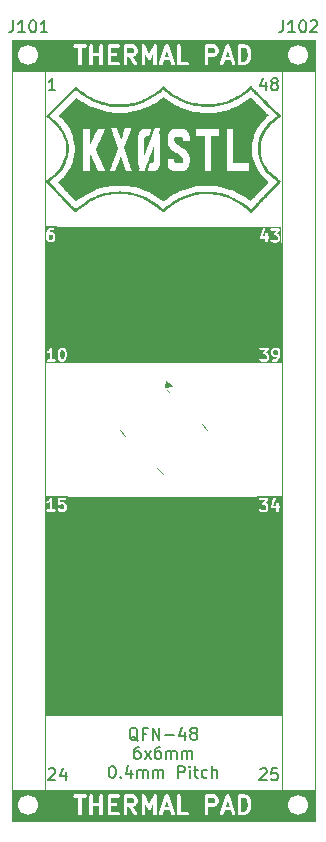
<source format=gto>
G04 #@! TF.GenerationSoftware,KiCad,Pcbnew,9.0.6*
G04 #@! TF.CreationDate,2026-01-08T20:47:40-06:00*
G04 #@! TF.ProjectId,QFN-48_5x5_P0.35,51464e2d-3438-45f3-9578-355f50302e33,rev?*
G04 #@! TF.SameCoordinates,Original*
G04 #@! TF.FileFunction,Legend,Top*
G04 #@! TF.FilePolarity,Positive*
%FSLAX46Y46*%
G04 Gerber Fmt 4.6, Leading zero omitted, Abs format (unit mm)*
G04 Created by KiCad (PCBNEW 9.0.6) date 2026-01-08 20:47:40*
%MOMM*%
%LPD*%
G01*
G04 APERTURE LIST*
G04 Aperture macros list*
%AMRoundRect*
0 Rectangle with rounded corners*
0 $1 Rounding radius*
0 $2 $3 $4 $5 $6 $7 $8 $9 X,Y pos of 4 corners*
0 Add a 4 corners polygon primitive as box body*
4,1,4,$2,$3,$4,$5,$6,$7,$8,$9,$2,$3,0*
0 Add four circle primitives for the rounded corners*
1,1,$1+$1,$2,$3*
1,1,$1+$1,$4,$5*
1,1,$1+$1,$6,$7*
1,1,$1+$1,$8,$9*
0 Add four rect primitives between the rounded corners*
20,1,$1+$1,$2,$3,$4,$5,0*
20,1,$1+$1,$4,$5,$6,$7,0*
20,1,$1+$1,$6,$7,$8,$9,0*
20,1,$1+$1,$8,$9,$2,$3,0*%
%AMRotRect*
0 Rectangle, with rotation*
0 The origin of the aperture is its center*
0 $1 length*
0 $2 width*
0 $3 Rotation angle, in degrees counterclockwise*
0 Add horizontal line*
21,1,$1,$2,0,0,$3*%
G04 Aperture macros list end*
%ADD10C,0.100000*%
%ADD11C,0.200000*%
%ADD12C,0.300000*%
%ADD13C,0.150000*%
%ADD14C,0.120000*%
%ADD15C,0.000000*%
%ADD16RoundRect,0.050000X-0.424264X0.353553X0.353553X-0.424264X0.424264X-0.353553X-0.353553X0.424264X0*%
%ADD17RoundRect,0.050000X-0.424264X-0.353553X-0.353553X-0.424264X0.424264X0.353553X0.353553X0.424264X0*%
%ADD18RotRect,3.700000X3.700000X315.000000*%
%ADD19C,1.700000*%
%ADD20R,1.700000X1.700000*%
G04 APERTURE END LIST*
D10*
X125603000Y-151129750D02*
X130683000Y-151129750D01*
X130683000Y-153797000D01*
X125603000Y-153797000D01*
X125603000Y-151129750D01*
G36*
X125603000Y-151129750D02*
G01*
X130683000Y-151129750D01*
X130683000Y-153797000D01*
X125603000Y-153797000D01*
X125603000Y-151129750D01*
G37*
X130357355Y-106256355D02*
X146453355Y-106256355D01*
X146453355Y-114943355D01*
X130357355Y-114943355D01*
X130357355Y-106256355D01*
G36*
X130357355Y-106256355D02*
G01*
X146453355Y-106256355D01*
X146453355Y-114943355D01*
X130357355Y-114943355D01*
X130357355Y-106256355D01*
G37*
X128397000Y-127732000D02*
X148463000Y-127732000D01*
X148463000Y-144780000D01*
X128397000Y-144780000D01*
X128397000Y-127732000D01*
G36*
X128397000Y-127732000D02*
G01*
X148463000Y-127732000D01*
X148463000Y-144780000D01*
X128397000Y-144780000D01*
X128397000Y-127732000D01*
G37*
X130369750Y-89890850D02*
X146168500Y-89890850D01*
X146168500Y-90297250D01*
X130369750Y-90297250D01*
X130369750Y-89890850D01*
G36*
X130369750Y-89890850D02*
G01*
X146168500Y-89890850D01*
X146168500Y-90297250D01*
X130369750Y-90297250D01*
X130369750Y-89890850D01*
G37*
X146041500Y-151129750D02*
X151240000Y-151129750D01*
X151240000Y-153797000D01*
X146041500Y-153797000D01*
X146041500Y-151129750D01*
G36*
X146041500Y-151129750D02*
G01*
X151240000Y-151129750D01*
X151240000Y-153797000D01*
X146041500Y-153797000D01*
X146041500Y-151129750D01*
G37*
X129785500Y-87630000D02*
X146727250Y-87630000D01*
X146727250Y-87858600D01*
X129785500Y-87858600D01*
X129785500Y-87630000D01*
G36*
X129785500Y-87630000D02*
G01*
X146727250Y-87630000D01*
X146727250Y-87858600D01*
X129785500Y-87858600D01*
X129785500Y-87630000D01*
G37*
X130420500Y-151129750D02*
X146473250Y-151129750D01*
X146473250Y-151358100D01*
X130420500Y-151358100D01*
X130420500Y-151129750D01*
G36*
X130420500Y-151129750D02*
G01*
X146473250Y-151129750D01*
X146473250Y-151358100D01*
X130420500Y-151358100D01*
X130420500Y-151129750D01*
G37*
X129480750Y-153390600D02*
X147184500Y-153390600D01*
X147184500Y-153797000D01*
X129480750Y-153797000D01*
X129480750Y-153390600D01*
G36*
X129480750Y-153390600D02*
G01*
X147184500Y-153390600D01*
X147184500Y-153797000D01*
X129480750Y-153797000D01*
X129480750Y-153390600D01*
G37*
X129387000Y-103480000D02*
X146483000Y-103480000D01*
X146483000Y-112167000D01*
X129387000Y-112167000D01*
X129387000Y-103480000D01*
G36*
X129387000Y-103480000D02*
G01*
X146483000Y-103480000D01*
X146483000Y-112167000D01*
X129387000Y-112167000D01*
X129387000Y-103480000D01*
G37*
X130362000Y-126323000D02*
X146418000Y-126323000D01*
X146418000Y-135010000D01*
X130362000Y-135010000D01*
X130362000Y-126323000D01*
G36*
X130362000Y-126323000D02*
G01*
X146418000Y-126323000D01*
X146418000Y-135010000D01*
X130362000Y-135010000D01*
X130362000Y-126323000D01*
G37*
X128397000Y-104858000D02*
X148463000Y-104858000D01*
X148463000Y-113545000D01*
X128397000Y-113545000D01*
X128397000Y-104858000D01*
G36*
X128397000Y-104858000D02*
G01*
X148463000Y-104858000D01*
X148463000Y-113545000D01*
X128397000Y-113545000D01*
X128397000Y-104858000D01*
G37*
X125603000Y-87630000D02*
X130683000Y-87630000D01*
X130683000Y-90297250D01*
X125603000Y-90297250D01*
X125603000Y-87630000D01*
G36*
X125603000Y-87630000D02*
G01*
X130683000Y-87630000D01*
X130683000Y-90297250D01*
X125603000Y-90297250D01*
X125603000Y-87630000D01*
G37*
X146054250Y-87630000D02*
X151240000Y-87630000D01*
X151240000Y-90297250D01*
X146054250Y-90297250D01*
X146054250Y-87630000D01*
G36*
X146054250Y-87630000D02*
G01*
X151240000Y-87630000D01*
X151240000Y-90297250D01*
X146054250Y-90297250D01*
X146054250Y-87630000D01*
G37*
D11*
G36*
X148434754Y-127743330D02*
G01*
X146397327Y-127743330D01*
X146397327Y-126512710D01*
X146508438Y-126512710D01*
X146508438Y-126551728D01*
X146523370Y-126587776D01*
X146550960Y-126615366D01*
X146587008Y-126630298D01*
X146606517Y-126632219D01*
X147005187Y-126632219D01*
X146816973Y-126847321D01*
X146810943Y-126855754D01*
X146809084Y-126857614D01*
X146808353Y-126859377D01*
X146805572Y-126863268D01*
X146800367Y-126878656D01*
X146794152Y-126893662D01*
X146794152Y-126897035D01*
X146793072Y-126900229D01*
X146794152Y-126916431D01*
X146794152Y-126932680D01*
X146795442Y-126935795D01*
X146795667Y-126939161D01*
X146802867Y-126953721D01*
X146809084Y-126968728D01*
X146811468Y-126971112D01*
X146812964Y-126974136D01*
X146825189Y-126984833D01*
X146836674Y-126996318D01*
X146839788Y-126997608D01*
X146842328Y-126999830D01*
X146857716Y-127005034D01*
X146872722Y-127011250D01*
X146877481Y-127011718D01*
X146879289Y-127012330D01*
X146881913Y-127012155D01*
X146892231Y-127013171D01*
X147011481Y-127013171D01*
X147071090Y-127042976D01*
X147095759Y-127067644D01*
X147125564Y-127127254D01*
X147125564Y-127318135D01*
X147095759Y-127377743D01*
X147071090Y-127402413D01*
X147011481Y-127432219D01*
X146772981Y-127432219D01*
X146713371Y-127402414D01*
X146677228Y-127366270D01*
X146662075Y-127353833D01*
X146626027Y-127338902D01*
X146587009Y-127338901D01*
X146550960Y-127353832D01*
X146523370Y-127381422D01*
X146508439Y-127417470D01*
X146508438Y-127456488D01*
X146523369Y-127492537D01*
X146535806Y-127507690D01*
X146583424Y-127555310D01*
X146591092Y-127561603D01*
X146592824Y-127563600D01*
X146595832Y-127565493D01*
X146598578Y-127567747D01*
X146601018Y-127568757D01*
X146609415Y-127574043D01*
X146704652Y-127621662D01*
X146722961Y-127628668D01*
X146726544Y-127628922D01*
X146729865Y-127630298D01*
X146749374Y-127632219D01*
X147035088Y-127632219D01*
X147054597Y-127630298D01*
X147057917Y-127628922D01*
X147061501Y-127628668D01*
X147079809Y-127621662D01*
X147175047Y-127574043D01*
X147183442Y-127568758D01*
X147185884Y-127567747D01*
X147188631Y-127565491D01*
X147191637Y-127563600D01*
X147193367Y-127561605D01*
X147201037Y-127555310D01*
X147248656Y-127507690D01*
X147254948Y-127500023D01*
X147256945Y-127498292D01*
X147258838Y-127495284D01*
X147261093Y-127492537D01*
X147262104Y-127490095D01*
X147267388Y-127481701D01*
X147315007Y-127386464D01*
X147322013Y-127368155D01*
X147322267Y-127364571D01*
X147323643Y-127361251D01*
X147325564Y-127341742D01*
X147325564Y-127186378D01*
X147507302Y-127186378D01*
X147508438Y-127202362D01*
X147508438Y-127218394D01*
X147509813Y-127221714D01*
X147510068Y-127225298D01*
X147517235Y-127239633D01*
X147523370Y-127254442D01*
X147525910Y-127256982D01*
X147527518Y-127260197D01*
X147539629Y-127270701D01*
X147550960Y-127282032D01*
X147554278Y-127283406D01*
X147556994Y-127285762D01*
X147572203Y-127290831D01*
X147587008Y-127296964D01*
X147592108Y-127297466D01*
X147594010Y-127298100D01*
X147596643Y-127297912D01*
X147606517Y-127298885D01*
X147982707Y-127298885D01*
X147982707Y-127532219D01*
X147984628Y-127551728D01*
X147999560Y-127587776D01*
X148027150Y-127615366D01*
X148063198Y-127630298D01*
X148102216Y-127630298D01*
X148138264Y-127615366D01*
X148165854Y-127587776D01*
X148180786Y-127551728D01*
X148182707Y-127532219D01*
X148182707Y-127298885D01*
X148225564Y-127298885D01*
X148245073Y-127296964D01*
X148281121Y-127282032D01*
X148308711Y-127254442D01*
X148323643Y-127218394D01*
X148323643Y-127179376D01*
X148308711Y-127143328D01*
X148281121Y-127115738D01*
X148245073Y-127100806D01*
X148225564Y-127098885D01*
X148182707Y-127098885D01*
X148182707Y-126865552D01*
X148180786Y-126846043D01*
X148165854Y-126809995D01*
X148138264Y-126782405D01*
X148102216Y-126767473D01*
X148063198Y-126767473D01*
X148027150Y-126782405D01*
X147999560Y-126809995D01*
X147984628Y-126846043D01*
X147982707Y-126865552D01*
X147982707Y-127098885D01*
X147745259Y-127098885D01*
X147939480Y-126516223D01*
X147943827Y-126497108D01*
X147941061Y-126458188D01*
X147923611Y-126423289D01*
X147894135Y-126397724D01*
X147857119Y-126385385D01*
X147818199Y-126388152D01*
X147783300Y-126405601D01*
X147757735Y-126435077D01*
X147749744Y-126452978D01*
X147511649Y-127167262D01*
X147509449Y-127176933D01*
X147508438Y-127179376D01*
X147508438Y-127181382D01*
X147507302Y-127186378D01*
X147325564Y-127186378D01*
X147325564Y-127103647D01*
X147323643Y-127084138D01*
X147322267Y-127080817D01*
X147322013Y-127077234D01*
X147315007Y-127058925D01*
X147267388Y-126963688D01*
X147262102Y-126955291D01*
X147261092Y-126952851D01*
X147258838Y-126950105D01*
X147256945Y-126947097D01*
X147254947Y-126945364D01*
X147248655Y-126937698D01*
X147201037Y-126890079D01*
X147193366Y-126883784D01*
X147191637Y-126881790D01*
X147188629Y-126879896D01*
X147185883Y-126877643D01*
X147183443Y-126876632D01*
X147175047Y-126871347D01*
X147096199Y-126831923D01*
X147300822Y-126598069D01*
X147306851Y-126589635D01*
X147308711Y-126587776D01*
X147309441Y-126586012D01*
X147312223Y-126582122D01*
X147317427Y-126566733D01*
X147323643Y-126551728D01*
X147323643Y-126548354D01*
X147324723Y-126545161D01*
X147323643Y-126528958D01*
X147323643Y-126512710D01*
X147322352Y-126509594D01*
X147322128Y-126506229D01*
X147314925Y-126491663D01*
X147308711Y-126476662D01*
X147306327Y-126474278D01*
X147304832Y-126471254D01*
X147292598Y-126460549D01*
X147281121Y-126449072D01*
X147278007Y-126447782D01*
X147275468Y-126445560D01*
X147260076Y-126440354D01*
X147245073Y-126434140D01*
X147240313Y-126433671D01*
X147238506Y-126433060D01*
X147235881Y-126433234D01*
X147225564Y-126432219D01*
X146606517Y-126432219D01*
X146587008Y-126434140D01*
X146550960Y-126449072D01*
X146523370Y-126476662D01*
X146508438Y-126512710D01*
X146397327Y-126512710D01*
X146397327Y-126274274D01*
X148434754Y-126274274D01*
X148434754Y-127743330D01*
G37*
X147093326Y-91225552D02*
X147093326Y-91892219D01*
X146855231Y-90844600D02*
X146617136Y-91558885D01*
X146617136Y-91558885D02*
X147236183Y-91558885D01*
X147759993Y-91320790D02*
X147664755Y-91273171D01*
X147664755Y-91273171D02*
X147617136Y-91225552D01*
X147617136Y-91225552D02*
X147569517Y-91130314D01*
X147569517Y-91130314D02*
X147569517Y-91082695D01*
X147569517Y-91082695D02*
X147617136Y-90987457D01*
X147617136Y-90987457D02*
X147664755Y-90939838D01*
X147664755Y-90939838D02*
X147759993Y-90892219D01*
X147759993Y-90892219D02*
X147950469Y-90892219D01*
X147950469Y-90892219D02*
X148045707Y-90939838D01*
X148045707Y-90939838D02*
X148093326Y-90987457D01*
X148093326Y-90987457D02*
X148140945Y-91082695D01*
X148140945Y-91082695D02*
X148140945Y-91130314D01*
X148140945Y-91130314D02*
X148093326Y-91225552D01*
X148093326Y-91225552D02*
X148045707Y-91273171D01*
X148045707Y-91273171D02*
X147950469Y-91320790D01*
X147950469Y-91320790D02*
X147759993Y-91320790D01*
X147759993Y-91320790D02*
X147664755Y-91368409D01*
X147664755Y-91368409D02*
X147617136Y-91416028D01*
X147617136Y-91416028D02*
X147569517Y-91511266D01*
X147569517Y-91511266D02*
X147569517Y-91701742D01*
X147569517Y-91701742D02*
X147617136Y-91796980D01*
X147617136Y-91796980D02*
X147664755Y-91844600D01*
X147664755Y-91844600D02*
X147759993Y-91892219D01*
X147759993Y-91892219D02*
X147950469Y-91892219D01*
X147950469Y-91892219D02*
X148045707Y-91844600D01*
X148045707Y-91844600D02*
X148093326Y-91796980D01*
X148093326Y-91796980D02*
X148140945Y-91701742D01*
X148140945Y-91701742D02*
X148140945Y-91511266D01*
X148140945Y-91511266D02*
X148093326Y-91416028D01*
X148093326Y-91416028D02*
X148045707Y-91368409D01*
X148045707Y-91368409D02*
X147950469Y-91320790D01*
X146617136Y-149407457D02*
X146664755Y-149359838D01*
X146664755Y-149359838D02*
X146759993Y-149312219D01*
X146759993Y-149312219D02*
X146998088Y-149312219D01*
X146998088Y-149312219D02*
X147093326Y-149359838D01*
X147093326Y-149359838D02*
X147140945Y-149407457D01*
X147140945Y-149407457D02*
X147188564Y-149502695D01*
X147188564Y-149502695D02*
X147188564Y-149597933D01*
X147188564Y-149597933D02*
X147140945Y-149740790D01*
X147140945Y-149740790D02*
X146569517Y-150312219D01*
X146569517Y-150312219D02*
X147188564Y-150312219D01*
X148093326Y-149312219D02*
X147617136Y-149312219D01*
X147617136Y-149312219D02*
X147569517Y-149788409D01*
X147569517Y-149788409D02*
X147617136Y-149740790D01*
X147617136Y-149740790D02*
X147712374Y-149693171D01*
X147712374Y-149693171D02*
X147950469Y-149693171D01*
X147950469Y-149693171D02*
X148045707Y-149740790D01*
X148045707Y-149740790D02*
X148093326Y-149788409D01*
X148093326Y-149788409D02*
X148140945Y-149883647D01*
X148140945Y-149883647D02*
X148140945Y-150121742D01*
X148140945Y-150121742D02*
X148093326Y-150216980D01*
X148093326Y-150216980D02*
X148045707Y-150264600D01*
X148045707Y-150264600D02*
X147950469Y-150312219D01*
X147950469Y-150312219D02*
X147712374Y-150312219D01*
X147712374Y-150312219D02*
X147617136Y-150264600D01*
X147617136Y-150264600D02*
X147569517Y-150216980D01*
G36*
X129963770Y-113912024D02*
G01*
X129988439Y-113936692D01*
X130023892Y-114007599D01*
X130065863Y-114175480D01*
X130065863Y-114388956D01*
X130023892Y-114556837D01*
X129988439Y-114627743D01*
X129963770Y-114652413D01*
X129904161Y-114682219D01*
X129856137Y-114682219D01*
X129796527Y-114652414D01*
X129771860Y-114627746D01*
X129736405Y-114556837D01*
X129694435Y-114388956D01*
X129694435Y-114175481D01*
X129736405Y-114007599D01*
X129771859Y-113936692D01*
X129796527Y-113912023D01*
X129856137Y-113882219D01*
X129904161Y-113882219D01*
X129963770Y-113912024D01*
G37*
G36*
X130376974Y-114993330D02*
G01*
X128431728Y-114993330D01*
X128431728Y-114055426D01*
X128542839Y-114055426D01*
X128545605Y-114094346D01*
X128563054Y-114129245D01*
X128592531Y-114154809D01*
X128629547Y-114167148D01*
X128668467Y-114164382D01*
X128686775Y-114157376D01*
X128782013Y-114109757D01*
X128790409Y-114104471D01*
X128792849Y-114103461D01*
X128795595Y-114101207D01*
X128798603Y-114099314D01*
X128800332Y-114097319D01*
X128808003Y-114091025D01*
X128827768Y-114071260D01*
X128827768Y-114682219D01*
X128642054Y-114682219D01*
X128622545Y-114684140D01*
X128586497Y-114699072D01*
X128558907Y-114726662D01*
X128543975Y-114762710D01*
X128543975Y-114801728D01*
X128558907Y-114837776D01*
X128586497Y-114865366D01*
X128622545Y-114880298D01*
X128642054Y-114882219D01*
X129213482Y-114882219D01*
X129232991Y-114880298D01*
X129269039Y-114865366D01*
X129296629Y-114837776D01*
X129311561Y-114801728D01*
X129311561Y-114762710D01*
X129296629Y-114726662D01*
X129269039Y-114699072D01*
X129232991Y-114684140D01*
X129213482Y-114682219D01*
X129027768Y-114682219D01*
X129027768Y-114163171D01*
X129494435Y-114163171D01*
X129494435Y-114401266D01*
X129494770Y-114404668D01*
X129494553Y-114406127D01*
X129495632Y-114413424D01*
X129496356Y-114420775D01*
X129496920Y-114422138D01*
X129497421Y-114425520D01*
X129545040Y-114615995D01*
X129545553Y-114617432D01*
X129545605Y-114618155D01*
X129548713Y-114626279D01*
X129551635Y-114634456D01*
X129552065Y-114635036D01*
X129552611Y-114636463D01*
X129600230Y-114731701D01*
X129605513Y-114740093D01*
X129606525Y-114742537D01*
X129608781Y-114745286D01*
X129610673Y-114748291D01*
X129612667Y-114750020D01*
X129618962Y-114757690D01*
X129666580Y-114805310D01*
X129674248Y-114811603D01*
X129675980Y-114813600D01*
X129678988Y-114815493D01*
X129681734Y-114817747D01*
X129684174Y-114818757D01*
X129692571Y-114824043D01*
X129787808Y-114871662D01*
X129806117Y-114878668D01*
X129809700Y-114878922D01*
X129813021Y-114880298D01*
X129832530Y-114882219D01*
X129927768Y-114882219D01*
X129947277Y-114880298D01*
X129950597Y-114878922D01*
X129954181Y-114878668D01*
X129972489Y-114871662D01*
X130067727Y-114824043D01*
X130076122Y-114818758D01*
X130078564Y-114817747D01*
X130081311Y-114815491D01*
X130084317Y-114813600D01*
X130086047Y-114811605D01*
X130093717Y-114805310D01*
X130141336Y-114757690D01*
X130147628Y-114750023D01*
X130149625Y-114748292D01*
X130151518Y-114745284D01*
X130153773Y-114742537D01*
X130154784Y-114740095D01*
X130160068Y-114731701D01*
X130207687Y-114636464D01*
X130208233Y-114635035D01*
X130208663Y-114634456D01*
X130211584Y-114626279D01*
X130214693Y-114618155D01*
X130214744Y-114617434D01*
X130215258Y-114615996D01*
X130262877Y-114425520D01*
X130263377Y-114422138D01*
X130263942Y-114420775D01*
X130264665Y-114413424D01*
X130265745Y-114406127D01*
X130265527Y-114404668D01*
X130265863Y-114401266D01*
X130265863Y-114163171D01*
X130265527Y-114159768D01*
X130265745Y-114158310D01*
X130264665Y-114151012D01*
X130263942Y-114143662D01*
X130263377Y-114142298D01*
X130262877Y-114138917D01*
X130215258Y-113948441D01*
X130214744Y-113947002D01*
X130214693Y-113946282D01*
X130211584Y-113938157D01*
X130208663Y-113929981D01*
X130208233Y-113929401D01*
X130207687Y-113927973D01*
X130160068Y-113832736D01*
X130154782Y-113824339D01*
X130153772Y-113821899D01*
X130151518Y-113819153D01*
X130149625Y-113816145D01*
X130147627Y-113814412D01*
X130141335Y-113806746D01*
X130093717Y-113759127D01*
X130086046Y-113752832D01*
X130084317Y-113750838D01*
X130081309Y-113748944D01*
X130078563Y-113746691D01*
X130076123Y-113745680D01*
X130067727Y-113740395D01*
X129972489Y-113692776D01*
X129954181Y-113685770D01*
X129950597Y-113685515D01*
X129947277Y-113684140D01*
X129927768Y-113682219D01*
X129832530Y-113682219D01*
X129813021Y-113684140D01*
X129809700Y-113685515D01*
X129806117Y-113685770D01*
X129787808Y-113692776D01*
X129692571Y-113740395D01*
X129684174Y-113745680D01*
X129681734Y-113746691D01*
X129678988Y-113748944D01*
X129675980Y-113750838D01*
X129674247Y-113752835D01*
X129666581Y-113759128D01*
X129618962Y-113806746D01*
X129612667Y-113814416D01*
X129610673Y-113816146D01*
X129608779Y-113819153D01*
X129606526Y-113821900D01*
X129605515Y-113824339D01*
X129600230Y-113832736D01*
X129552611Y-113927974D01*
X129552065Y-113929400D01*
X129551635Y-113929981D01*
X129548713Y-113938157D01*
X129545605Y-113946282D01*
X129545553Y-113947004D01*
X129545040Y-113948442D01*
X129497421Y-114138917D01*
X129496920Y-114142298D01*
X129496356Y-114143662D01*
X129495632Y-114151012D01*
X129494553Y-114158310D01*
X129494770Y-114159768D01*
X129494435Y-114163171D01*
X129027768Y-114163171D01*
X129027768Y-113782219D01*
X129027761Y-113782148D01*
X129027768Y-113782114D01*
X129027747Y-113782012D01*
X129025847Y-113762710D01*
X129022057Y-113753561D01*
X129020116Y-113743854D01*
X129014664Y-113735713D01*
X129010915Y-113726662D01*
X129003915Y-113719662D01*
X128998405Y-113711434D01*
X128990250Y-113705997D01*
X128983325Y-113699072D01*
X128974181Y-113695284D01*
X128965940Y-113689790D01*
X128956326Y-113687888D01*
X128947277Y-113684140D01*
X128937376Y-113684140D01*
X128927664Y-113682219D01*
X128918059Y-113684140D01*
X128908259Y-113684140D01*
X128899110Y-113687929D01*
X128889403Y-113689871D01*
X128881262Y-113695322D01*
X128872211Y-113699072D01*
X128865211Y-113706071D01*
X128856983Y-113711582D01*
X128844694Y-113726588D01*
X128844621Y-113726662D01*
X128844607Y-113726694D01*
X128844563Y-113726749D01*
X128754819Y-113861365D01*
X128678055Y-113938128D01*
X128597333Y-113978490D01*
X128580742Y-113988933D01*
X128555178Y-114018410D01*
X128542839Y-114055426D01*
X128431728Y-114055426D01*
X128431728Y-113571108D01*
X130376974Y-113571108D01*
X130376974Y-114993330D01*
G37*
X136287142Y-146983569D02*
X136191904Y-146935950D01*
X136191904Y-146935950D02*
X136096666Y-146840712D01*
X136096666Y-146840712D02*
X135953809Y-146697854D01*
X135953809Y-146697854D02*
X135858571Y-146650235D01*
X135858571Y-146650235D02*
X135763333Y-146650235D01*
X135810952Y-146888331D02*
X135715714Y-146840712D01*
X135715714Y-146840712D02*
X135620476Y-146745473D01*
X135620476Y-146745473D02*
X135572857Y-146554997D01*
X135572857Y-146554997D02*
X135572857Y-146221664D01*
X135572857Y-146221664D02*
X135620476Y-146031188D01*
X135620476Y-146031188D02*
X135715714Y-145935950D01*
X135715714Y-145935950D02*
X135810952Y-145888331D01*
X135810952Y-145888331D02*
X136001428Y-145888331D01*
X136001428Y-145888331D02*
X136096666Y-145935950D01*
X136096666Y-145935950D02*
X136191904Y-146031188D01*
X136191904Y-146031188D02*
X136239523Y-146221664D01*
X136239523Y-146221664D02*
X136239523Y-146554997D01*
X136239523Y-146554997D02*
X136191904Y-146745473D01*
X136191904Y-146745473D02*
X136096666Y-146840712D01*
X136096666Y-146840712D02*
X136001428Y-146888331D01*
X136001428Y-146888331D02*
X135810952Y-146888331D01*
X137001428Y-146364521D02*
X136668095Y-146364521D01*
X136668095Y-146888331D02*
X136668095Y-145888331D01*
X136668095Y-145888331D02*
X137144285Y-145888331D01*
X137525238Y-146888331D02*
X137525238Y-145888331D01*
X137525238Y-145888331D02*
X138096666Y-146888331D01*
X138096666Y-146888331D02*
X138096666Y-145888331D01*
X138572857Y-146507378D02*
X139334762Y-146507378D01*
X140239523Y-146221664D02*
X140239523Y-146888331D01*
X140001428Y-145840712D02*
X139763333Y-146554997D01*
X139763333Y-146554997D02*
X140382380Y-146554997D01*
X140906190Y-146316902D02*
X140810952Y-146269283D01*
X140810952Y-146269283D02*
X140763333Y-146221664D01*
X140763333Y-146221664D02*
X140715714Y-146126426D01*
X140715714Y-146126426D02*
X140715714Y-146078807D01*
X140715714Y-146078807D02*
X140763333Y-145983569D01*
X140763333Y-145983569D02*
X140810952Y-145935950D01*
X140810952Y-145935950D02*
X140906190Y-145888331D01*
X140906190Y-145888331D02*
X141096666Y-145888331D01*
X141096666Y-145888331D02*
X141191904Y-145935950D01*
X141191904Y-145935950D02*
X141239523Y-145983569D01*
X141239523Y-145983569D02*
X141287142Y-146078807D01*
X141287142Y-146078807D02*
X141287142Y-146126426D01*
X141287142Y-146126426D02*
X141239523Y-146221664D01*
X141239523Y-146221664D02*
X141191904Y-146269283D01*
X141191904Y-146269283D02*
X141096666Y-146316902D01*
X141096666Y-146316902D02*
X140906190Y-146316902D01*
X140906190Y-146316902D02*
X140810952Y-146364521D01*
X140810952Y-146364521D02*
X140763333Y-146412140D01*
X140763333Y-146412140D02*
X140715714Y-146507378D01*
X140715714Y-146507378D02*
X140715714Y-146697854D01*
X140715714Y-146697854D02*
X140763333Y-146793092D01*
X140763333Y-146793092D02*
X140810952Y-146840712D01*
X140810952Y-146840712D02*
X140906190Y-146888331D01*
X140906190Y-146888331D02*
X141096666Y-146888331D01*
X141096666Y-146888331D02*
X141191904Y-146840712D01*
X141191904Y-146840712D02*
X141239523Y-146793092D01*
X141239523Y-146793092D02*
X141287142Y-146697854D01*
X141287142Y-146697854D02*
X141287142Y-146507378D01*
X141287142Y-146507378D02*
X141239523Y-146412140D01*
X141239523Y-146412140D02*
X141191904Y-146364521D01*
X141191904Y-146364521D02*
X141096666Y-146316902D01*
X136406190Y-147498275D02*
X136215714Y-147498275D01*
X136215714Y-147498275D02*
X136120476Y-147545894D01*
X136120476Y-147545894D02*
X136072857Y-147593513D01*
X136072857Y-147593513D02*
X135977619Y-147736370D01*
X135977619Y-147736370D02*
X135930000Y-147926846D01*
X135930000Y-147926846D02*
X135930000Y-148307798D01*
X135930000Y-148307798D02*
X135977619Y-148403036D01*
X135977619Y-148403036D02*
X136025238Y-148450656D01*
X136025238Y-148450656D02*
X136120476Y-148498275D01*
X136120476Y-148498275D02*
X136310952Y-148498275D01*
X136310952Y-148498275D02*
X136406190Y-148450656D01*
X136406190Y-148450656D02*
X136453809Y-148403036D01*
X136453809Y-148403036D02*
X136501428Y-148307798D01*
X136501428Y-148307798D02*
X136501428Y-148069703D01*
X136501428Y-148069703D02*
X136453809Y-147974465D01*
X136453809Y-147974465D02*
X136406190Y-147926846D01*
X136406190Y-147926846D02*
X136310952Y-147879227D01*
X136310952Y-147879227D02*
X136120476Y-147879227D01*
X136120476Y-147879227D02*
X136025238Y-147926846D01*
X136025238Y-147926846D02*
X135977619Y-147974465D01*
X135977619Y-147974465D02*
X135930000Y-148069703D01*
X136834762Y-148498275D02*
X137358571Y-147831608D01*
X136834762Y-147831608D02*
X137358571Y-148498275D01*
X138168095Y-147498275D02*
X137977619Y-147498275D01*
X137977619Y-147498275D02*
X137882381Y-147545894D01*
X137882381Y-147545894D02*
X137834762Y-147593513D01*
X137834762Y-147593513D02*
X137739524Y-147736370D01*
X137739524Y-147736370D02*
X137691905Y-147926846D01*
X137691905Y-147926846D02*
X137691905Y-148307798D01*
X137691905Y-148307798D02*
X137739524Y-148403036D01*
X137739524Y-148403036D02*
X137787143Y-148450656D01*
X137787143Y-148450656D02*
X137882381Y-148498275D01*
X137882381Y-148498275D02*
X138072857Y-148498275D01*
X138072857Y-148498275D02*
X138168095Y-148450656D01*
X138168095Y-148450656D02*
X138215714Y-148403036D01*
X138215714Y-148403036D02*
X138263333Y-148307798D01*
X138263333Y-148307798D02*
X138263333Y-148069703D01*
X138263333Y-148069703D02*
X138215714Y-147974465D01*
X138215714Y-147974465D02*
X138168095Y-147926846D01*
X138168095Y-147926846D02*
X138072857Y-147879227D01*
X138072857Y-147879227D02*
X137882381Y-147879227D01*
X137882381Y-147879227D02*
X137787143Y-147926846D01*
X137787143Y-147926846D02*
X137739524Y-147974465D01*
X137739524Y-147974465D02*
X137691905Y-148069703D01*
X138691905Y-148498275D02*
X138691905Y-147831608D01*
X138691905Y-147926846D02*
X138739524Y-147879227D01*
X138739524Y-147879227D02*
X138834762Y-147831608D01*
X138834762Y-147831608D02*
X138977619Y-147831608D01*
X138977619Y-147831608D02*
X139072857Y-147879227D01*
X139072857Y-147879227D02*
X139120476Y-147974465D01*
X139120476Y-147974465D02*
X139120476Y-148498275D01*
X139120476Y-147974465D02*
X139168095Y-147879227D01*
X139168095Y-147879227D02*
X139263333Y-147831608D01*
X139263333Y-147831608D02*
X139406190Y-147831608D01*
X139406190Y-147831608D02*
X139501429Y-147879227D01*
X139501429Y-147879227D02*
X139549048Y-147974465D01*
X139549048Y-147974465D02*
X139549048Y-148498275D01*
X140025238Y-148498275D02*
X140025238Y-147831608D01*
X140025238Y-147926846D02*
X140072857Y-147879227D01*
X140072857Y-147879227D02*
X140168095Y-147831608D01*
X140168095Y-147831608D02*
X140310952Y-147831608D01*
X140310952Y-147831608D02*
X140406190Y-147879227D01*
X140406190Y-147879227D02*
X140453809Y-147974465D01*
X140453809Y-147974465D02*
X140453809Y-148498275D01*
X140453809Y-147974465D02*
X140501428Y-147879227D01*
X140501428Y-147879227D02*
X140596666Y-147831608D01*
X140596666Y-147831608D02*
X140739523Y-147831608D01*
X140739523Y-147831608D02*
X140834762Y-147879227D01*
X140834762Y-147879227D02*
X140882381Y-147974465D01*
X140882381Y-147974465D02*
X140882381Y-148498275D01*
X134049048Y-149108219D02*
X134144286Y-149108219D01*
X134144286Y-149108219D02*
X134239524Y-149155838D01*
X134239524Y-149155838D02*
X134287143Y-149203457D01*
X134287143Y-149203457D02*
X134334762Y-149298695D01*
X134334762Y-149298695D02*
X134382381Y-149489171D01*
X134382381Y-149489171D02*
X134382381Y-149727266D01*
X134382381Y-149727266D02*
X134334762Y-149917742D01*
X134334762Y-149917742D02*
X134287143Y-150012980D01*
X134287143Y-150012980D02*
X134239524Y-150060600D01*
X134239524Y-150060600D02*
X134144286Y-150108219D01*
X134144286Y-150108219D02*
X134049048Y-150108219D01*
X134049048Y-150108219D02*
X133953810Y-150060600D01*
X133953810Y-150060600D02*
X133906191Y-150012980D01*
X133906191Y-150012980D02*
X133858572Y-149917742D01*
X133858572Y-149917742D02*
X133810953Y-149727266D01*
X133810953Y-149727266D02*
X133810953Y-149489171D01*
X133810953Y-149489171D02*
X133858572Y-149298695D01*
X133858572Y-149298695D02*
X133906191Y-149203457D01*
X133906191Y-149203457D02*
X133953810Y-149155838D01*
X133953810Y-149155838D02*
X134049048Y-149108219D01*
X134810953Y-150012980D02*
X134858572Y-150060600D01*
X134858572Y-150060600D02*
X134810953Y-150108219D01*
X134810953Y-150108219D02*
X134763334Y-150060600D01*
X134763334Y-150060600D02*
X134810953Y-150012980D01*
X134810953Y-150012980D02*
X134810953Y-150108219D01*
X135715714Y-149441552D02*
X135715714Y-150108219D01*
X135477619Y-149060600D02*
X135239524Y-149774885D01*
X135239524Y-149774885D02*
X135858571Y-149774885D01*
X136239524Y-150108219D02*
X136239524Y-149441552D01*
X136239524Y-149536790D02*
X136287143Y-149489171D01*
X136287143Y-149489171D02*
X136382381Y-149441552D01*
X136382381Y-149441552D02*
X136525238Y-149441552D01*
X136525238Y-149441552D02*
X136620476Y-149489171D01*
X136620476Y-149489171D02*
X136668095Y-149584409D01*
X136668095Y-149584409D02*
X136668095Y-150108219D01*
X136668095Y-149584409D02*
X136715714Y-149489171D01*
X136715714Y-149489171D02*
X136810952Y-149441552D01*
X136810952Y-149441552D02*
X136953809Y-149441552D01*
X136953809Y-149441552D02*
X137049048Y-149489171D01*
X137049048Y-149489171D02*
X137096667Y-149584409D01*
X137096667Y-149584409D02*
X137096667Y-150108219D01*
X137572857Y-150108219D02*
X137572857Y-149441552D01*
X137572857Y-149536790D02*
X137620476Y-149489171D01*
X137620476Y-149489171D02*
X137715714Y-149441552D01*
X137715714Y-149441552D02*
X137858571Y-149441552D01*
X137858571Y-149441552D02*
X137953809Y-149489171D01*
X137953809Y-149489171D02*
X138001428Y-149584409D01*
X138001428Y-149584409D02*
X138001428Y-150108219D01*
X138001428Y-149584409D02*
X138049047Y-149489171D01*
X138049047Y-149489171D02*
X138144285Y-149441552D01*
X138144285Y-149441552D02*
X138287142Y-149441552D01*
X138287142Y-149441552D02*
X138382381Y-149489171D01*
X138382381Y-149489171D02*
X138430000Y-149584409D01*
X138430000Y-149584409D02*
X138430000Y-150108219D01*
X139668095Y-150108219D02*
X139668095Y-149108219D01*
X139668095Y-149108219D02*
X140049047Y-149108219D01*
X140049047Y-149108219D02*
X140144285Y-149155838D01*
X140144285Y-149155838D02*
X140191904Y-149203457D01*
X140191904Y-149203457D02*
X140239523Y-149298695D01*
X140239523Y-149298695D02*
X140239523Y-149441552D01*
X140239523Y-149441552D02*
X140191904Y-149536790D01*
X140191904Y-149536790D02*
X140144285Y-149584409D01*
X140144285Y-149584409D02*
X140049047Y-149632028D01*
X140049047Y-149632028D02*
X139668095Y-149632028D01*
X140668095Y-150108219D02*
X140668095Y-149441552D01*
X140668095Y-149108219D02*
X140620476Y-149155838D01*
X140620476Y-149155838D02*
X140668095Y-149203457D01*
X140668095Y-149203457D02*
X140715714Y-149155838D01*
X140715714Y-149155838D02*
X140668095Y-149108219D01*
X140668095Y-149108219D02*
X140668095Y-149203457D01*
X141001428Y-149441552D02*
X141382380Y-149441552D01*
X141144285Y-149108219D02*
X141144285Y-149965361D01*
X141144285Y-149965361D02*
X141191904Y-150060600D01*
X141191904Y-150060600D02*
X141287142Y-150108219D01*
X141287142Y-150108219D02*
X141382380Y-150108219D01*
X142144285Y-150060600D02*
X142049047Y-150108219D01*
X142049047Y-150108219D02*
X141858571Y-150108219D01*
X141858571Y-150108219D02*
X141763333Y-150060600D01*
X141763333Y-150060600D02*
X141715714Y-150012980D01*
X141715714Y-150012980D02*
X141668095Y-149917742D01*
X141668095Y-149917742D02*
X141668095Y-149632028D01*
X141668095Y-149632028D02*
X141715714Y-149536790D01*
X141715714Y-149536790D02*
X141763333Y-149489171D01*
X141763333Y-149489171D02*
X141858571Y-149441552D01*
X141858571Y-149441552D02*
X142049047Y-149441552D01*
X142049047Y-149441552D02*
X142144285Y-149489171D01*
X142572857Y-150108219D02*
X142572857Y-149108219D01*
X143001428Y-150108219D02*
X143001428Y-149584409D01*
X143001428Y-149584409D02*
X142953809Y-149489171D01*
X142953809Y-149489171D02*
X142858571Y-149441552D01*
X142858571Y-149441552D02*
X142715714Y-149441552D01*
X142715714Y-149441552D02*
X142620476Y-149489171D01*
X142620476Y-149489171D02*
X142572857Y-149536790D01*
G36*
X148429056Y-104903330D02*
G01*
X146483810Y-104903330D01*
X146483810Y-104346378D01*
X146594921Y-104346378D01*
X146596057Y-104362362D01*
X146596057Y-104378394D01*
X146597432Y-104381714D01*
X146597687Y-104385298D01*
X146604854Y-104399633D01*
X146610989Y-104414442D01*
X146613529Y-104416982D01*
X146615137Y-104420197D01*
X146627248Y-104430701D01*
X146638579Y-104442032D01*
X146641897Y-104443406D01*
X146644613Y-104445762D01*
X146659822Y-104450831D01*
X146674627Y-104456964D01*
X146679727Y-104457466D01*
X146681629Y-104458100D01*
X146684262Y-104457912D01*
X146694136Y-104458885D01*
X147070326Y-104458885D01*
X147070326Y-104692219D01*
X147072247Y-104711728D01*
X147087179Y-104747776D01*
X147114769Y-104775366D01*
X147150817Y-104790298D01*
X147189835Y-104790298D01*
X147225883Y-104775366D01*
X147253473Y-104747776D01*
X147268405Y-104711728D01*
X147270326Y-104692219D01*
X147270326Y-104458885D01*
X147313183Y-104458885D01*
X147332692Y-104456964D01*
X147368740Y-104442032D01*
X147396330Y-104414442D01*
X147411262Y-104378394D01*
X147411262Y-104339376D01*
X147396330Y-104303328D01*
X147368740Y-104275738D01*
X147332692Y-104260806D01*
X147313183Y-104258885D01*
X147270326Y-104258885D01*
X147270326Y-104025552D01*
X147268405Y-104006043D01*
X147253473Y-103969995D01*
X147225883Y-103942405D01*
X147189835Y-103927473D01*
X147150817Y-103927473D01*
X147114769Y-103942405D01*
X147087179Y-103969995D01*
X147072247Y-104006043D01*
X147070326Y-104025552D01*
X147070326Y-104258885D01*
X146832878Y-104258885D01*
X147027099Y-103676223D01*
X147027898Y-103672710D01*
X147500819Y-103672710D01*
X147500819Y-103711728D01*
X147515751Y-103747776D01*
X147543341Y-103775366D01*
X147579389Y-103790298D01*
X147598898Y-103792219D01*
X147997568Y-103792219D01*
X147809354Y-104007321D01*
X147803324Y-104015754D01*
X147801465Y-104017614D01*
X147800734Y-104019377D01*
X147797953Y-104023268D01*
X147792748Y-104038656D01*
X147786533Y-104053662D01*
X147786533Y-104057035D01*
X147785453Y-104060229D01*
X147786533Y-104076431D01*
X147786533Y-104092680D01*
X147787823Y-104095795D01*
X147788048Y-104099161D01*
X147795248Y-104113721D01*
X147801465Y-104128728D01*
X147803849Y-104131112D01*
X147805345Y-104134136D01*
X147817570Y-104144833D01*
X147829055Y-104156318D01*
X147832169Y-104157608D01*
X147834709Y-104159830D01*
X147850097Y-104165034D01*
X147865103Y-104171250D01*
X147869862Y-104171718D01*
X147871670Y-104172330D01*
X147874294Y-104172155D01*
X147884612Y-104173171D01*
X148003862Y-104173171D01*
X148063471Y-104202976D01*
X148088140Y-104227644D01*
X148117945Y-104287254D01*
X148117945Y-104478135D01*
X148088140Y-104537743D01*
X148063471Y-104562413D01*
X148003862Y-104592219D01*
X147765362Y-104592219D01*
X147705752Y-104562414D01*
X147669609Y-104526270D01*
X147654456Y-104513833D01*
X147618408Y-104498902D01*
X147579390Y-104498901D01*
X147543341Y-104513832D01*
X147515751Y-104541422D01*
X147500820Y-104577470D01*
X147500819Y-104616488D01*
X147515750Y-104652537D01*
X147528187Y-104667690D01*
X147575805Y-104715310D01*
X147583473Y-104721603D01*
X147585205Y-104723600D01*
X147588213Y-104725493D01*
X147590959Y-104727747D01*
X147593399Y-104728757D01*
X147601796Y-104734043D01*
X147697033Y-104781662D01*
X147715342Y-104788668D01*
X147718925Y-104788922D01*
X147722246Y-104790298D01*
X147741755Y-104792219D01*
X148027469Y-104792219D01*
X148046978Y-104790298D01*
X148050298Y-104788922D01*
X148053882Y-104788668D01*
X148072190Y-104781662D01*
X148167428Y-104734043D01*
X148175823Y-104728758D01*
X148178265Y-104727747D01*
X148181012Y-104725491D01*
X148184018Y-104723600D01*
X148185748Y-104721605D01*
X148193418Y-104715310D01*
X148241037Y-104667690D01*
X148247329Y-104660023D01*
X148249326Y-104658292D01*
X148251219Y-104655284D01*
X148253474Y-104652537D01*
X148254485Y-104650095D01*
X148259769Y-104641701D01*
X148307388Y-104546464D01*
X148314394Y-104528155D01*
X148314648Y-104524571D01*
X148316024Y-104521251D01*
X148317945Y-104501742D01*
X148317945Y-104263647D01*
X148316024Y-104244138D01*
X148314648Y-104240817D01*
X148314394Y-104237234D01*
X148307388Y-104218925D01*
X148259769Y-104123688D01*
X148254483Y-104115291D01*
X148253473Y-104112851D01*
X148251219Y-104110105D01*
X148249326Y-104107097D01*
X148247328Y-104105364D01*
X148241036Y-104097698D01*
X148193418Y-104050079D01*
X148185747Y-104043784D01*
X148184018Y-104041790D01*
X148181010Y-104039896D01*
X148178264Y-104037643D01*
X148175824Y-104036632D01*
X148167428Y-104031347D01*
X148088580Y-103991923D01*
X148293203Y-103758069D01*
X148299232Y-103749635D01*
X148301092Y-103747776D01*
X148301822Y-103746012D01*
X148304604Y-103742122D01*
X148309808Y-103726733D01*
X148316024Y-103711728D01*
X148316024Y-103708354D01*
X148317104Y-103705161D01*
X148316024Y-103688958D01*
X148316024Y-103672710D01*
X148314733Y-103669594D01*
X148314509Y-103666229D01*
X148307306Y-103651663D01*
X148301092Y-103636662D01*
X148298708Y-103634278D01*
X148297213Y-103631254D01*
X148284979Y-103620549D01*
X148273502Y-103609072D01*
X148270388Y-103607782D01*
X148267849Y-103605560D01*
X148252457Y-103600354D01*
X148237454Y-103594140D01*
X148232694Y-103593671D01*
X148230887Y-103593060D01*
X148228262Y-103593234D01*
X148217945Y-103592219D01*
X147598898Y-103592219D01*
X147579389Y-103594140D01*
X147543341Y-103609072D01*
X147515751Y-103636662D01*
X147500819Y-103672710D01*
X147027898Y-103672710D01*
X147031446Y-103657108D01*
X147028680Y-103618188D01*
X147011230Y-103583289D01*
X146981754Y-103557724D01*
X146944738Y-103545385D01*
X146905818Y-103548152D01*
X146870919Y-103565601D01*
X146845354Y-103595077D01*
X146837363Y-103612978D01*
X146599268Y-104327262D01*
X146597068Y-104336933D01*
X146596057Y-104339376D01*
X146596057Y-104341382D01*
X146594921Y-104346378D01*
X146483810Y-104346378D01*
X146483810Y-103434274D01*
X148429056Y-103434274D01*
X148429056Y-104903330D01*
G37*
G36*
X130366974Y-127693330D02*
G01*
X128421728Y-127693330D01*
X128421728Y-126755426D01*
X128532839Y-126755426D01*
X128535605Y-126794346D01*
X128553054Y-126829245D01*
X128582531Y-126854809D01*
X128619547Y-126867148D01*
X128658467Y-126864382D01*
X128676775Y-126857376D01*
X128772013Y-126809757D01*
X128780409Y-126804471D01*
X128782849Y-126803461D01*
X128785595Y-126801207D01*
X128788603Y-126799314D01*
X128790332Y-126797319D01*
X128798003Y-126791025D01*
X128817768Y-126771260D01*
X128817768Y-127382219D01*
X128632054Y-127382219D01*
X128612545Y-127384140D01*
X128576497Y-127399072D01*
X128548907Y-127426662D01*
X128533975Y-127462710D01*
X128533975Y-127501728D01*
X128548907Y-127537776D01*
X128576497Y-127565366D01*
X128612545Y-127580298D01*
X128632054Y-127582219D01*
X129203482Y-127582219D01*
X129222991Y-127580298D01*
X129259039Y-127565366D01*
X129286629Y-127537776D01*
X129301561Y-127501728D01*
X129301561Y-127462710D01*
X129286629Y-127426662D01*
X129259039Y-127399072D01*
X129222991Y-127384140D01*
X129203482Y-127382219D01*
X129017768Y-127382219D01*
X129017768Y-126968062D01*
X129484902Y-126968062D01*
X129486356Y-126972880D01*
X129486356Y-126977918D01*
X129491952Y-126991427D01*
X129496173Y-127005417D01*
X129499360Y-127009313D01*
X129501288Y-127013966D01*
X129511624Y-127024302D01*
X129520880Y-127035615D01*
X129525317Y-127037995D01*
X129528878Y-127041556D01*
X129542383Y-127047150D01*
X129555264Y-127054060D01*
X129560273Y-127054560D01*
X129564926Y-127056488D01*
X129579547Y-127056488D01*
X129594088Y-127057942D01*
X129598907Y-127056488D01*
X129603944Y-127056488D01*
X129617453Y-127050891D01*
X129631443Y-127046671D01*
X129635339Y-127043483D01*
X129639992Y-127041556D01*
X129655146Y-127029120D01*
X129691289Y-126992975D01*
X129750899Y-126963171D01*
X129941780Y-126963171D01*
X130001389Y-126992976D01*
X130026058Y-127017644D01*
X130055863Y-127077254D01*
X130055863Y-127268135D01*
X130026058Y-127327743D01*
X130001389Y-127352413D01*
X129941780Y-127382219D01*
X129750899Y-127382219D01*
X129691289Y-127352414D01*
X129655146Y-127316270D01*
X129639993Y-127303833D01*
X129603945Y-127288902D01*
X129564927Y-127288901D01*
X129528878Y-127303832D01*
X129501288Y-127331422D01*
X129486357Y-127367470D01*
X129486356Y-127406488D01*
X129501287Y-127442537D01*
X129513724Y-127457690D01*
X129561342Y-127505310D01*
X129569010Y-127511603D01*
X129570742Y-127513600D01*
X129573750Y-127515493D01*
X129576496Y-127517747D01*
X129578936Y-127518757D01*
X129587333Y-127524043D01*
X129682570Y-127571662D01*
X129700879Y-127578668D01*
X129704462Y-127578922D01*
X129707783Y-127580298D01*
X129727292Y-127582219D01*
X129965387Y-127582219D01*
X129984896Y-127580298D01*
X129988216Y-127578922D01*
X129991800Y-127578668D01*
X130010108Y-127571662D01*
X130105346Y-127524043D01*
X130113741Y-127518758D01*
X130116183Y-127517747D01*
X130118930Y-127515491D01*
X130121936Y-127513600D01*
X130123666Y-127511605D01*
X130131336Y-127505310D01*
X130178955Y-127457690D01*
X130185247Y-127450023D01*
X130187244Y-127448292D01*
X130189137Y-127445284D01*
X130191392Y-127442537D01*
X130192403Y-127440095D01*
X130197687Y-127431701D01*
X130245306Y-127336464D01*
X130252312Y-127318155D01*
X130252566Y-127314571D01*
X130253942Y-127311251D01*
X130255863Y-127291742D01*
X130255863Y-127053647D01*
X130253942Y-127034138D01*
X130252566Y-127030817D01*
X130252312Y-127027234D01*
X130245306Y-127008925D01*
X130197687Y-126913688D01*
X130192401Y-126905291D01*
X130191391Y-126902851D01*
X130189137Y-126900105D01*
X130187244Y-126897097D01*
X130185246Y-126895364D01*
X130178954Y-126887698D01*
X130131336Y-126840079D01*
X130123665Y-126833784D01*
X130121936Y-126831790D01*
X130118928Y-126829896D01*
X130116182Y-126827643D01*
X130113742Y-126826632D01*
X130105346Y-126821347D01*
X130010108Y-126773728D01*
X129991800Y-126766722D01*
X129988216Y-126766467D01*
X129984896Y-126765092D01*
X129965387Y-126763171D01*
X129727292Y-126763171D01*
X129707783Y-126765092D01*
X129704462Y-126766467D01*
X129704125Y-126766491D01*
X129722553Y-126582219D01*
X130108244Y-126582219D01*
X130127753Y-126580298D01*
X130163801Y-126565366D01*
X130191391Y-126537776D01*
X130206323Y-126501728D01*
X130206323Y-126462710D01*
X130191391Y-126426662D01*
X130163801Y-126399072D01*
X130127753Y-126384140D01*
X130108244Y-126382219D01*
X129632054Y-126382219D01*
X129624837Y-126382929D01*
X129622401Y-126382686D01*
X129620022Y-126383403D01*
X129612545Y-126384140D01*
X129599035Y-126389736D01*
X129585046Y-126393957D01*
X129581149Y-126397144D01*
X129576497Y-126399072D01*
X129566160Y-126409408D01*
X129554848Y-126418664D01*
X129552467Y-126423101D01*
X129548907Y-126426662D01*
X129543312Y-126440167D01*
X129536403Y-126453048D01*
X129534926Y-126460412D01*
X129533975Y-126462710D01*
X129533975Y-126465160D01*
X129532550Y-126472269D01*
X129484931Y-126948459D01*
X129484902Y-126968062D01*
X129017768Y-126968062D01*
X129017768Y-126482219D01*
X129017761Y-126482148D01*
X129017768Y-126482114D01*
X129017747Y-126482012D01*
X129015847Y-126462710D01*
X129012057Y-126453561D01*
X129010116Y-126443854D01*
X129004664Y-126435713D01*
X129000915Y-126426662D01*
X128993915Y-126419662D01*
X128988405Y-126411434D01*
X128980250Y-126405997D01*
X128973325Y-126399072D01*
X128964181Y-126395284D01*
X128955940Y-126389790D01*
X128946326Y-126387888D01*
X128937277Y-126384140D01*
X128927376Y-126384140D01*
X128917664Y-126382219D01*
X128908059Y-126384140D01*
X128898259Y-126384140D01*
X128889110Y-126387929D01*
X128879403Y-126389871D01*
X128871262Y-126395322D01*
X128862211Y-126399072D01*
X128855211Y-126406071D01*
X128846983Y-126411582D01*
X128834694Y-126426588D01*
X128834621Y-126426662D01*
X128834607Y-126426694D01*
X128834563Y-126426749D01*
X128744819Y-126561365D01*
X128668055Y-126638128D01*
X128587333Y-126678490D01*
X128570742Y-126688933D01*
X128545178Y-126718410D01*
X128532839Y-126755426D01*
X128421728Y-126755426D01*
X128421728Y-126271108D01*
X130366974Y-126271108D01*
X130366974Y-127693330D01*
G37*
D12*
G36*
X145376186Y-151844236D02*
G01*
X145476793Y-151944843D01*
X145529972Y-152051202D01*
X145592928Y-152303023D01*
X145592928Y-152480382D01*
X145529972Y-152732203D01*
X145476793Y-152838563D01*
X145376187Y-152939169D01*
X145218585Y-152991703D01*
X145035785Y-152991703D01*
X145035785Y-151791703D01*
X145218588Y-151791703D01*
X145376186Y-151844236D01*
G37*
G36*
X135868361Y-151836410D02*
G01*
X135905365Y-151873414D01*
X135950071Y-151962826D01*
X135950071Y-152106293D01*
X135905364Y-152195706D01*
X135868359Y-152232711D01*
X135778947Y-152277417D01*
X135392928Y-152277417D01*
X135392928Y-151791703D01*
X135778947Y-151791703D01*
X135868361Y-151836410D01*
G37*
G36*
X138891959Y-152563132D02*
G01*
X138593900Y-152563132D01*
X138742929Y-152116044D01*
X138891959Y-152563132D01*
G37*
G36*
X144034816Y-152563132D02*
G01*
X143736757Y-152563132D01*
X143885786Y-152116044D01*
X144034816Y-152563132D01*
G37*
G36*
X142725504Y-151836410D02*
G01*
X142762508Y-151873414D01*
X142807214Y-151962826D01*
X142807214Y-152106293D01*
X142762507Y-152195706D01*
X142725502Y-152232711D01*
X142636090Y-152277417D01*
X142250071Y-152277417D01*
X142250071Y-151791703D01*
X142636090Y-151791703D01*
X142725504Y-151836410D01*
G37*
G36*
X146059595Y-153458370D02*
G01*
X130643429Y-153458370D01*
X130643429Y-151612439D01*
X130810096Y-151612439D01*
X130810096Y-151670967D01*
X130832494Y-151725039D01*
X130873878Y-151766423D01*
X130927950Y-151788821D01*
X130957214Y-151791703D01*
X131235785Y-151791703D01*
X131235785Y-153141703D01*
X131238667Y-153170967D01*
X131261065Y-153225039D01*
X131302449Y-153266423D01*
X131356521Y-153288821D01*
X131415049Y-153288821D01*
X131469121Y-153266423D01*
X131510505Y-153225039D01*
X131532903Y-153170967D01*
X131535785Y-153141703D01*
X131535785Y-151791703D01*
X131814357Y-151791703D01*
X131843621Y-151788821D01*
X131897693Y-151766423D01*
X131939077Y-151725039D01*
X131961475Y-151670967D01*
X131961475Y-151641703D01*
X132164356Y-151641703D01*
X132164356Y-153141703D01*
X132167238Y-153170967D01*
X132189636Y-153225039D01*
X132231020Y-153266423D01*
X132285092Y-153288821D01*
X132343620Y-153288821D01*
X132397692Y-153266423D01*
X132439076Y-153225039D01*
X132461474Y-153170967D01*
X132464356Y-153141703D01*
X132464356Y-152505989D01*
X133021499Y-152505989D01*
X133021499Y-153141703D01*
X133024381Y-153170967D01*
X133046779Y-153225039D01*
X133088163Y-153266423D01*
X133142235Y-153288821D01*
X133200763Y-153288821D01*
X133254835Y-153266423D01*
X133296219Y-153225039D01*
X133318617Y-153170967D01*
X133321499Y-153141703D01*
X133321499Y-151641703D01*
X133735785Y-151641703D01*
X133735785Y-153141703D01*
X133738667Y-153170967D01*
X133761065Y-153225039D01*
X133802449Y-153266423D01*
X133856521Y-153288821D01*
X133885785Y-153291703D01*
X134600071Y-153291703D01*
X134629335Y-153288821D01*
X134683407Y-153266423D01*
X134724791Y-153225039D01*
X134747189Y-153170967D01*
X134747189Y-153112439D01*
X134724791Y-153058367D01*
X134683407Y-153016983D01*
X134629335Y-152994585D01*
X134600071Y-152991703D01*
X134035785Y-152991703D01*
X134035785Y-152505989D01*
X134385785Y-152505989D01*
X134415049Y-152503107D01*
X134469121Y-152480709D01*
X134510505Y-152439325D01*
X134532903Y-152385253D01*
X134532903Y-152326725D01*
X134510505Y-152272653D01*
X134469121Y-152231269D01*
X134415049Y-152208871D01*
X134385785Y-152205989D01*
X134035785Y-152205989D01*
X134035785Y-151791703D01*
X134600071Y-151791703D01*
X134629335Y-151788821D01*
X134683407Y-151766423D01*
X134724791Y-151725039D01*
X134747189Y-151670967D01*
X134747189Y-151641703D01*
X135092928Y-151641703D01*
X135092928Y-153141703D01*
X135095810Y-153170967D01*
X135118208Y-153225039D01*
X135159592Y-153266423D01*
X135213664Y-153288821D01*
X135272192Y-153288821D01*
X135326264Y-153266423D01*
X135367648Y-153225039D01*
X135390046Y-153170967D01*
X135392928Y-153141703D01*
X135392928Y-152577417D01*
X135521973Y-152577417D01*
X135977186Y-153227722D01*
X135996329Y-153250044D01*
X136045686Y-153281497D01*
X136103322Y-153291668D01*
X136160464Y-153279009D01*
X136208412Y-153245445D01*
X136239865Y-153196088D01*
X136250036Y-153138452D01*
X136237377Y-153081310D01*
X136222956Y-153055684D01*
X135878004Y-152562895D01*
X135881439Y-152561581D01*
X136024296Y-152490153D01*
X136036889Y-152482225D01*
X136040549Y-152480710D01*
X136044668Y-152477328D01*
X136049182Y-152474488D01*
X136051778Y-152471494D01*
X136063280Y-152462055D01*
X136134709Y-152390626D01*
X136144150Y-152379121D01*
X136147142Y-152376527D01*
X136149980Y-152372017D01*
X136153364Y-152367895D01*
X136154880Y-152364233D01*
X136162807Y-152351642D01*
X136234235Y-152208784D01*
X136244745Y-152181321D01*
X136245126Y-152175945D01*
X136247189Y-152170967D01*
X136250071Y-152141703D01*
X136250071Y-151927417D01*
X136247189Y-151898153D01*
X136245126Y-151893174D01*
X136244745Y-151887799D01*
X136234235Y-151860336D01*
X136162807Y-151717478D01*
X136154878Y-151704883D01*
X136153363Y-151701224D01*
X136149981Y-151697103D01*
X136147142Y-151692593D01*
X136144150Y-151689998D01*
X136134708Y-151678493D01*
X136097917Y-151641703D01*
X136592928Y-151641703D01*
X136592928Y-153141703D01*
X136595810Y-153170967D01*
X136618208Y-153225039D01*
X136659592Y-153266423D01*
X136713664Y-153288821D01*
X136772192Y-153288821D01*
X136826264Y-153266423D01*
X136867648Y-153225039D01*
X136890046Y-153170967D01*
X136892928Y-153141703D01*
X136892928Y-152317836D01*
X137107001Y-152776565D01*
X137113347Y-152787278D01*
X137114668Y-152790910D01*
X137117019Y-152793478D01*
X137121988Y-152801865D01*
X137138793Y-152817255D01*
X137154195Y-152834073D01*
X137160238Y-152836893D01*
X137165151Y-152841392D01*
X137186571Y-152849181D01*
X137207233Y-152858823D01*
X137213890Y-152859115D01*
X137220153Y-152861393D01*
X137242932Y-152860392D01*
X137265703Y-152861393D01*
X137271962Y-152859116D01*
X137278624Y-152858824D01*
X137299291Y-152849179D01*
X137320706Y-152841392D01*
X137325619Y-152836892D01*
X137331661Y-152834073D01*
X137347056Y-152817260D01*
X137363869Y-152801865D01*
X137368837Y-152793476D01*
X137371188Y-152790910D01*
X137372507Y-152787280D01*
X137378855Y-152776565D01*
X137592928Y-152317837D01*
X137592928Y-153141703D01*
X137595810Y-153170967D01*
X137618208Y-153225039D01*
X137659592Y-153266423D01*
X137713664Y-153288821D01*
X137772192Y-153288821D01*
X137826264Y-153266423D01*
X137867648Y-153225039D01*
X137890046Y-153170967D01*
X137892928Y-153141703D01*
X137892928Y-153122942D01*
X138094107Y-153122942D01*
X138098256Y-153181323D01*
X138124430Y-153233670D01*
X138168644Y-153272017D01*
X138224168Y-153290525D01*
X138282549Y-153286376D01*
X138334896Y-153260202D01*
X138373243Y-153215988D01*
X138385231Y-153189137D01*
X138493900Y-152863132D01*
X138991959Y-152863132D01*
X139100627Y-153189137D01*
X139112615Y-153215988D01*
X139150962Y-153260203D01*
X139203310Y-153286376D01*
X139261690Y-153290526D01*
X139317214Y-153272017D01*
X139361428Y-153233670D01*
X139387602Y-153181323D01*
X139391752Y-153122943D01*
X139385232Y-153094269D01*
X138901042Y-151641703D01*
X139592928Y-151641703D01*
X139592928Y-153141703D01*
X139595810Y-153170967D01*
X139618208Y-153225039D01*
X139659592Y-153266423D01*
X139713664Y-153288821D01*
X139742928Y-153291703D01*
X140457214Y-153291703D01*
X140486478Y-153288821D01*
X140540550Y-153266423D01*
X140581934Y-153225039D01*
X140604332Y-153170967D01*
X140604332Y-153112439D01*
X140581934Y-153058367D01*
X140540550Y-153016983D01*
X140486478Y-152994585D01*
X140457214Y-152991703D01*
X139892928Y-152991703D01*
X139892928Y-151641703D01*
X141950071Y-151641703D01*
X141950071Y-153141703D01*
X141952953Y-153170967D01*
X141975351Y-153225039D01*
X142016735Y-153266423D01*
X142070807Y-153288821D01*
X142129335Y-153288821D01*
X142183407Y-153266423D01*
X142224791Y-153225039D01*
X142247189Y-153170967D01*
X142250071Y-153141703D01*
X142250071Y-153122942D01*
X143236964Y-153122942D01*
X143241113Y-153181323D01*
X143267287Y-153233670D01*
X143311501Y-153272017D01*
X143367025Y-153290525D01*
X143425406Y-153286376D01*
X143477753Y-153260202D01*
X143516100Y-153215988D01*
X143528088Y-153189137D01*
X143636757Y-152863132D01*
X144134816Y-152863132D01*
X144243484Y-153189137D01*
X144255472Y-153215988D01*
X144293819Y-153260203D01*
X144346167Y-153286376D01*
X144404547Y-153290526D01*
X144460071Y-153272017D01*
X144504285Y-153233670D01*
X144530459Y-153181323D01*
X144534609Y-153122943D01*
X144528089Y-153094269D01*
X144043899Y-151641703D01*
X144735785Y-151641703D01*
X144735785Y-153141703D01*
X144738667Y-153170967D01*
X144761065Y-153225039D01*
X144802449Y-153266423D01*
X144856521Y-153288821D01*
X144885785Y-153291703D01*
X145242928Y-153291703D01*
X145257733Y-153290244D01*
X145261688Y-153290526D01*
X145266889Y-153289343D01*
X145272192Y-153288821D01*
X145275849Y-153287305D01*
X145290362Y-153284006D01*
X145504648Y-153212578D01*
X145531499Y-153200590D01*
X145535570Y-153197058D01*
X145540550Y-153194996D01*
X145563280Y-153176341D01*
X145706137Y-153033483D01*
X145715575Y-153021981D01*
X145718570Y-153019385D01*
X145721410Y-153014871D01*
X145724792Y-153010752D01*
X145726307Y-153007092D01*
X145734235Y-152994499D01*
X145805664Y-152851643D01*
X145806483Y-152849500D01*
X145807128Y-152848631D01*
X145811512Y-152836359D01*
X145816173Y-152824179D01*
X145816249Y-152823098D01*
X145817021Y-152820940D01*
X145888449Y-152535226D01*
X145889198Y-152530154D01*
X145890046Y-152528110D01*
X145891131Y-152517087D01*
X145892751Y-152506137D01*
X145892425Y-152503949D01*
X145892928Y-152498846D01*
X145892928Y-152284560D01*
X145892425Y-152279456D01*
X145892751Y-152277269D01*
X145891131Y-152266318D01*
X145890046Y-152255296D01*
X145889198Y-152253251D01*
X145888449Y-152248180D01*
X145817021Y-151962466D01*
X145816249Y-151960307D01*
X145816173Y-151959227D01*
X145811512Y-151947046D01*
X145807128Y-151934775D01*
X145806483Y-151933905D01*
X145805664Y-151931763D01*
X145734235Y-151788907D01*
X145726308Y-151776315D01*
X145724792Y-151772653D01*
X145721408Y-151768530D01*
X145718570Y-151764021D01*
X145715577Y-151761425D01*
X145706137Y-151749923D01*
X145563280Y-151607066D01*
X145540549Y-151588411D01*
X145535569Y-151586348D01*
X145531499Y-151582818D01*
X145504648Y-151570829D01*
X145290362Y-151499401D01*
X145275854Y-151496102D01*
X145272192Y-151494585D01*
X145266883Y-151494062D01*
X145261689Y-151492881D01*
X145257739Y-151493161D01*
X145242928Y-151491703D01*
X144885785Y-151491703D01*
X144856521Y-151494585D01*
X144802449Y-151516983D01*
X144761065Y-151558367D01*
X144738667Y-151612439D01*
X144735785Y-151641703D01*
X144043899Y-151641703D01*
X144028088Y-151594269D01*
X144016100Y-151567418D01*
X144009077Y-151559321D01*
X144004285Y-151549736D01*
X143990076Y-151537412D01*
X143977753Y-151523204D01*
X143968167Y-151518411D01*
X143960071Y-151511389D01*
X143942227Y-151505440D01*
X143925406Y-151497030D01*
X143914717Y-151496270D01*
X143904547Y-151492880D01*
X143885781Y-151494213D01*
X143867025Y-151492881D01*
X143856857Y-151496270D01*
X143846167Y-151497030D01*
X143829343Y-151505441D01*
X143811501Y-151511389D01*
X143803406Y-151518409D01*
X143793819Y-151523203D01*
X143781493Y-151537414D01*
X143767287Y-151549736D01*
X143762494Y-151559320D01*
X143755472Y-151567418D01*
X143743484Y-151594269D01*
X143243484Y-153094269D01*
X143236964Y-153122942D01*
X142250071Y-153122942D01*
X142250071Y-152577417D01*
X142671500Y-152577417D01*
X142700764Y-152574535D01*
X142705742Y-152572472D01*
X142711118Y-152572091D01*
X142738582Y-152561581D01*
X142881439Y-152490153D01*
X142894032Y-152482225D01*
X142897692Y-152480710D01*
X142901811Y-152477328D01*
X142906325Y-152474488D01*
X142908921Y-152471494D01*
X142920423Y-152462055D01*
X142991852Y-152390626D01*
X143001293Y-152379121D01*
X143004285Y-152376527D01*
X143007123Y-152372017D01*
X143010507Y-152367895D01*
X143012023Y-152364233D01*
X143019950Y-152351642D01*
X143091378Y-152208784D01*
X143101888Y-152181321D01*
X143102269Y-152175945D01*
X143104332Y-152170967D01*
X143107214Y-152141703D01*
X143107214Y-151927417D01*
X143104332Y-151898153D01*
X143102269Y-151893174D01*
X143101888Y-151887799D01*
X143091378Y-151860336D01*
X143019950Y-151717478D01*
X143012021Y-151704883D01*
X143010506Y-151701224D01*
X143007124Y-151697103D01*
X143004285Y-151692593D01*
X143001293Y-151689998D01*
X142991851Y-151678493D01*
X142920422Y-151607065D01*
X142908922Y-151597627D01*
X142906325Y-151594633D01*
X142901808Y-151591790D01*
X142897691Y-151588411D01*
X142894034Y-151586896D01*
X142881439Y-151578968D01*
X142738582Y-151507539D01*
X142711119Y-151497030D01*
X142705744Y-151496648D01*
X142700764Y-151494585D01*
X142671500Y-151491703D01*
X142100071Y-151491703D01*
X142070807Y-151494585D01*
X142016735Y-151516983D01*
X141975351Y-151558367D01*
X141952953Y-151612439D01*
X141950071Y-151641703D01*
X139892928Y-151641703D01*
X139890046Y-151612439D01*
X139867648Y-151558367D01*
X139826264Y-151516983D01*
X139772192Y-151494585D01*
X139713664Y-151494585D01*
X139659592Y-151516983D01*
X139618208Y-151558367D01*
X139595810Y-151612439D01*
X139592928Y-151641703D01*
X138901042Y-151641703D01*
X138885231Y-151594269D01*
X138873243Y-151567418D01*
X138866220Y-151559321D01*
X138861428Y-151549736D01*
X138847219Y-151537412D01*
X138834896Y-151523204D01*
X138825310Y-151518411D01*
X138817214Y-151511389D01*
X138799370Y-151505440D01*
X138782549Y-151497030D01*
X138771860Y-151496270D01*
X138761690Y-151492880D01*
X138742924Y-151494213D01*
X138724168Y-151492881D01*
X138714000Y-151496270D01*
X138703310Y-151497030D01*
X138686486Y-151505441D01*
X138668644Y-151511389D01*
X138660549Y-151518409D01*
X138650962Y-151523203D01*
X138638636Y-151537414D01*
X138624430Y-151549736D01*
X138619637Y-151559320D01*
X138612615Y-151567418D01*
X138600627Y-151594269D01*
X138100627Y-153094269D01*
X138094107Y-153122942D01*
X137892928Y-153122942D01*
X137892928Y-151641703D01*
X137891033Y-151622465D01*
X137891189Y-151618927D01*
X137890497Y-151617026D01*
X137890046Y-151612439D01*
X137880085Y-151588393D01*
X137871188Y-151563925D01*
X137868928Y-151561457D01*
X137867648Y-151558367D01*
X137849250Y-151539969D01*
X137831661Y-151520762D01*
X137828627Y-151519346D01*
X137826264Y-151516983D01*
X137802233Y-151507029D01*
X137778624Y-151496011D01*
X137775279Y-151495864D01*
X137772192Y-151494585D01*
X137746168Y-151494585D01*
X137720153Y-151493442D01*
X137717010Y-151494585D01*
X137713664Y-151494585D01*
X137689611Y-151504548D01*
X137665151Y-151513443D01*
X137662683Y-151515702D01*
X137659592Y-151516983D01*
X137641183Y-151535391D01*
X137621988Y-151552970D01*
X137619638Y-151556936D01*
X137618208Y-151558367D01*
X137616852Y-151561639D01*
X137607001Y-151578270D01*
X137242928Y-152358426D01*
X136878855Y-151578270D01*
X136869001Y-151561635D01*
X136867648Y-151558367D01*
X136866219Y-151556938D01*
X136863869Y-151552970D01*
X136844661Y-151535380D01*
X136826264Y-151516983D01*
X136823173Y-151515702D01*
X136820706Y-151513443D01*
X136796240Y-151504546D01*
X136772192Y-151494585D01*
X136768846Y-151494585D01*
X136765703Y-151493442D01*
X136739699Y-151494585D01*
X136713664Y-151494585D01*
X136710573Y-151495865D01*
X136707233Y-151496012D01*
X136683637Y-151507022D01*
X136659592Y-151516983D01*
X136657228Y-151519346D01*
X136654195Y-151520762D01*
X136636605Y-151539969D01*
X136618208Y-151558367D01*
X136616927Y-151561457D01*
X136614668Y-151563925D01*
X136605771Y-151588390D01*
X136595810Y-151612439D01*
X136595358Y-151617027D01*
X136594667Y-151618928D01*
X136594822Y-151622466D01*
X136592928Y-151641703D01*
X136097917Y-151641703D01*
X136063279Y-151607065D01*
X136051779Y-151597627D01*
X136049182Y-151594633D01*
X136044665Y-151591790D01*
X136040548Y-151588411D01*
X136036891Y-151586896D01*
X136024296Y-151578968D01*
X135881439Y-151507539D01*
X135853976Y-151497030D01*
X135848601Y-151496648D01*
X135843621Y-151494585D01*
X135814357Y-151491703D01*
X135242928Y-151491703D01*
X135213664Y-151494585D01*
X135159592Y-151516983D01*
X135118208Y-151558367D01*
X135095810Y-151612439D01*
X135092928Y-151641703D01*
X134747189Y-151641703D01*
X134747189Y-151612439D01*
X134724791Y-151558367D01*
X134683407Y-151516983D01*
X134629335Y-151494585D01*
X134600071Y-151491703D01*
X133885785Y-151491703D01*
X133856521Y-151494585D01*
X133802449Y-151516983D01*
X133761065Y-151558367D01*
X133738667Y-151612439D01*
X133735785Y-151641703D01*
X133321499Y-151641703D01*
X133318617Y-151612439D01*
X133296219Y-151558367D01*
X133254835Y-151516983D01*
X133200763Y-151494585D01*
X133142235Y-151494585D01*
X133088163Y-151516983D01*
X133046779Y-151558367D01*
X133024381Y-151612439D01*
X133021499Y-151641703D01*
X133021499Y-152205989D01*
X132464356Y-152205989D01*
X132464356Y-151641703D01*
X132461474Y-151612439D01*
X132439076Y-151558367D01*
X132397692Y-151516983D01*
X132343620Y-151494585D01*
X132285092Y-151494585D01*
X132231020Y-151516983D01*
X132189636Y-151558367D01*
X132167238Y-151612439D01*
X132164356Y-151641703D01*
X131961475Y-151641703D01*
X131961475Y-151612439D01*
X131939077Y-151558367D01*
X131897693Y-151516983D01*
X131843621Y-151494585D01*
X131814357Y-151491703D01*
X130957214Y-151491703D01*
X130927950Y-151494585D01*
X130873878Y-151516983D01*
X130832494Y-151558367D01*
X130810096Y-151612439D01*
X130643429Y-151612439D01*
X130643429Y-151325036D01*
X146059595Y-151325036D01*
X146059595Y-153458370D01*
G37*
G36*
X145376186Y-88344486D02*
G01*
X145476793Y-88445093D01*
X145529972Y-88551452D01*
X145592928Y-88803273D01*
X145592928Y-88980632D01*
X145529972Y-89232453D01*
X145476793Y-89338813D01*
X145376187Y-89439419D01*
X145218585Y-89491953D01*
X145035785Y-89491953D01*
X145035785Y-88291953D01*
X145218588Y-88291953D01*
X145376186Y-88344486D01*
G37*
G36*
X135868361Y-88336660D02*
G01*
X135905365Y-88373664D01*
X135950071Y-88463076D01*
X135950071Y-88606543D01*
X135905364Y-88695956D01*
X135868359Y-88732961D01*
X135778947Y-88777667D01*
X135392928Y-88777667D01*
X135392928Y-88291953D01*
X135778947Y-88291953D01*
X135868361Y-88336660D01*
G37*
G36*
X138891959Y-89063382D02*
G01*
X138593900Y-89063382D01*
X138742929Y-88616294D01*
X138891959Y-89063382D01*
G37*
G36*
X144034816Y-89063382D02*
G01*
X143736757Y-89063382D01*
X143885786Y-88616294D01*
X144034816Y-89063382D01*
G37*
G36*
X142725504Y-88336660D02*
G01*
X142762508Y-88373664D01*
X142807214Y-88463076D01*
X142807214Y-88606543D01*
X142762507Y-88695956D01*
X142725502Y-88732961D01*
X142636090Y-88777667D01*
X142250071Y-88777667D01*
X142250071Y-88291953D01*
X142636090Y-88291953D01*
X142725504Y-88336660D01*
G37*
G36*
X146059595Y-89958620D02*
G01*
X130643429Y-89958620D01*
X130643429Y-88112689D01*
X130810096Y-88112689D01*
X130810096Y-88171217D01*
X130832494Y-88225289D01*
X130873878Y-88266673D01*
X130927950Y-88289071D01*
X130957214Y-88291953D01*
X131235785Y-88291953D01*
X131235785Y-89641953D01*
X131238667Y-89671217D01*
X131261065Y-89725289D01*
X131302449Y-89766673D01*
X131356521Y-89789071D01*
X131415049Y-89789071D01*
X131469121Y-89766673D01*
X131510505Y-89725289D01*
X131532903Y-89671217D01*
X131535785Y-89641953D01*
X131535785Y-88291953D01*
X131814357Y-88291953D01*
X131843621Y-88289071D01*
X131897693Y-88266673D01*
X131939077Y-88225289D01*
X131961475Y-88171217D01*
X131961475Y-88141953D01*
X132164356Y-88141953D01*
X132164356Y-89641953D01*
X132167238Y-89671217D01*
X132189636Y-89725289D01*
X132231020Y-89766673D01*
X132285092Y-89789071D01*
X132343620Y-89789071D01*
X132397692Y-89766673D01*
X132439076Y-89725289D01*
X132461474Y-89671217D01*
X132464356Y-89641953D01*
X132464356Y-89006239D01*
X133021499Y-89006239D01*
X133021499Y-89641953D01*
X133024381Y-89671217D01*
X133046779Y-89725289D01*
X133088163Y-89766673D01*
X133142235Y-89789071D01*
X133200763Y-89789071D01*
X133254835Y-89766673D01*
X133296219Y-89725289D01*
X133318617Y-89671217D01*
X133321499Y-89641953D01*
X133321499Y-88141953D01*
X133735785Y-88141953D01*
X133735785Y-89641953D01*
X133738667Y-89671217D01*
X133761065Y-89725289D01*
X133802449Y-89766673D01*
X133856521Y-89789071D01*
X133885785Y-89791953D01*
X134600071Y-89791953D01*
X134629335Y-89789071D01*
X134683407Y-89766673D01*
X134724791Y-89725289D01*
X134747189Y-89671217D01*
X134747189Y-89612689D01*
X134724791Y-89558617D01*
X134683407Y-89517233D01*
X134629335Y-89494835D01*
X134600071Y-89491953D01*
X134035785Y-89491953D01*
X134035785Y-89006239D01*
X134385785Y-89006239D01*
X134415049Y-89003357D01*
X134469121Y-88980959D01*
X134510505Y-88939575D01*
X134532903Y-88885503D01*
X134532903Y-88826975D01*
X134510505Y-88772903D01*
X134469121Y-88731519D01*
X134415049Y-88709121D01*
X134385785Y-88706239D01*
X134035785Y-88706239D01*
X134035785Y-88291953D01*
X134600071Y-88291953D01*
X134629335Y-88289071D01*
X134683407Y-88266673D01*
X134724791Y-88225289D01*
X134747189Y-88171217D01*
X134747189Y-88141953D01*
X135092928Y-88141953D01*
X135092928Y-89641953D01*
X135095810Y-89671217D01*
X135118208Y-89725289D01*
X135159592Y-89766673D01*
X135213664Y-89789071D01*
X135272192Y-89789071D01*
X135326264Y-89766673D01*
X135367648Y-89725289D01*
X135390046Y-89671217D01*
X135392928Y-89641953D01*
X135392928Y-89077667D01*
X135521973Y-89077667D01*
X135977186Y-89727972D01*
X135996329Y-89750294D01*
X136045686Y-89781747D01*
X136103322Y-89791918D01*
X136160464Y-89779259D01*
X136208412Y-89745695D01*
X136239865Y-89696338D01*
X136250036Y-89638702D01*
X136237377Y-89581560D01*
X136222956Y-89555934D01*
X135878004Y-89063145D01*
X135881439Y-89061831D01*
X136024296Y-88990403D01*
X136036889Y-88982475D01*
X136040549Y-88980960D01*
X136044668Y-88977578D01*
X136049182Y-88974738D01*
X136051778Y-88971744D01*
X136063280Y-88962305D01*
X136134709Y-88890876D01*
X136144150Y-88879371D01*
X136147142Y-88876777D01*
X136149980Y-88872267D01*
X136153364Y-88868145D01*
X136154880Y-88864483D01*
X136162807Y-88851892D01*
X136234235Y-88709034D01*
X136244745Y-88681571D01*
X136245126Y-88676195D01*
X136247189Y-88671217D01*
X136250071Y-88641953D01*
X136250071Y-88427667D01*
X136247189Y-88398403D01*
X136245126Y-88393424D01*
X136244745Y-88388049D01*
X136234235Y-88360586D01*
X136162807Y-88217728D01*
X136154878Y-88205133D01*
X136153363Y-88201474D01*
X136149981Y-88197353D01*
X136147142Y-88192843D01*
X136144150Y-88190248D01*
X136134708Y-88178743D01*
X136097917Y-88141953D01*
X136592928Y-88141953D01*
X136592928Y-89641953D01*
X136595810Y-89671217D01*
X136618208Y-89725289D01*
X136659592Y-89766673D01*
X136713664Y-89789071D01*
X136772192Y-89789071D01*
X136826264Y-89766673D01*
X136867648Y-89725289D01*
X136890046Y-89671217D01*
X136892928Y-89641953D01*
X136892928Y-88818086D01*
X137107001Y-89276815D01*
X137113347Y-89287528D01*
X137114668Y-89291160D01*
X137117019Y-89293728D01*
X137121988Y-89302115D01*
X137138793Y-89317505D01*
X137154195Y-89334323D01*
X137160238Y-89337143D01*
X137165151Y-89341642D01*
X137186571Y-89349431D01*
X137207233Y-89359073D01*
X137213890Y-89359365D01*
X137220153Y-89361643D01*
X137242932Y-89360642D01*
X137265703Y-89361643D01*
X137271962Y-89359366D01*
X137278624Y-89359074D01*
X137299291Y-89349429D01*
X137320706Y-89341642D01*
X137325619Y-89337142D01*
X137331661Y-89334323D01*
X137347056Y-89317510D01*
X137363869Y-89302115D01*
X137368837Y-89293726D01*
X137371188Y-89291160D01*
X137372507Y-89287530D01*
X137378855Y-89276815D01*
X137592928Y-88818087D01*
X137592928Y-89641953D01*
X137595810Y-89671217D01*
X137618208Y-89725289D01*
X137659592Y-89766673D01*
X137713664Y-89789071D01*
X137772192Y-89789071D01*
X137826264Y-89766673D01*
X137867648Y-89725289D01*
X137890046Y-89671217D01*
X137892928Y-89641953D01*
X137892928Y-89623192D01*
X138094107Y-89623192D01*
X138098256Y-89681573D01*
X138124430Y-89733920D01*
X138168644Y-89772267D01*
X138224168Y-89790775D01*
X138282549Y-89786626D01*
X138334896Y-89760452D01*
X138373243Y-89716238D01*
X138385231Y-89689387D01*
X138493900Y-89363382D01*
X138991959Y-89363382D01*
X139100627Y-89689387D01*
X139112615Y-89716238D01*
X139150962Y-89760453D01*
X139203310Y-89786626D01*
X139261690Y-89790776D01*
X139317214Y-89772267D01*
X139361428Y-89733920D01*
X139387602Y-89681573D01*
X139391752Y-89623193D01*
X139385232Y-89594519D01*
X138901042Y-88141953D01*
X139592928Y-88141953D01*
X139592928Y-89641953D01*
X139595810Y-89671217D01*
X139618208Y-89725289D01*
X139659592Y-89766673D01*
X139713664Y-89789071D01*
X139742928Y-89791953D01*
X140457214Y-89791953D01*
X140486478Y-89789071D01*
X140540550Y-89766673D01*
X140581934Y-89725289D01*
X140604332Y-89671217D01*
X140604332Y-89612689D01*
X140581934Y-89558617D01*
X140540550Y-89517233D01*
X140486478Y-89494835D01*
X140457214Y-89491953D01*
X139892928Y-89491953D01*
X139892928Y-88141953D01*
X141950071Y-88141953D01*
X141950071Y-89641953D01*
X141952953Y-89671217D01*
X141975351Y-89725289D01*
X142016735Y-89766673D01*
X142070807Y-89789071D01*
X142129335Y-89789071D01*
X142183407Y-89766673D01*
X142224791Y-89725289D01*
X142247189Y-89671217D01*
X142250071Y-89641953D01*
X142250071Y-89623192D01*
X143236964Y-89623192D01*
X143241113Y-89681573D01*
X143267287Y-89733920D01*
X143311501Y-89772267D01*
X143367025Y-89790775D01*
X143425406Y-89786626D01*
X143477753Y-89760452D01*
X143516100Y-89716238D01*
X143528088Y-89689387D01*
X143636757Y-89363382D01*
X144134816Y-89363382D01*
X144243484Y-89689387D01*
X144255472Y-89716238D01*
X144293819Y-89760453D01*
X144346167Y-89786626D01*
X144404547Y-89790776D01*
X144460071Y-89772267D01*
X144504285Y-89733920D01*
X144530459Y-89681573D01*
X144534609Y-89623193D01*
X144528089Y-89594519D01*
X144043899Y-88141953D01*
X144735785Y-88141953D01*
X144735785Y-89641953D01*
X144738667Y-89671217D01*
X144761065Y-89725289D01*
X144802449Y-89766673D01*
X144856521Y-89789071D01*
X144885785Y-89791953D01*
X145242928Y-89791953D01*
X145257733Y-89790494D01*
X145261688Y-89790776D01*
X145266889Y-89789593D01*
X145272192Y-89789071D01*
X145275849Y-89787555D01*
X145290362Y-89784256D01*
X145504648Y-89712828D01*
X145531499Y-89700840D01*
X145535570Y-89697308D01*
X145540550Y-89695246D01*
X145563280Y-89676591D01*
X145706137Y-89533733D01*
X145715575Y-89522231D01*
X145718570Y-89519635D01*
X145721410Y-89515121D01*
X145724792Y-89511002D01*
X145726307Y-89507342D01*
X145734235Y-89494749D01*
X145805664Y-89351893D01*
X145806483Y-89349750D01*
X145807128Y-89348881D01*
X145811512Y-89336609D01*
X145816173Y-89324429D01*
X145816249Y-89323348D01*
X145817021Y-89321190D01*
X145888449Y-89035476D01*
X145889198Y-89030404D01*
X145890046Y-89028360D01*
X145891131Y-89017337D01*
X145892751Y-89006387D01*
X145892425Y-89004199D01*
X145892928Y-88999096D01*
X145892928Y-88784810D01*
X145892425Y-88779706D01*
X145892751Y-88777519D01*
X145891131Y-88766568D01*
X145890046Y-88755546D01*
X145889198Y-88753501D01*
X145888449Y-88748430D01*
X145817021Y-88462716D01*
X145816249Y-88460557D01*
X145816173Y-88459477D01*
X145811512Y-88447296D01*
X145807128Y-88435025D01*
X145806483Y-88434155D01*
X145805664Y-88432013D01*
X145734235Y-88289157D01*
X145726308Y-88276565D01*
X145724792Y-88272903D01*
X145721408Y-88268780D01*
X145718570Y-88264271D01*
X145715577Y-88261675D01*
X145706137Y-88250173D01*
X145563280Y-88107316D01*
X145540549Y-88088661D01*
X145535569Y-88086598D01*
X145531499Y-88083068D01*
X145504648Y-88071079D01*
X145290362Y-87999651D01*
X145275854Y-87996352D01*
X145272192Y-87994835D01*
X145266883Y-87994312D01*
X145261689Y-87993131D01*
X145257739Y-87993411D01*
X145242928Y-87991953D01*
X144885785Y-87991953D01*
X144856521Y-87994835D01*
X144802449Y-88017233D01*
X144761065Y-88058617D01*
X144738667Y-88112689D01*
X144735785Y-88141953D01*
X144043899Y-88141953D01*
X144028088Y-88094519D01*
X144016100Y-88067668D01*
X144009077Y-88059571D01*
X144004285Y-88049986D01*
X143990076Y-88037662D01*
X143977753Y-88023454D01*
X143968167Y-88018661D01*
X143960071Y-88011639D01*
X143942227Y-88005690D01*
X143925406Y-87997280D01*
X143914717Y-87996520D01*
X143904547Y-87993130D01*
X143885781Y-87994463D01*
X143867025Y-87993131D01*
X143856857Y-87996520D01*
X143846167Y-87997280D01*
X143829343Y-88005691D01*
X143811501Y-88011639D01*
X143803406Y-88018659D01*
X143793819Y-88023453D01*
X143781493Y-88037664D01*
X143767287Y-88049986D01*
X143762494Y-88059570D01*
X143755472Y-88067668D01*
X143743484Y-88094519D01*
X143243484Y-89594519D01*
X143236964Y-89623192D01*
X142250071Y-89623192D01*
X142250071Y-89077667D01*
X142671500Y-89077667D01*
X142700764Y-89074785D01*
X142705742Y-89072722D01*
X142711118Y-89072341D01*
X142738582Y-89061831D01*
X142881439Y-88990403D01*
X142894032Y-88982475D01*
X142897692Y-88980960D01*
X142901811Y-88977578D01*
X142906325Y-88974738D01*
X142908921Y-88971744D01*
X142920423Y-88962305D01*
X142991852Y-88890876D01*
X143001293Y-88879371D01*
X143004285Y-88876777D01*
X143007123Y-88872267D01*
X143010507Y-88868145D01*
X143012023Y-88864483D01*
X143019950Y-88851892D01*
X143091378Y-88709034D01*
X143101888Y-88681571D01*
X143102269Y-88676195D01*
X143104332Y-88671217D01*
X143107214Y-88641953D01*
X143107214Y-88427667D01*
X143104332Y-88398403D01*
X143102269Y-88393424D01*
X143101888Y-88388049D01*
X143091378Y-88360586D01*
X143019950Y-88217728D01*
X143012021Y-88205133D01*
X143010506Y-88201474D01*
X143007124Y-88197353D01*
X143004285Y-88192843D01*
X143001293Y-88190248D01*
X142991851Y-88178743D01*
X142920422Y-88107315D01*
X142908922Y-88097877D01*
X142906325Y-88094883D01*
X142901808Y-88092040D01*
X142897691Y-88088661D01*
X142894034Y-88087146D01*
X142881439Y-88079218D01*
X142738582Y-88007789D01*
X142711119Y-87997280D01*
X142705744Y-87996898D01*
X142700764Y-87994835D01*
X142671500Y-87991953D01*
X142100071Y-87991953D01*
X142070807Y-87994835D01*
X142016735Y-88017233D01*
X141975351Y-88058617D01*
X141952953Y-88112689D01*
X141950071Y-88141953D01*
X139892928Y-88141953D01*
X139890046Y-88112689D01*
X139867648Y-88058617D01*
X139826264Y-88017233D01*
X139772192Y-87994835D01*
X139713664Y-87994835D01*
X139659592Y-88017233D01*
X139618208Y-88058617D01*
X139595810Y-88112689D01*
X139592928Y-88141953D01*
X138901042Y-88141953D01*
X138885231Y-88094519D01*
X138873243Y-88067668D01*
X138866220Y-88059571D01*
X138861428Y-88049986D01*
X138847219Y-88037662D01*
X138834896Y-88023454D01*
X138825310Y-88018661D01*
X138817214Y-88011639D01*
X138799370Y-88005690D01*
X138782549Y-87997280D01*
X138771860Y-87996520D01*
X138761690Y-87993130D01*
X138742924Y-87994463D01*
X138724168Y-87993131D01*
X138714000Y-87996520D01*
X138703310Y-87997280D01*
X138686486Y-88005691D01*
X138668644Y-88011639D01*
X138660549Y-88018659D01*
X138650962Y-88023453D01*
X138638636Y-88037664D01*
X138624430Y-88049986D01*
X138619637Y-88059570D01*
X138612615Y-88067668D01*
X138600627Y-88094519D01*
X138100627Y-89594519D01*
X138094107Y-89623192D01*
X137892928Y-89623192D01*
X137892928Y-88141953D01*
X137891033Y-88122715D01*
X137891189Y-88119177D01*
X137890497Y-88117276D01*
X137890046Y-88112689D01*
X137880085Y-88088643D01*
X137871188Y-88064175D01*
X137868928Y-88061707D01*
X137867648Y-88058617D01*
X137849250Y-88040219D01*
X137831661Y-88021012D01*
X137828627Y-88019596D01*
X137826264Y-88017233D01*
X137802233Y-88007279D01*
X137778624Y-87996261D01*
X137775279Y-87996114D01*
X137772192Y-87994835D01*
X137746168Y-87994835D01*
X137720153Y-87993692D01*
X137717010Y-87994835D01*
X137713664Y-87994835D01*
X137689611Y-88004798D01*
X137665151Y-88013693D01*
X137662683Y-88015952D01*
X137659592Y-88017233D01*
X137641183Y-88035641D01*
X137621988Y-88053220D01*
X137619638Y-88057186D01*
X137618208Y-88058617D01*
X137616852Y-88061889D01*
X137607001Y-88078520D01*
X137242928Y-88858676D01*
X136878855Y-88078520D01*
X136869001Y-88061885D01*
X136867648Y-88058617D01*
X136866219Y-88057188D01*
X136863869Y-88053220D01*
X136844661Y-88035630D01*
X136826264Y-88017233D01*
X136823173Y-88015952D01*
X136820706Y-88013693D01*
X136796240Y-88004796D01*
X136772192Y-87994835D01*
X136768846Y-87994835D01*
X136765703Y-87993692D01*
X136739699Y-87994835D01*
X136713664Y-87994835D01*
X136710573Y-87996115D01*
X136707233Y-87996262D01*
X136683637Y-88007272D01*
X136659592Y-88017233D01*
X136657228Y-88019596D01*
X136654195Y-88021012D01*
X136636605Y-88040219D01*
X136618208Y-88058617D01*
X136616927Y-88061707D01*
X136614668Y-88064175D01*
X136605771Y-88088640D01*
X136595810Y-88112689D01*
X136595358Y-88117277D01*
X136594667Y-88119178D01*
X136594822Y-88122716D01*
X136592928Y-88141953D01*
X136097917Y-88141953D01*
X136063279Y-88107315D01*
X136051779Y-88097877D01*
X136049182Y-88094883D01*
X136044665Y-88092040D01*
X136040548Y-88088661D01*
X136036891Y-88087146D01*
X136024296Y-88079218D01*
X135881439Y-88007789D01*
X135853976Y-87997280D01*
X135848601Y-87996898D01*
X135843621Y-87994835D01*
X135814357Y-87991953D01*
X135242928Y-87991953D01*
X135213664Y-87994835D01*
X135159592Y-88017233D01*
X135118208Y-88058617D01*
X135095810Y-88112689D01*
X135092928Y-88141953D01*
X134747189Y-88141953D01*
X134747189Y-88112689D01*
X134724791Y-88058617D01*
X134683407Y-88017233D01*
X134629335Y-87994835D01*
X134600071Y-87991953D01*
X133885785Y-87991953D01*
X133856521Y-87994835D01*
X133802449Y-88017233D01*
X133761065Y-88058617D01*
X133738667Y-88112689D01*
X133735785Y-88141953D01*
X133321499Y-88141953D01*
X133318617Y-88112689D01*
X133296219Y-88058617D01*
X133254835Y-88017233D01*
X133200763Y-87994835D01*
X133142235Y-87994835D01*
X133088163Y-88017233D01*
X133046779Y-88058617D01*
X133024381Y-88112689D01*
X133021499Y-88141953D01*
X133021499Y-88706239D01*
X132464356Y-88706239D01*
X132464356Y-88141953D01*
X132461474Y-88112689D01*
X132439076Y-88058617D01*
X132397692Y-88017233D01*
X132343620Y-87994835D01*
X132285092Y-87994835D01*
X132231020Y-88017233D01*
X132189636Y-88058617D01*
X132167238Y-88112689D01*
X132164356Y-88141953D01*
X131961475Y-88141953D01*
X131961475Y-88112689D01*
X131939077Y-88058617D01*
X131897693Y-88017233D01*
X131843621Y-87994835D01*
X131814357Y-87991953D01*
X130957214Y-87991953D01*
X130927950Y-87994835D01*
X130873878Y-88017233D01*
X130832494Y-88058617D01*
X130810096Y-88112689D01*
X130643429Y-88112689D01*
X130643429Y-87825286D01*
X146059595Y-87825286D01*
X146059595Y-89958620D01*
G37*
D11*
G36*
X129039008Y-104152976D02*
G01*
X129063677Y-104177644D01*
X129093482Y-104237254D01*
X129093482Y-104428135D01*
X129063677Y-104487743D01*
X129039008Y-104512413D01*
X128979399Y-104542219D01*
X128836137Y-104542219D01*
X128776527Y-104512414D01*
X128751860Y-104487746D01*
X128722054Y-104428134D01*
X128722054Y-104237254D01*
X128751859Y-104177644D01*
X128776527Y-104152975D01*
X128836137Y-104123171D01*
X128979399Y-104123171D01*
X129039008Y-104152976D01*
G37*
G36*
X129404593Y-104853330D02*
G01*
X128410943Y-104853330D01*
X128410943Y-104070790D01*
X128522054Y-104070790D01*
X128522054Y-104451742D01*
X128523975Y-104471251D01*
X128525350Y-104474571D01*
X128525605Y-104478155D01*
X128532611Y-104496463D01*
X128580230Y-104591701D01*
X128585513Y-104600093D01*
X128586525Y-104602537D01*
X128588781Y-104605286D01*
X128590673Y-104608291D01*
X128592667Y-104610020D01*
X128598962Y-104617690D01*
X128646580Y-104665310D01*
X128654248Y-104671603D01*
X128655980Y-104673600D01*
X128658988Y-104675493D01*
X128661734Y-104677747D01*
X128664174Y-104678757D01*
X128672571Y-104684043D01*
X128767808Y-104731662D01*
X128786117Y-104738668D01*
X128789700Y-104738922D01*
X128793021Y-104740298D01*
X128812530Y-104742219D01*
X129003006Y-104742219D01*
X129022515Y-104740298D01*
X129025835Y-104738922D01*
X129029419Y-104738668D01*
X129047727Y-104731662D01*
X129142965Y-104684043D01*
X129151360Y-104678758D01*
X129153802Y-104677747D01*
X129156549Y-104675491D01*
X129159555Y-104673600D01*
X129161285Y-104671605D01*
X129168955Y-104665310D01*
X129216574Y-104617690D01*
X129222866Y-104610023D01*
X129224863Y-104608292D01*
X129226756Y-104605284D01*
X129229011Y-104602537D01*
X129230022Y-104600095D01*
X129235306Y-104591701D01*
X129282925Y-104496464D01*
X129289931Y-104478155D01*
X129290185Y-104474571D01*
X129291561Y-104471251D01*
X129293482Y-104451742D01*
X129293482Y-104213647D01*
X129291561Y-104194138D01*
X129290185Y-104190817D01*
X129289931Y-104187234D01*
X129282925Y-104168925D01*
X129235306Y-104073688D01*
X129230020Y-104065291D01*
X129229010Y-104062851D01*
X129226756Y-104060105D01*
X129224863Y-104057097D01*
X129222865Y-104055364D01*
X129216573Y-104047698D01*
X129168955Y-104000079D01*
X129161284Y-103993784D01*
X129159555Y-103991790D01*
X129156547Y-103989896D01*
X129153801Y-103987643D01*
X129151361Y-103986632D01*
X129142965Y-103981347D01*
X129047727Y-103933728D01*
X129029419Y-103926722D01*
X129025835Y-103926467D01*
X129022515Y-103925092D01*
X129003006Y-103923171D01*
X128812530Y-103923171D01*
X128793021Y-103925092D01*
X128789700Y-103926467D01*
X128786117Y-103926722D01*
X128767808Y-103933728D01*
X128758195Y-103938534D01*
X128762486Y-103921372D01*
X128842622Y-103801167D01*
X128871765Y-103772023D01*
X128931375Y-103742219D01*
X129098244Y-103742219D01*
X129117753Y-103740298D01*
X129153801Y-103725366D01*
X129181391Y-103697776D01*
X129196323Y-103661728D01*
X129196323Y-103622710D01*
X129181391Y-103586662D01*
X129153801Y-103559072D01*
X129117753Y-103544140D01*
X129098244Y-103542219D01*
X128907768Y-103542219D01*
X128888259Y-103544140D01*
X128884938Y-103545515D01*
X128881355Y-103545770D01*
X128863046Y-103552776D01*
X128767809Y-103600395D01*
X128759412Y-103605680D01*
X128756972Y-103606691D01*
X128754226Y-103608944D01*
X128751218Y-103610838D01*
X128749485Y-103612835D01*
X128741819Y-103619128D01*
X128694200Y-103666746D01*
X128694155Y-103666800D01*
X128694126Y-103666820D01*
X128687944Y-103674368D01*
X128681764Y-103681900D01*
X128681750Y-103681932D01*
X128681706Y-103681987D01*
X128586468Y-103824844D01*
X128580725Y-103835613D01*
X128579254Y-103837600D01*
X128578416Y-103839945D01*
X128577245Y-103842142D01*
X128576765Y-103844565D01*
X128572659Y-103856061D01*
X128525040Y-104046536D01*
X128524539Y-104049917D01*
X128523975Y-104051281D01*
X128523251Y-104058631D01*
X128522172Y-104065929D01*
X128522389Y-104067387D01*
X128522054Y-104070790D01*
X128410943Y-104070790D01*
X128410943Y-103431108D01*
X129404593Y-103431108D01*
X129404593Y-104853330D01*
G37*
G36*
X148073471Y-113912024D02*
G01*
X148098140Y-113936692D01*
X148127945Y-113996302D01*
X148127945Y-114187183D01*
X148098140Y-114246792D01*
X148073471Y-114271460D01*
X148013862Y-114301266D01*
X147870600Y-114301266D01*
X147810990Y-114271461D01*
X147786322Y-114246792D01*
X147756517Y-114187182D01*
X147756517Y-113996302D01*
X147786322Y-113936692D01*
X147810990Y-113912023D01*
X147870600Y-113882219D01*
X148013862Y-113882219D01*
X148073471Y-113912024D01*
G37*
G36*
X148439056Y-114993330D02*
G01*
X146447327Y-114993330D01*
X146447327Y-113762710D01*
X146558438Y-113762710D01*
X146558438Y-113801728D01*
X146573370Y-113837776D01*
X146600960Y-113865366D01*
X146637008Y-113880298D01*
X146656517Y-113882219D01*
X147055187Y-113882219D01*
X146866973Y-114097321D01*
X146860943Y-114105754D01*
X146859084Y-114107614D01*
X146858353Y-114109377D01*
X146855572Y-114113268D01*
X146850367Y-114128656D01*
X146844152Y-114143662D01*
X146844152Y-114147035D01*
X146843072Y-114150229D01*
X146844152Y-114166431D01*
X146844152Y-114182680D01*
X146845442Y-114185795D01*
X146845667Y-114189161D01*
X146852867Y-114203721D01*
X146859084Y-114218728D01*
X146861468Y-114221112D01*
X146862964Y-114224136D01*
X146875189Y-114234833D01*
X146886674Y-114246318D01*
X146889788Y-114247608D01*
X146892328Y-114249830D01*
X146907716Y-114255034D01*
X146922722Y-114261250D01*
X146927481Y-114261718D01*
X146929289Y-114262330D01*
X146931913Y-114262155D01*
X146942231Y-114263171D01*
X147061481Y-114263171D01*
X147121090Y-114292976D01*
X147145759Y-114317644D01*
X147175564Y-114377254D01*
X147175564Y-114568135D01*
X147145759Y-114627743D01*
X147121090Y-114652413D01*
X147061481Y-114682219D01*
X146822981Y-114682219D01*
X146763371Y-114652414D01*
X146727228Y-114616270D01*
X146712075Y-114603833D01*
X146676027Y-114588902D01*
X146637009Y-114588901D01*
X146600960Y-114603832D01*
X146573370Y-114631422D01*
X146558439Y-114667470D01*
X146558438Y-114706488D01*
X146573369Y-114742537D01*
X146585806Y-114757690D01*
X146633424Y-114805310D01*
X146641092Y-114811603D01*
X146642824Y-114813600D01*
X146645832Y-114815493D01*
X146648578Y-114817747D01*
X146651018Y-114818757D01*
X146659415Y-114824043D01*
X146754652Y-114871662D01*
X146772961Y-114878668D01*
X146776544Y-114878922D01*
X146779865Y-114880298D01*
X146799374Y-114882219D01*
X147085088Y-114882219D01*
X147104597Y-114880298D01*
X147107917Y-114878922D01*
X147111501Y-114878668D01*
X147129809Y-114871662D01*
X147225047Y-114824043D01*
X147233442Y-114818758D01*
X147235884Y-114817747D01*
X147238631Y-114815491D01*
X147241637Y-114813600D01*
X147243367Y-114811605D01*
X147251037Y-114805310D01*
X147298656Y-114757690D01*
X147304948Y-114750023D01*
X147306945Y-114748292D01*
X147308838Y-114745284D01*
X147311093Y-114742537D01*
X147312104Y-114740095D01*
X147317388Y-114731701D01*
X147365007Y-114636464D01*
X147372013Y-114618155D01*
X147372267Y-114614571D01*
X147373643Y-114611251D01*
X147375564Y-114591742D01*
X147375564Y-114353647D01*
X147373643Y-114334138D01*
X147372267Y-114330817D01*
X147372013Y-114327234D01*
X147365007Y-114308925D01*
X147317388Y-114213688D01*
X147312102Y-114205291D01*
X147311092Y-114202851D01*
X147308838Y-114200105D01*
X147306945Y-114197097D01*
X147304947Y-114195364D01*
X147298655Y-114187698D01*
X147251037Y-114140079D01*
X147243366Y-114133784D01*
X147241637Y-114131790D01*
X147238629Y-114129896D01*
X147235883Y-114127643D01*
X147233443Y-114126632D01*
X147225047Y-114121347D01*
X147146199Y-114081923D01*
X147241774Y-113972695D01*
X147556517Y-113972695D01*
X147556517Y-114210790D01*
X147558438Y-114230299D01*
X147559813Y-114233619D01*
X147560068Y-114237203D01*
X147567074Y-114255511D01*
X147614693Y-114350749D01*
X147619978Y-114359145D01*
X147620989Y-114361585D01*
X147623242Y-114364331D01*
X147625136Y-114367339D01*
X147627130Y-114369068D01*
X147633425Y-114376739D01*
X147681044Y-114424357D01*
X147688710Y-114430649D01*
X147690443Y-114432647D01*
X147693451Y-114434540D01*
X147696197Y-114436794D01*
X147698637Y-114437804D01*
X147707034Y-114443090D01*
X147802271Y-114490709D01*
X147820580Y-114497715D01*
X147824163Y-114497969D01*
X147827484Y-114499345D01*
X147846993Y-114501266D01*
X148037469Y-114501266D01*
X148056978Y-114499345D01*
X148060298Y-114497969D01*
X148063882Y-114497715D01*
X148082190Y-114490709D01*
X148091803Y-114485902D01*
X148087513Y-114503064D01*
X148007376Y-114623269D01*
X147978233Y-114652413D01*
X147918624Y-114682219D01*
X147751755Y-114682219D01*
X147732246Y-114684140D01*
X147696198Y-114699072D01*
X147668608Y-114726662D01*
X147653676Y-114762710D01*
X147653676Y-114801728D01*
X147668608Y-114837776D01*
X147696198Y-114865366D01*
X147732246Y-114880298D01*
X147751755Y-114882219D01*
X147942231Y-114882219D01*
X147961740Y-114880298D01*
X147965060Y-114878922D01*
X147968644Y-114878668D01*
X147986952Y-114871662D01*
X148082190Y-114824043D01*
X148090585Y-114818758D01*
X148093027Y-114817747D01*
X148095774Y-114815491D01*
X148098780Y-114813600D01*
X148100510Y-114811605D01*
X148108180Y-114805310D01*
X148155799Y-114757690D01*
X148155841Y-114757637D01*
X148155873Y-114757617D01*
X148162012Y-114750119D01*
X148168236Y-114742537D01*
X148168250Y-114742501D01*
X148168293Y-114742450D01*
X148263531Y-114599593D01*
X148269273Y-114588823D01*
X148270745Y-114586837D01*
X148271583Y-114584491D01*
X148272754Y-114582295D01*
X148273233Y-114579871D01*
X148277340Y-114568377D01*
X148324959Y-114377901D01*
X148325459Y-114374519D01*
X148326024Y-114373156D01*
X148326747Y-114365805D01*
X148327827Y-114358508D01*
X148327609Y-114357049D01*
X148327945Y-114353647D01*
X148327945Y-113972695D01*
X148326024Y-113953186D01*
X148324648Y-113949865D01*
X148324394Y-113946282D01*
X148317388Y-113927973D01*
X148269769Y-113832736D01*
X148264483Y-113824339D01*
X148263473Y-113821899D01*
X148261219Y-113819153D01*
X148259326Y-113816145D01*
X148257328Y-113814412D01*
X148251036Y-113806746D01*
X148203418Y-113759127D01*
X148195747Y-113752832D01*
X148194018Y-113750838D01*
X148191010Y-113748944D01*
X148188264Y-113746691D01*
X148185824Y-113745680D01*
X148177428Y-113740395D01*
X148082190Y-113692776D01*
X148063882Y-113685770D01*
X148060298Y-113685515D01*
X148056978Y-113684140D01*
X148037469Y-113682219D01*
X147846993Y-113682219D01*
X147827484Y-113684140D01*
X147824163Y-113685515D01*
X147820580Y-113685770D01*
X147802271Y-113692776D01*
X147707034Y-113740395D01*
X147698637Y-113745680D01*
X147696197Y-113746691D01*
X147693451Y-113748944D01*
X147690443Y-113750838D01*
X147688710Y-113752835D01*
X147681044Y-113759128D01*
X147633425Y-113806746D01*
X147627130Y-113814416D01*
X147625136Y-113816146D01*
X147623242Y-113819153D01*
X147620989Y-113821900D01*
X147619978Y-113824339D01*
X147614693Y-113832736D01*
X147567074Y-113927974D01*
X147560068Y-113946282D01*
X147559813Y-113949865D01*
X147558438Y-113953186D01*
X147556517Y-113972695D01*
X147241774Y-113972695D01*
X147350822Y-113848069D01*
X147356851Y-113839635D01*
X147358711Y-113837776D01*
X147359441Y-113836012D01*
X147362223Y-113832122D01*
X147367427Y-113816733D01*
X147373643Y-113801728D01*
X147373643Y-113798354D01*
X147374723Y-113795161D01*
X147373643Y-113778958D01*
X147373643Y-113762710D01*
X147372352Y-113759594D01*
X147372128Y-113756229D01*
X147364925Y-113741663D01*
X147358711Y-113726662D01*
X147356327Y-113724278D01*
X147354832Y-113721254D01*
X147342598Y-113710549D01*
X147331121Y-113699072D01*
X147328007Y-113697782D01*
X147325468Y-113695560D01*
X147310076Y-113690354D01*
X147295073Y-113684140D01*
X147290313Y-113683671D01*
X147288506Y-113683060D01*
X147285881Y-113683234D01*
X147275564Y-113682219D01*
X146656517Y-113682219D01*
X146637008Y-113684140D01*
X146600960Y-113699072D01*
X146573370Y-113726662D01*
X146558438Y-113762710D01*
X146447327Y-113762710D01*
X146447327Y-113571108D01*
X148439056Y-113571108D01*
X148439056Y-114993330D01*
G37*
X129290482Y-91892219D02*
X128719054Y-91892219D01*
X129004768Y-91892219D02*
X129004768Y-90892219D01*
X129004768Y-90892219D02*
X128909530Y-91035076D01*
X128909530Y-91035076D02*
X128814292Y-91130314D01*
X128814292Y-91130314D02*
X128719054Y-91177933D01*
X128719054Y-149407457D02*
X128766673Y-149359838D01*
X128766673Y-149359838D02*
X128861911Y-149312219D01*
X128861911Y-149312219D02*
X129100006Y-149312219D01*
X129100006Y-149312219D02*
X129195244Y-149359838D01*
X129195244Y-149359838D02*
X129242863Y-149407457D01*
X129242863Y-149407457D02*
X129290482Y-149502695D01*
X129290482Y-149502695D02*
X129290482Y-149597933D01*
X129290482Y-149597933D02*
X129242863Y-149740790D01*
X129242863Y-149740790D02*
X128671435Y-150312219D01*
X128671435Y-150312219D02*
X129290482Y-150312219D01*
X130147625Y-149645552D02*
X130147625Y-150312219D01*
X129909530Y-149264600D02*
X129671435Y-149978885D01*
X129671435Y-149978885D02*
X130290482Y-149978885D01*
D13*
X125714285Y-85974819D02*
X125714285Y-86689104D01*
X125714285Y-86689104D02*
X125666666Y-86831961D01*
X125666666Y-86831961D02*
X125571428Y-86927200D01*
X125571428Y-86927200D02*
X125428571Y-86974819D01*
X125428571Y-86974819D02*
X125333333Y-86974819D01*
X126714285Y-86974819D02*
X126142857Y-86974819D01*
X126428571Y-86974819D02*
X126428571Y-85974819D01*
X126428571Y-85974819D02*
X126333333Y-86117676D01*
X126333333Y-86117676D02*
X126238095Y-86212914D01*
X126238095Y-86212914D02*
X126142857Y-86260533D01*
X127333333Y-85974819D02*
X127428571Y-85974819D01*
X127428571Y-85974819D02*
X127523809Y-86022438D01*
X127523809Y-86022438D02*
X127571428Y-86070057D01*
X127571428Y-86070057D02*
X127619047Y-86165295D01*
X127619047Y-86165295D02*
X127666666Y-86355771D01*
X127666666Y-86355771D02*
X127666666Y-86593866D01*
X127666666Y-86593866D02*
X127619047Y-86784342D01*
X127619047Y-86784342D02*
X127571428Y-86879580D01*
X127571428Y-86879580D02*
X127523809Y-86927200D01*
X127523809Y-86927200D02*
X127428571Y-86974819D01*
X127428571Y-86974819D02*
X127333333Y-86974819D01*
X127333333Y-86974819D02*
X127238095Y-86927200D01*
X127238095Y-86927200D02*
X127190476Y-86879580D01*
X127190476Y-86879580D02*
X127142857Y-86784342D01*
X127142857Y-86784342D02*
X127095238Y-86593866D01*
X127095238Y-86593866D02*
X127095238Y-86355771D01*
X127095238Y-86355771D02*
X127142857Y-86165295D01*
X127142857Y-86165295D02*
X127190476Y-86070057D01*
X127190476Y-86070057D02*
X127238095Y-86022438D01*
X127238095Y-86022438D02*
X127333333Y-85974819D01*
X128619047Y-86974819D02*
X128047619Y-86974819D01*
X128333333Y-86974819D02*
X128333333Y-85974819D01*
X128333333Y-85974819D02*
X128238095Y-86117676D01*
X128238095Y-86117676D02*
X128142857Y-86212914D01*
X128142857Y-86212914D02*
X128047619Y-86260533D01*
X148574285Y-85974819D02*
X148574285Y-86689104D01*
X148574285Y-86689104D02*
X148526666Y-86831961D01*
X148526666Y-86831961D02*
X148431428Y-86927200D01*
X148431428Y-86927200D02*
X148288571Y-86974819D01*
X148288571Y-86974819D02*
X148193333Y-86974819D01*
X149574285Y-86974819D02*
X149002857Y-86974819D01*
X149288571Y-86974819D02*
X149288571Y-85974819D01*
X149288571Y-85974819D02*
X149193333Y-86117676D01*
X149193333Y-86117676D02*
X149098095Y-86212914D01*
X149098095Y-86212914D02*
X149002857Y-86260533D01*
X150193333Y-85974819D02*
X150288571Y-85974819D01*
X150288571Y-85974819D02*
X150383809Y-86022438D01*
X150383809Y-86022438D02*
X150431428Y-86070057D01*
X150431428Y-86070057D02*
X150479047Y-86165295D01*
X150479047Y-86165295D02*
X150526666Y-86355771D01*
X150526666Y-86355771D02*
X150526666Y-86593866D01*
X150526666Y-86593866D02*
X150479047Y-86784342D01*
X150479047Y-86784342D02*
X150431428Y-86879580D01*
X150431428Y-86879580D02*
X150383809Y-86927200D01*
X150383809Y-86927200D02*
X150288571Y-86974819D01*
X150288571Y-86974819D02*
X150193333Y-86974819D01*
X150193333Y-86974819D02*
X150098095Y-86927200D01*
X150098095Y-86927200D02*
X150050476Y-86879580D01*
X150050476Y-86879580D02*
X150002857Y-86784342D01*
X150002857Y-86784342D02*
X149955238Y-86593866D01*
X149955238Y-86593866D02*
X149955238Y-86355771D01*
X149955238Y-86355771D02*
X150002857Y-86165295D01*
X150002857Y-86165295D02*
X150050476Y-86070057D01*
X150050476Y-86070057D02*
X150098095Y-86022438D01*
X150098095Y-86022438D02*
X150193333Y-85974819D01*
X150907619Y-86070057D02*
X150955238Y-86022438D01*
X150955238Y-86022438D02*
X151050476Y-85974819D01*
X151050476Y-85974819D02*
X151288571Y-85974819D01*
X151288571Y-85974819D02*
X151383809Y-86022438D01*
X151383809Y-86022438D02*
X151431428Y-86070057D01*
X151431428Y-86070057D02*
X151479047Y-86165295D01*
X151479047Y-86165295D02*
X151479047Y-86260533D01*
X151479047Y-86260533D02*
X151431428Y-86403390D01*
X151431428Y-86403390D02*
X150860000Y-86974819D01*
X150860000Y-86974819D02*
X151479047Y-86974819D01*
D14*
X138767712Y-117261259D02*
X138924975Y-117418522D01*
X135198522Y-121144975D02*
X134721225Y-120667678D01*
X141661478Y-120155025D02*
X142138775Y-120632322D01*
X138412322Y-124358775D02*
X137935025Y-123881478D01*
X139137107Y-116958903D02*
X138564350Y-117050826D01*
X138656274Y-116478070D01*
X139137107Y-116958903D01*
G36*
X139137107Y-116958903D02*
G01*
X138564350Y-117050826D01*
X138656274Y-116478070D01*
X139137107Y-116958903D01*
G37*
D15*
G36*
X145866982Y-91534065D02*
G01*
X145896974Y-91569218D01*
X145927675Y-91603951D01*
X145960658Y-91639897D01*
X145997491Y-91678692D01*
X146039747Y-91721970D01*
X146088997Y-91771367D01*
X146146810Y-91828517D01*
X146200287Y-91880922D01*
X146239524Y-91919309D01*
X146288552Y-91967351D01*
X146346035Y-92023734D01*
X146410636Y-92087144D01*
X146481017Y-92156268D01*
X146555842Y-92229793D01*
X146633772Y-92306403D01*
X146713472Y-92384786D01*
X146793603Y-92463628D01*
X146872828Y-92541614D01*
X146896298Y-92564725D01*
X146982526Y-92649612D01*
X147075642Y-92741232D01*
X147173585Y-92837560D01*
X147274293Y-92936568D01*
X147375702Y-93036230D01*
X147475752Y-93134519D01*
X147572378Y-93229409D01*
X147663519Y-93318873D01*
X147747113Y-93400885D01*
X147802604Y-93455294D01*
X147900767Y-93551533D01*
X147988335Y-93637438D01*
X148065892Y-93713595D01*
X148134021Y-93780589D01*
X148193307Y-93839005D01*
X148244331Y-93889429D01*
X148287677Y-93932445D01*
X148323930Y-93968640D01*
X148353671Y-93998599D01*
X148377485Y-94022906D01*
X148395954Y-94042148D01*
X148409663Y-94056910D01*
X148419194Y-94067776D01*
X148425132Y-94075333D01*
X148428058Y-94080166D01*
X148428557Y-94082860D01*
X148428395Y-94083230D01*
X148420849Y-94090017D01*
X148402948Y-94104066D01*
X148377065Y-94123575D01*
X148345570Y-94146738D01*
X148331646Y-94156829D01*
X148292726Y-94185284D01*
X148252860Y-94215061D01*
X148216427Y-94242851D01*
X148187807Y-94265344D01*
X148184931Y-94267673D01*
X148158667Y-94288747D01*
X148123957Y-94316193D01*
X148084768Y-94346891D01*
X148045069Y-94377724D01*
X148033087Y-94386971D01*
X147870979Y-94516404D01*
X147719404Y-94646717D01*
X147579303Y-94776998D01*
X147451618Y-94906336D01*
X147337293Y-95033819D01*
X147241761Y-95152584D01*
X147122991Y-95321869D01*
X147017960Y-95497977D01*
X146926555Y-95681192D01*
X146848664Y-95871798D01*
X146784176Y-96070078D01*
X146732980Y-96276318D01*
X146694963Y-96490800D01*
X146684616Y-96568976D01*
X146678342Y-96635245D01*
X146673853Y-96713022D01*
X146671151Y-96798427D01*
X146670239Y-96887577D01*
X146671119Y-96976590D01*
X146673792Y-97061583D01*
X146678262Y-97138676D01*
X146684266Y-97201827D01*
X146716670Y-97409996D01*
X146762600Y-97610361D01*
X146822105Y-97803027D01*
X146895234Y-97988101D01*
X146982037Y-98165687D01*
X147082563Y-98335892D01*
X147196862Y-98498820D01*
X147324983Y-98654577D01*
X147403510Y-98739459D01*
X147456151Y-98791934D01*
X147520505Y-98852274D01*
X147596723Y-98920608D01*
X147684959Y-98997066D01*
X147785364Y-99081775D01*
X147898091Y-99174867D01*
X148023293Y-99276469D01*
X148161123Y-99386712D01*
X148255717Y-99461614D01*
X148300476Y-99497275D01*
X148341054Y-99530266D01*
X148375856Y-99559239D01*
X148403289Y-99582844D01*
X148421758Y-99599731D01*
X148429671Y-99608553D01*
X148429837Y-99609010D01*
X148424709Y-99615778D01*
X148409120Y-99633372D01*
X148383461Y-99661381D01*
X148348127Y-99699391D01*
X148303510Y-99746989D01*
X148250003Y-99803762D01*
X148187999Y-99869297D01*
X148117890Y-99943180D01*
X148040070Y-100024999D01*
X147954932Y-100114340D01*
X147862868Y-100210790D01*
X147764271Y-100313937D01*
X147659534Y-100423366D01*
X147549051Y-100538666D01*
X147433213Y-100659422D01*
X147312415Y-100785222D01*
X147196697Y-100905617D01*
X147081287Y-101025637D01*
X146968471Y-101142952D01*
X146858747Y-101257043D01*
X146752616Y-101367390D01*
X146650577Y-101473476D01*
X146553130Y-101574781D01*
X146460773Y-101670786D01*
X146374006Y-101760971D01*
X146293329Y-101844819D01*
X146219241Y-101921809D01*
X146152241Y-101991423D01*
X146092829Y-102053142D01*
X146041505Y-102106446D01*
X145998767Y-102150817D01*
X145965115Y-102185736D01*
X145941049Y-102210683D01*
X145927068Y-102225140D01*
X145924046Y-102228242D01*
X145886809Y-102266068D01*
X145684479Y-102102859D01*
X145588566Y-102025814D01*
X145502637Y-101957540D01*
X145424813Y-101896632D01*
X145353220Y-101841686D01*
X145285981Y-101791297D01*
X145221220Y-101744060D01*
X145157061Y-101698571D01*
X145091626Y-101653425D01*
X145023041Y-101607218D01*
X145017276Y-101603376D01*
X144810984Y-101471679D01*
X144601105Y-101348718D01*
X144389493Y-101235407D01*
X144178003Y-101132660D01*
X143968490Y-101041391D01*
X143762809Y-100962515D01*
X143618753Y-100914106D01*
X143363733Y-100841868D01*
X143102573Y-100783988D01*
X142835302Y-100740469D01*
X142561952Y-100711314D01*
X142282551Y-100696527D01*
X141997131Y-100696109D01*
X141705722Y-100710064D01*
X141563939Y-100721849D01*
X141322651Y-100751574D01*
X141080291Y-100795053D01*
X140839310Y-100851627D01*
X140602158Y-100920636D01*
X140371284Y-101001421D01*
X140149139Y-101093321D01*
X140099005Y-101116209D01*
X140061320Y-101133716D01*
X140021937Y-101151985D01*
X139987594Y-101167890D01*
X139977904Y-101172370D01*
X139869902Y-101225308D01*
X139753147Y-101288095D01*
X139629739Y-101359337D01*
X139501780Y-101437641D01*
X139371369Y-101521614D01*
X139240609Y-101609863D01*
X139111600Y-101700996D01*
X138986442Y-101793619D01*
X138867238Y-101886340D01*
X138756086Y-101977766D01*
X138731733Y-101998592D01*
X138699172Y-102026663D01*
X138658630Y-102061624D01*
X138613959Y-102100153D01*
X138569006Y-102138932D01*
X138538461Y-102165286D01*
X138502029Y-102196105D01*
X138468832Y-102223032D01*
X138440938Y-102244482D01*
X138420415Y-102258867D01*
X138409334Y-102264601D01*
X138408892Y-102264639D01*
X138396156Y-102258086D01*
X138378693Y-102240013D01*
X138364207Y-102220705D01*
X138341245Y-102192043D01*
X138306044Y-102154798D01*
X138259103Y-102109436D01*
X138200921Y-102056423D01*
X138131999Y-101996225D01*
X138052834Y-101929309D01*
X138048066Y-101925337D01*
X137815978Y-101741021D01*
X137580831Y-101571937D01*
X137342337Y-101417941D01*
X137100205Y-101278885D01*
X136854145Y-101154624D01*
X136603869Y-101045012D01*
X136349086Y-100949904D01*
X136089506Y-100869152D01*
X135824840Y-100802612D01*
X135814632Y-100800351D01*
X135573836Y-100754086D01*
X135325074Y-100719348D01*
X135071083Y-100696276D01*
X134814600Y-100685010D01*
X134558360Y-100685691D01*
X134305099Y-100698459D01*
X134133794Y-100714358D01*
X133863277Y-100752195D01*
X133595663Y-100805344D01*
X133331168Y-100873723D01*
X133070008Y-100957249D01*
X132812401Y-101055841D01*
X132558564Y-101169417D01*
X132308713Y-101297894D01*
X132063065Y-101441190D01*
X131856311Y-101575551D01*
X131794489Y-101618106D01*
X131735826Y-101659482D01*
X131677934Y-101701466D01*
X131618423Y-101745849D01*
X131554904Y-101794419D01*
X131484989Y-101848964D01*
X131406288Y-101911275D01*
X131379719Y-101932460D01*
X131302078Y-101994330D01*
X131230547Y-102051091D01*
X131166057Y-102102013D01*
X131109542Y-102146364D01*
X131061934Y-102183414D01*
X131024166Y-102212432D01*
X130997171Y-102232688D01*
X130988501Y-102238951D01*
X130964494Y-102255917D01*
X130386902Y-101649571D01*
X130234976Y-101490075D01*
X130093234Y-101341252D01*
X129961076Y-101202472D01*
X129837900Y-101073099D01*
X129723105Y-100952501D01*
X129616091Y-100840046D01*
X129516258Y-100735099D01*
X129423004Y-100637027D01*
X129335728Y-100545199D01*
X129253830Y-100458979D01*
X129176708Y-100377736D01*
X129103763Y-100300837D01*
X129034394Y-100227647D01*
X128967999Y-100157535D01*
X128903977Y-100089866D01*
X128841729Y-100024008D01*
X128780653Y-99959327D01*
X128720148Y-99895191D01*
X128659614Y-99830967D01*
X128598450Y-99766021D01*
X128536055Y-99699719D01*
X128475736Y-99635584D01*
X128783191Y-99635584D01*
X128971538Y-99834809D01*
X129160724Y-100034803D01*
X129341350Y-100225501D01*
X129515479Y-100409069D01*
X129685170Y-100587675D01*
X129852483Y-100763485D01*
X130019478Y-100938667D01*
X130188217Y-101115386D01*
X130360760Y-101295809D01*
X130364031Y-101299227D01*
X130439183Y-101377762D01*
X130512255Y-101454143D01*
X130582393Y-101527475D01*
X130648742Y-101596863D01*
X130710447Y-101661413D01*
X130766653Y-101720230D01*
X130816506Y-101772420D01*
X130859151Y-101817088D01*
X130893732Y-101853340D01*
X130919396Y-101880281D01*
X130935286Y-101897017D01*
X130937293Y-101899142D01*
X130963389Y-101926286D01*
X130981382Y-101943273D01*
X130993463Y-101951703D01*
X131001823Y-101953175D01*
X131007421Y-101950325D01*
X131017771Y-101941749D01*
X131037388Y-101925178D01*
X131063687Y-101902808D01*
X131094085Y-101876830D01*
X131102169Y-101869903D01*
X131343468Y-101672138D01*
X131588349Y-101489564D01*
X131836905Y-101322138D01*
X132089232Y-101169818D01*
X132345422Y-101032563D01*
X132605570Y-100910331D01*
X132869770Y-100803081D01*
X133138115Y-100710770D01*
X133410700Y-100633357D01*
X133687619Y-100570799D01*
X133968965Y-100523057D01*
X134196298Y-100495600D01*
X134485850Y-100474046D01*
X134771545Y-100467464D01*
X135053541Y-100475897D01*
X135331994Y-100499387D01*
X135607060Y-100537977D01*
X135878897Y-100591710D01*
X136147662Y-100660630D01*
X136413510Y-100744779D01*
X136676599Y-100844200D01*
X136937085Y-100958935D01*
X137195126Y-101089029D01*
X137450877Y-101234524D01*
X137704496Y-101395463D01*
X137852773Y-101497380D01*
X137942626Y-101562279D01*
X138037798Y-101633492D01*
X138134442Y-101708017D01*
X138228709Y-101782850D01*
X138316751Y-101854987D01*
X138382844Y-101911098D01*
X138440230Y-101960791D01*
X138462215Y-101942783D01*
X138474819Y-101932320D01*
X138497170Y-101913627D01*
X138527071Y-101888546D01*
X138562325Y-101858920D01*
X138600734Y-101826593D01*
X138607967Y-101820500D01*
X138741627Y-101711501D01*
X138884598Y-101601542D01*
X139033170Y-101493256D01*
X139183629Y-101389270D01*
X139332263Y-101292217D01*
X139475360Y-101204724D01*
X139485686Y-101198667D01*
X139607991Y-101129975D01*
X139740501Y-101060653D01*
X139879517Y-100992405D01*
X140021339Y-100926936D01*
X140162268Y-100865950D01*
X140298605Y-100811150D01*
X140426650Y-100764241D01*
X140434963Y-100761380D01*
X140707294Y-100676226D01*
X140982267Y-100606454D01*
X141259967Y-100552050D01*
X141540481Y-100513002D01*
X141823893Y-100489297D01*
X142110289Y-100480923D01*
X142314197Y-100484232D01*
X142591296Y-100500917D01*
X142863932Y-100531639D01*
X143132633Y-100576567D01*
X143397924Y-100635870D01*
X143660333Y-100709717D01*
X143920385Y-100798277D01*
X144178609Y-100901720D01*
X144435530Y-101020215D01*
X144691676Y-101153932D01*
X144947572Y-101303038D01*
X145037659Y-101359200D01*
X145213314Y-101474429D01*
X145386867Y-101596265D01*
X145561732Y-101727174D01*
X145714213Y-101847633D01*
X145852521Y-101959379D01*
X145941471Y-101867854D01*
X145959753Y-101848937D01*
X145987913Y-101819658D01*
X146025044Y-101780963D01*
X146070243Y-101733797D01*
X146122602Y-101679109D01*
X146181218Y-101617843D01*
X146245183Y-101550946D01*
X146313594Y-101479365D01*
X146385544Y-101404047D01*
X146460129Y-101325937D01*
X146536442Y-101245982D01*
X146555974Y-101225512D01*
X146648882Y-101128151D01*
X146731857Y-101041230D01*
X146805747Y-100963877D01*
X146871395Y-100895217D01*
X146929647Y-100834377D01*
X146981349Y-100780483D01*
X147027345Y-100732662D01*
X147068481Y-100690039D01*
X147105602Y-100651742D01*
X147139554Y-100616895D01*
X147171182Y-100584626D01*
X147201331Y-100554061D01*
X147230846Y-100524326D01*
X147260573Y-100494547D01*
X147291356Y-100463850D01*
X147324042Y-100431363D01*
X147329961Y-100425488D01*
X147362231Y-100393162D01*
X147390268Y-100364506D01*
X147412323Y-100341356D01*
X147426643Y-100325549D01*
X147431487Y-100318996D01*
X147436765Y-100312090D01*
X147451599Y-100295715D01*
X147474491Y-100271446D01*
X147503942Y-100240860D01*
X147538454Y-100205530D01*
X147566261Y-100177366D01*
X147605673Y-100137468D01*
X147653337Y-100088965D01*
X147706664Y-100034504D01*
X147763066Y-99976736D01*
X147819954Y-99918308D01*
X147874741Y-99861871D01*
X147898525Y-99837308D01*
X148096014Y-99633151D01*
X148066677Y-99608969D01*
X148048365Y-99594842D01*
X148034816Y-99586131D01*
X148031156Y-99584786D01*
X148023073Y-99579961D01*
X148005964Y-99566895D01*
X147982502Y-99547700D01*
X147960666Y-99529100D01*
X147932832Y-99505440D01*
X147896268Y-99475003D01*
X147854509Y-99440698D01*
X147811091Y-99405432D01*
X147779165Y-99379783D01*
X147742236Y-99349984D01*
X147709422Y-99322948D01*
X147682739Y-99300381D01*
X147664204Y-99283989D01*
X147655832Y-99275480D01*
X147655722Y-99275303D01*
X147643833Y-99265591D01*
X147638143Y-99264454D01*
X147627991Y-99260555D01*
X147626812Y-99257455D01*
X147621193Y-99250060D01*
X147605795Y-99234692D01*
X147582808Y-99213423D01*
X147554423Y-99188324D01*
X147546729Y-99181684D01*
X147432097Y-99080489D01*
X147329310Y-98983628D01*
X147236120Y-98888673D01*
X147150283Y-98793201D01*
X147069553Y-98694785D01*
X146991685Y-98591002D01*
X146965050Y-98553473D01*
X146855959Y-98384770D01*
X146758248Y-98207029D01*
X146672637Y-98022091D01*
X146599850Y-97831800D01*
X146540607Y-97638000D01*
X146495629Y-97442532D01*
X146471122Y-97291677D01*
X146449943Y-97073487D01*
X146444017Y-96855580D01*
X146453138Y-96638765D01*
X146477100Y-96423849D01*
X146515698Y-96211640D01*
X146568726Y-96002946D01*
X146635978Y-95798573D01*
X146717247Y-95599331D01*
X146812329Y-95406026D01*
X146921017Y-95219467D01*
X147043105Y-95040461D01*
X147045851Y-95036734D01*
X147066179Y-95008682D01*
X147082485Y-94985210D01*
X147092835Y-94969162D01*
X147095529Y-94963635D01*
X147101062Y-94955255D01*
X147114437Y-94942974D01*
X147115062Y-94942480D01*
X147128713Y-94929428D01*
X147134589Y-94919223D01*
X147134594Y-94919041D01*
X147140190Y-94908996D01*
X147153695Y-94895943D01*
X147154127Y-94895602D01*
X147167810Y-94882189D01*
X147173656Y-94871200D01*
X147173659Y-94871039D01*
X147179311Y-94860946D01*
X147193546Y-94846322D01*
X147201005Y-94840021D01*
X147217562Y-94825235D01*
X147227280Y-94813512D01*
X147228350Y-94810539D01*
X147233677Y-94803082D01*
X147248499Y-94786502D01*
X147271077Y-94762536D01*
X147299671Y-94732923D01*
X147332542Y-94699400D01*
X147367952Y-94663706D01*
X147404160Y-94627577D01*
X147439428Y-94592753D01*
X147472017Y-94560971D01*
X147500187Y-94533968D01*
X147522199Y-94513483D01*
X147536314Y-94501254D01*
X147540585Y-94498536D01*
X147549304Y-94492913D01*
X147563523Y-94478535D01*
X147573060Y-94467284D01*
X147589200Y-94449393D01*
X147602789Y-94438084D01*
X147607893Y-94436032D01*
X147618800Y-94430500D01*
X147633647Y-94416787D01*
X147637332Y-94412593D01*
X147651790Y-94397567D01*
X147663029Y-94389560D01*
X147664805Y-94389154D01*
X147674613Y-94383567D01*
X147687557Y-94370081D01*
X147687920Y-94369622D01*
X147700170Y-94356042D01*
X147708637Y-94350100D01*
X147708829Y-94350089D01*
X147716759Y-94345473D01*
X147734185Y-94332917D01*
X147758500Y-94314365D01*
X147785834Y-94292769D01*
X147820083Y-94265596D01*
X147855554Y-94237952D01*
X147887283Y-94213683D01*
X147904329Y-94200966D01*
X147930413Y-94181412D01*
X147963776Y-94155788D01*
X147999552Y-94127853D01*
X148024305Y-94108237D01*
X148097246Y-94049990D01*
X148000729Y-93955884D01*
X147980666Y-93936271D01*
X147950458Y-93906669D01*
X147911097Y-93868051D01*
X147863571Y-93821391D01*
X147808872Y-93767661D01*
X147747991Y-93707836D01*
X147681918Y-93642888D01*
X147611643Y-93573791D01*
X147538157Y-93501518D01*
X147462450Y-93427042D01*
X147396092Y-93361747D01*
X147317555Y-93284500D01*
X147234870Y-93203244D01*
X147148806Y-93118731D01*
X147060130Y-93031713D01*
X146969611Y-92942939D01*
X146878017Y-92853162D01*
X146786116Y-92763132D01*
X146694676Y-92673601D01*
X146604466Y-92585319D01*
X146516255Y-92499037D01*
X146430809Y-92415507D01*
X146348898Y-92335479D01*
X146271290Y-92259705D01*
X146198753Y-92188936D01*
X146132054Y-92123922D01*
X146071964Y-92065415D01*
X146019249Y-92014165D01*
X145974678Y-91970925D01*
X145939019Y-91936444D01*
X145913041Y-91911474D01*
X145898429Y-91897620D01*
X145874069Y-91875962D01*
X145856974Y-91863988D01*
X145843892Y-91859824D01*
X145834469Y-91860772D01*
X145821982Y-91867433D01*
X145800409Y-91882562D01*
X145772320Y-91904216D01*
X145740281Y-91930454D01*
X145724036Y-91944294D01*
X145502782Y-92125100D01*
X145270811Y-92295045D01*
X145029095Y-92453638D01*
X144778605Y-92600388D01*
X144520312Y-92734805D01*
X144255188Y-92856397D01*
X143984204Y-92964676D01*
X143708331Y-93059149D01*
X143428542Y-93139327D01*
X143290608Y-93173178D01*
X143083977Y-93216352D01*
X142877003Y-93249854D01*
X142666646Y-93274017D01*
X142449864Y-93289172D01*
X142223616Y-93295651D01*
X142165538Y-93295954D01*
X141940114Y-93292226D01*
X141723589Y-93280347D01*
X141511926Y-93259836D01*
X141301085Y-93230209D01*
X141087028Y-93190981D01*
X140865718Y-93141670D01*
X140854628Y-93138989D01*
X140800057Y-93125280D01*
X140740634Y-93109531D01*
X140678224Y-93092314D01*
X140614693Y-93074198D01*
X140551909Y-93055755D01*
X140491737Y-93037554D01*
X140436044Y-93020165D01*
X140386695Y-93004160D01*
X140345556Y-92990109D01*
X140314494Y-92978581D01*
X140295375Y-92970148D01*
X140290131Y-92966446D01*
X140280677Y-92961259D01*
X140260956Y-92954992D01*
X140245207Y-92951192D01*
X140222523Y-92945105D01*
X140207737Y-92938791D01*
X140204480Y-92935293D01*
X140197790Y-92929905D01*
X140184948Y-92928127D01*
X140170260Y-92925792D01*
X140165415Y-92921313D01*
X140158514Y-92915950D01*
X140141265Y-92910815D01*
X140134163Y-92909501D01*
X140114625Y-92904670D01*
X140103727Y-92898664D01*
X140102912Y-92896783D01*
X140096242Y-92890918D01*
X140083937Y-92889062D01*
X140064118Y-92884384D01*
X140053243Y-92877343D01*
X140037793Y-92867606D01*
X140028688Y-92865623D01*
X140012807Y-92860406D01*
X140004133Y-92853904D01*
X139987207Y-92844551D01*
X139973439Y-92842184D01*
X139959019Y-92839876D01*
X139954465Y-92835625D01*
X139947923Y-92827834D01*
X139932434Y-92819191D01*
X139914206Y-92812662D01*
X139902755Y-92810932D01*
X139887710Y-92805755D01*
X139879125Y-92799213D01*
X139862085Y-92789752D01*
X139848990Y-92787493D01*
X139830014Y-92783354D01*
X139820249Y-92777291D01*
X139810674Y-92771039D01*
X139789163Y-92758812D01*
X139757723Y-92741693D01*
X139718362Y-92720761D01*
X139673086Y-92697098D01*
X139634133Y-92677020D01*
X139452475Y-92580460D01*
X139280043Y-92481345D01*
X139113488Y-92377495D01*
X138949458Y-92266730D01*
X138784604Y-92146871D01*
X138615576Y-92015737D01*
X138605343Y-92007554D01*
X138550872Y-91964563D01*
X138506625Y-91931241D01*
X138471217Y-91906801D01*
X138443263Y-91890453D01*
X138421375Y-91881410D01*
X138404170Y-91878881D01*
X138390262Y-91882080D01*
X138387426Y-91883519D01*
X138376792Y-91891228D01*
X138356819Y-91907254D01*
X138329916Y-91929606D01*
X138298493Y-91956297D01*
X138280854Y-91971500D01*
X138113199Y-92109443D01*
X137931822Y-92244963D01*
X137738576Y-92376909D01*
X137535313Y-92504128D01*
X137323887Y-92625470D01*
X137106150Y-92739782D01*
X136883954Y-92845912D01*
X136849911Y-92861254D01*
X136616697Y-92958709D01*
X136375362Y-93046503D01*
X136128977Y-93123737D01*
X135880612Y-93189516D01*
X135633337Y-93242942D01*
X135419030Y-93279035D01*
X135347648Y-93289167D01*
X135283945Y-93297598D01*
X135225431Y-93304480D01*
X135169613Y-93309966D01*
X135114001Y-93314209D01*
X135056104Y-93317361D01*
X134993431Y-93319576D01*
X134923489Y-93321006D01*
X134843789Y-93321803D01*
X134751839Y-93322121D01*
X134715861Y-93322147D01*
X134623357Y-93322031D01*
X134544525Y-93321600D01*
X134477412Y-93320799D01*
X134420066Y-93319572D01*
X134370535Y-93317864D01*
X134326867Y-93315618D01*
X134287109Y-93312780D01*
X134249309Y-93309292D01*
X134243176Y-93308656D01*
X133993367Y-93277322D01*
X133749853Y-93236700D01*
X133515705Y-93187324D01*
X133445366Y-93170290D01*
X133382272Y-93154192D01*
X133321830Y-93138157D01*
X133265958Y-93122747D01*
X133216574Y-93108521D01*
X133175597Y-93096039D01*
X133144944Y-93085861D01*
X133126536Y-93078546D01*
X133122404Y-93076027D01*
X133109043Y-93070032D01*
X133098404Y-93068761D01*
X133081531Y-93066344D01*
X133058062Y-93060253D01*
X133033312Y-93052229D01*
X133012593Y-93044013D01*
X133001221Y-93037343D01*
X133000776Y-93036788D01*
X132991820Y-93032097D01*
X132971560Y-93024938D01*
X132943850Y-93016631D01*
X132934502Y-93014070D01*
X132905285Y-93005662D01*
X132882343Y-92997976D01*
X132869530Y-92992340D01*
X132868228Y-92991232D01*
X132858553Y-92985938D01*
X132839752Y-92980653D01*
X132834886Y-92979684D01*
X132816099Y-92974483D01*
X132806092Y-92968309D01*
X132805588Y-92966838D01*
X132798899Y-92961230D01*
X132786055Y-92959379D01*
X132771372Y-92956704D01*
X132766523Y-92951566D01*
X132759837Y-92945693D01*
X132746990Y-92943753D01*
X132732307Y-92941078D01*
X132727458Y-92935940D01*
X132720772Y-92930067D01*
X132707925Y-92928127D01*
X132693242Y-92925452D01*
X132688393Y-92920314D01*
X132681707Y-92914441D01*
X132668860Y-92912501D01*
X132654172Y-92910181D01*
X132649328Y-92905730D01*
X132642665Y-92899199D01*
X132625828Y-92889980D01*
X132603546Y-92880087D01*
X132580545Y-92871534D01*
X132561554Y-92866336D01*
X132555181Y-92865623D01*
X132542014Y-92862526D01*
X132538644Y-92859206D01*
X132531165Y-92854098D01*
X132511603Y-92843262D01*
X132481964Y-92827738D01*
X132444249Y-92808566D01*
X132400464Y-92786782D01*
X132373295Y-92773468D01*
X132148197Y-92658239D01*
X131931659Y-92535869D01*
X131721001Y-92404638D01*
X131513540Y-92262824D01*
X131306596Y-92108703D01*
X131172675Y-92002399D01*
X131125776Y-91964624D01*
X131088918Y-91936029D01*
X131060245Y-91915661D01*
X131037900Y-91902569D01*
X131020029Y-91895801D01*
X131004773Y-91894405D01*
X130990279Y-91897430D01*
X130977802Y-91902475D01*
X130968866Y-91909157D01*
X130950528Y-91925372D01*
X130922671Y-91951236D01*
X130885178Y-91986863D01*
X130837931Y-92032370D01*
X130780813Y-92087871D01*
X130713706Y-92153482D01*
X130636492Y-92229318D01*
X130549055Y-92315495D01*
X130451276Y-92412127D01*
X130343039Y-92519330D01*
X130224225Y-92637220D01*
X130094717Y-92765911D01*
X129954398Y-92905519D01*
X129866629Y-92992917D01*
X128785809Y-94069488D01*
X128820968Y-94091462D01*
X128841963Y-94106301D01*
X128869925Y-94128395D01*
X128900501Y-94154228D01*
X128918630Y-94170369D01*
X128941332Y-94190797D01*
X128973573Y-94219457D01*
X129013081Y-94254349D01*
X129057586Y-94293472D01*
X129104818Y-94334826D01*
X129152505Y-94376410D01*
X129152713Y-94376592D01*
X129240165Y-94453086D01*
X129316944Y-94521240D01*
X129384529Y-94582539D01*
X129444396Y-94638470D01*
X129498020Y-94690521D01*
X129546880Y-94740179D01*
X129592450Y-94788931D01*
X129636209Y-94838264D01*
X129679631Y-94889664D01*
X129724195Y-94944619D01*
X129753268Y-94981413D01*
X129792489Y-95033206D01*
X129836473Y-95094244D01*
X129882841Y-95160986D01*
X129929215Y-95229895D01*
X129973214Y-95297429D01*
X130012459Y-95360050D01*
X130044572Y-95414218D01*
X130046628Y-95417843D01*
X130142818Y-95603369D01*
X130225315Y-95794799D01*
X130293721Y-95990871D01*
X130347636Y-96190319D01*
X130386664Y-96391880D01*
X130407770Y-96563232D01*
X130410801Y-96609914D01*
X130412730Y-96668514D01*
X130413617Y-96735948D01*
X130413518Y-96809136D01*
X130412493Y-96884994D01*
X130410599Y-96960439D01*
X130407895Y-97032391D01*
X130404439Y-97097766D01*
X130400290Y-97153482D01*
X130395848Y-97194014D01*
X130365039Y-97381728D01*
X130324805Y-97567693D01*
X130275901Y-97749386D01*
X130219081Y-97924282D01*
X130155100Y-98089856D01*
X130084713Y-98243585D01*
X130078178Y-98256580D01*
X129998973Y-98401339D01*
X129909577Y-98542793D01*
X129809278Y-98681752D01*
X129697363Y-98819028D01*
X129573121Y-98955431D01*
X129435840Y-99091771D01*
X129284807Y-99228859D01*
X129119312Y-99367505D01*
X129063047Y-99412441D01*
X129026701Y-99441428D01*
X128994507Y-99467625D01*
X128968537Y-99489307D01*
X128950859Y-99504748D01*
X128943634Y-99512057D01*
X128933032Y-99521293D01*
X128928718Y-99522283D01*
X128917777Y-99526953D01*
X128898381Y-99539292D01*
X128873929Y-99556790D01*
X128847822Y-99576935D01*
X128823460Y-99597218D01*
X128807939Y-99611440D01*
X128783191Y-99635584D01*
X128475736Y-99635584D01*
X128471829Y-99631430D01*
X128471308Y-99630876D01*
X128430163Y-99587116D01*
X128572827Y-99486693D01*
X128680366Y-99410334D01*
X128776570Y-99340523D01*
X128863450Y-99275680D01*
X128943016Y-99214229D01*
X129017280Y-99154589D01*
X129088253Y-99095182D01*
X129157947Y-99034430D01*
X129218232Y-98980049D01*
X129380627Y-98822147D01*
X129528325Y-98658998D01*
X129661390Y-98490484D01*
X129779885Y-98316490D01*
X129883872Y-98136899D01*
X129973414Y-97951596D01*
X130048574Y-97760464D01*
X130109416Y-97563388D01*
X130156001Y-97360250D01*
X130182071Y-97200555D01*
X130189307Y-97133819D01*
X130194734Y-97055908D01*
X130198331Y-96970437D01*
X130200082Y-96881025D01*
X130199966Y-96791288D01*
X130197965Y-96704843D01*
X130194060Y-96625308D01*
X130188233Y-96556300D01*
X130185541Y-96533818D01*
X130149584Y-96319514D01*
X130099141Y-96111051D01*
X130034271Y-95908562D01*
X129955037Y-95712186D01*
X129861498Y-95522057D01*
X129753716Y-95338312D01*
X129631751Y-95161085D01*
X129495665Y-94990515D01*
X129492765Y-94987132D01*
X129414391Y-94898661D01*
X129332415Y-94811894D01*
X129245460Y-94725597D01*
X129152147Y-94638533D01*
X129051102Y-94549470D01*
X128940945Y-94457171D01*
X128820300Y-94360403D01*
X128687790Y-94257929D01*
X128634576Y-94217641D01*
X128475531Y-94097860D01*
X128755678Y-93819072D01*
X128791870Y-93783045D01*
X128838342Y-93736769D01*
X128894308Y-93681027D01*
X128958983Y-93616601D01*
X129031581Y-93544275D01*
X129111315Y-93464832D01*
X129197400Y-93379054D01*
X129289051Y-93287726D01*
X129385481Y-93191629D01*
X129485905Y-93091547D01*
X129589537Y-92988263D01*
X129695590Y-92882560D01*
X129803280Y-92775221D01*
X129911820Y-92667030D01*
X130020425Y-92558768D01*
X130021803Y-92557394D01*
X131007782Y-91574504D01*
X131038612Y-91600885D01*
X131094877Y-91648883D01*
X131151208Y-91696664D01*
X131205656Y-91742596D01*
X131256274Y-91785044D01*
X131301112Y-91822376D01*
X131338221Y-91852957D01*
X131365654Y-91875154D01*
X131367999Y-91877015D01*
X131409822Y-91910073D01*
X131443039Y-91936144D01*
X131471239Y-91957941D01*
X131498010Y-91978179D01*
X131526939Y-91999574D01*
X131561614Y-92024839D01*
X131602389Y-92054351D01*
X131845774Y-92222126D01*
X132090647Y-92374533D01*
X132337613Y-92511803D01*
X132587276Y-92634168D01*
X132840242Y-92741860D01*
X133097115Y-92835111D01*
X133358499Y-92914153D01*
X133625000Y-92979218D01*
X133897221Y-93030538D01*
X134175768Y-93068345D01*
X134270522Y-93078021D01*
X134312363Y-93081004D01*
X134367397Y-93083484D01*
X134433198Y-93085463D01*
X134507339Y-93086939D01*
X134587395Y-93087912D01*
X134670940Y-93088384D01*
X134755549Y-93088353D01*
X134838796Y-93087820D01*
X134918255Y-93086784D01*
X134991500Y-93085246D01*
X135056106Y-93083206D01*
X135109646Y-93080664D01*
X135145575Y-93078021D01*
X135429158Y-93044315D01*
X135705435Y-92997016D01*
X135975275Y-92935848D01*
X136239545Y-92860536D01*
X136499113Y-92770805D01*
X136754848Y-92666380D01*
X137007616Y-92546985D01*
X137258286Y-92412345D01*
X137275797Y-92402331D01*
X137452238Y-92296349D01*
X137632400Y-92179245D01*
X137812830Y-92053548D01*
X137990071Y-91921787D01*
X138160670Y-91786491D01*
X138321172Y-91650190D01*
X138400151Y-91579154D01*
X138420154Y-91560775D01*
X138626728Y-91734100D01*
X138706978Y-91801036D01*
X138778022Y-91859333D01*
X138842257Y-91910821D01*
X138902077Y-91957331D01*
X138959878Y-92000692D01*
X139018056Y-92042733D01*
X139079005Y-92085286D01*
X139145121Y-92130180D01*
X139145821Y-92130650D01*
X139373039Y-92276473D01*
X139599917Y-92408336D01*
X139829066Y-92527627D01*
X140063095Y-92635731D01*
X140218196Y-92700308D01*
X140471459Y-92794431D01*
X140725781Y-92874743D01*
X140982976Y-92941661D01*
X141244858Y-92995600D01*
X141513243Y-93036975D01*
X141789946Y-93066203D01*
X141829580Y-93069359D01*
X141884776Y-93072646D01*
X141952326Y-93075169D01*
X142028977Y-93076929D01*
X142111478Y-93077925D01*
X142196575Y-93078157D01*
X142281015Y-93077625D01*
X142361546Y-93076329D01*
X142434914Y-93074268D01*
X142497868Y-93071442D01*
X142528842Y-93069413D01*
X142804941Y-93040939D01*
X143077159Y-92997850D01*
X143345806Y-92940036D01*
X143611190Y-92867388D01*
X143873618Y-92779794D01*
X144133401Y-92677144D01*
X144390845Y-92559329D01*
X144646259Y-92426238D01*
X144899953Y-92277761D01*
X145095406Y-92152152D01*
X145149545Y-92115082D01*
X145206042Y-92074488D01*
X145266581Y-92029073D01*
X145332847Y-91977539D01*
X145406526Y-91918589D01*
X145489302Y-91850923D01*
X145528172Y-91818774D01*
X145573490Y-91781249D01*
X145615891Y-91746271D01*
X145653595Y-91715298D01*
X145684823Y-91689788D01*
X145707794Y-91671197D01*
X145720731Y-91660984D01*
X145721467Y-91660433D01*
X145735614Y-91647386D01*
X145756012Y-91625328D01*
X145779533Y-91597746D01*
X145795746Y-91577577D01*
X145847761Y-91511182D01*
X145866982Y-91534065D01*
G37*
G36*
X138455081Y-92490423D02*
G01*
X138475200Y-92504069D01*
X138504120Y-92524568D01*
X138540021Y-92550617D01*
X138581086Y-92580913D01*
X138618445Y-92608843D01*
X138873078Y-92791063D01*
X139132738Y-92958499D01*
X139397519Y-93111193D01*
X139667518Y-93249188D01*
X139942828Y-93372528D01*
X140223545Y-93481255D01*
X140509764Y-93575412D01*
X140801581Y-93655042D01*
X141066778Y-93713868D01*
X141115916Y-93723050D01*
X141163428Y-93730905D01*
X141205725Y-93736914D01*
X141239216Y-93740557D01*
X141257279Y-93741419D01*
X141282573Y-93742164D01*
X141300220Y-93744659D01*
X141306111Y-93747962D01*
X141313356Y-93754916D01*
X141332850Y-93760596D01*
X141361225Y-93764340D01*
X141395115Y-93765487D01*
X141395285Y-93765486D01*
X141416356Y-93766202D01*
X141449414Y-93768460D01*
X141490930Y-93771969D01*
X141537374Y-93776435D01*
X141571752Y-93780066D01*
X141624665Y-93785600D01*
X141680071Y-93790923D01*
X141732847Y-93795572D01*
X141777869Y-93799087D01*
X141796375Y-93800305D01*
X141831313Y-93802770D01*
X141859667Y-93805510D01*
X141878325Y-93808174D01*
X141884254Y-93810215D01*
X141891501Y-93811951D01*
X141911057Y-93812892D01*
X141939621Y-93812944D01*
X141962384Y-93812428D01*
X141995167Y-93811983D01*
X142021181Y-93812757D01*
X142037123Y-93814584D01*
X142040527Y-93816335D01*
X142047997Y-93818046D01*
X142069042Y-93819584D01*
X142101609Y-93820883D01*
X142143648Y-93821881D01*
X142193107Y-93822512D01*
X142243657Y-93822713D01*
X142298153Y-93822498D01*
X142347125Y-93821891D01*
X142388523Y-93820951D01*
X142420294Y-93819738D01*
X142440388Y-93818312D01*
X142446798Y-93816854D01*
X142453944Y-93813928D01*
X142472702Y-93811828D01*
X142499060Y-93810995D01*
X142499935Y-93810994D01*
X142573178Y-93809090D01*
X142658960Y-93803609D01*
X142754692Y-93794893D01*
X142857786Y-93783285D01*
X142965655Y-93769130D01*
X143075710Y-93752771D01*
X143185364Y-93734550D01*
X143292029Y-93714811D01*
X143393117Y-93693898D01*
X143409056Y-93690364D01*
X143679674Y-93621936D01*
X143949515Y-93538174D01*
X144217980Y-93439366D01*
X144484467Y-93325803D01*
X144748378Y-93197775D01*
X145009112Y-93055572D01*
X145266068Y-92899484D01*
X145518646Y-92729800D01*
X145749444Y-92559774D01*
X145791163Y-92529045D01*
X145822534Y-92509135D01*
X145844208Y-92499767D01*
X145856837Y-92500661D01*
X145861074Y-92511540D01*
X145861078Y-92512071D01*
X145866519Y-92519218D01*
X145882448Y-92536784D01*
X145908273Y-92564166D01*
X145943406Y-92600764D01*
X145987254Y-92645977D01*
X146039227Y-92699202D01*
X146098736Y-92759838D01*
X146165188Y-92827283D01*
X146237993Y-92900937D01*
X146316561Y-92980198D01*
X146400301Y-93064464D01*
X146488623Y-93153133D01*
X146580935Y-93245606D01*
X146608359Y-93273040D01*
X146727492Y-93392276D01*
X146835648Y-93500734D01*
X146932995Y-93598586D01*
X147019703Y-93686005D01*
X147095940Y-93763165D01*
X147161876Y-93830236D01*
X147217679Y-93887394D01*
X147263520Y-93934809D01*
X147299566Y-93972655D01*
X147325987Y-94001104D01*
X147342951Y-94020330D01*
X147350629Y-94030505D01*
X147351122Y-94032127D01*
X147342266Y-94041630D01*
X147323510Y-94055002D01*
X147300184Y-94068644D01*
X147282227Y-94079680D01*
X147260734Y-94095856D01*
X147234387Y-94118365D01*
X147201867Y-94148397D01*
X147161858Y-94187142D01*
X147113042Y-94235791D01*
X147094063Y-94254943D01*
X147025280Y-94324993D01*
X146965644Y-94386871D01*
X146912896Y-94443085D01*
X146864774Y-94496141D01*
X146819019Y-94548548D01*
X146773372Y-94602812D01*
X146725571Y-94661440D01*
X146708963Y-94682141D01*
X146585298Y-94844477D01*
X146475319Y-95005593D01*
X146377573Y-95168146D01*
X146290611Y-95334796D01*
X146212981Y-95508202D01*
X146143230Y-95691021D01*
X146118250Y-95764239D01*
X146070275Y-95916537D01*
X146030572Y-96059545D01*
X145998520Y-96196824D01*
X145973496Y-96331931D01*
X145954881Y-96468427D01*
X145942052Y-96609872D01*
X145934390Y-96759823D01*
X145932509Y-96828767D01*
X145931461Y-96888976D01*
X145930920Y-96943478D01*
X145930871Y-96990438D01*
X145931303Y-97028024D01*
X145932201Y-97054403D01*
X145933552Y-97067742D01*
X145934230Y-97069016D01*
X145937056Y-97076150D01*
X145938288Y-97094989D01*
X145937705Y-97121670D01*
X145937476Y-97125651D01*
X145937001Y-97159030D01*
X145938658Y-97200964D01*
X145942107Y-97244579D01*
X145944330Y-97264331D01*
X145977912Y-97469710D01*
X146026686Y-97675396D01*
X146090258Y-97880582D01*
X146168232Y-98084460D01*
X146260216Y-98286222D01*
X146365815Y-98485059D01*
X146484634Y-98680163D01*
X146616279Y-98870726D01*
X146760356Y-99055940D01*
X146893416Y-99209791D01*
X146942327Y-99263297D01*
X146987866Y-99312347D01*
X147028933Y-99355808D01*
X147064430Y-99392549D01*
X147093258Y-99421438D01*
X147114318Y-99441343D01*
X147126511Y-99451133D01*
X147128590Y-99451966D01*
X147136422Y-99457243D01*
X147152986Y-99471753D01*
X147176134Y-99493509D01*
X147203719Y-99520525D01*
X147215338Y-99532182D01*
X147246545Y-99563140D01*
X147276579Y-99591939D01*
X147302462Y-99615789D01*
X147321220Y-99631903D01*
X147324500Y-99634435D01*
X147341579Y-99649458D01*
X147351083Y-99662502D01*
X147351845Y-99666906D01*
X147346135Y-99674432D01*
X147330634Y-99692139D01*
X147306364Y-99718925D01*
X147274345Y-99753691D01*
X147235600Y-99795334D01*
X147191149Y-99842753D01*
X147142014Y-99894849D01*
X147089216Y-99950519D01*
X147071651Y-99968974D01*
X147013193Y-100030396D01*
X146954184Y-100092494D01*
X146896255Y-100153545D01*
X146841037Y-100211826D01*
X146790161Y-100265614D01*
X146745259Y-100313187D01*
X146707962Y-100352821D01*
X146681002Y-100381612D01*
X146647879Y-100417054D01*
X146606283Y-100461447D01*
X146558473Y-100512384D01*
X146506710Y-100567460D01*
X146453255Y-100624269D01*
X146400368Y-100680406D01*
X146368922Y-100713747D01*
X146316194Y-100769745D01*
X146260374Y-100829236D01*
X146203966Y-100889540D01*
X146149474Y-100947973D01*
X146099401Y-101001853D01*
X146056251Y-101048496D01*
X146037071Y-101069337D01*
X145999792Y-101109750D01*
X145965182Y-101146911D01*
X145934894Y-101179072D01*
X145910581Y-101204486D01*
X145893898Y-101221405D01*
X145887392Y-101227466D01*
X145863257Y-101237996D01*
X145831651Y-101241138D01*
X145815778Y-101240529D01*
X145801316Y-101237795D01*
X145785534Y-101231576D01*
X145765704Y-101220513D01*
X145739093Y-101203248D01*
X145702973Y-101178419D01*
X145696156Y-101173673D01*
X145512449Y-101047866D01*
X145337628Y-100932834D01*
X145170137Y-100827733D01*
X145008417Y-100731716D01*
X144850911Y-100643938D01*
X144696059Y-100563552D01*
X144542305Y-100489713D01*
X144388090Y-100421575D01*
X144231855Y-100358292D01*
X144110326Y-100312749D01*
X143832212Y-100219898D01*
X143551317Y-100141964D01*
X143267273Y-100078904D01*
X142979711Y-100030672D01*
X142688265Y-99997224D01*
X142392564Y-99978516D01*
X142092242Y-99974503D01*
X141786930Y-99985140D01*
X141548313Y-100003277D01*
X141260239Y-100038017D01*
X140974987Y-100088073D01*
X140692793Y-100153354D01*
X140413892Y-100233764D01*
X140138519Y-100329212D01*
X139866909Y-100439603D01*
X139599297Y-100564844D01*
X139335920Y-100704842D01*
X139077011Y-100859504D01*
X138822807Y-101028736D01*
X138652327Y-101152410D01*
X138596454Y-101193556D01*
X138550587Y-101225243D01*
X138512905Y-101248228D01*
X138481590Y-101263269D01*
X138454823Y-101271123D01*
X138430786Y-101272547D01*
X138407659Y-101268299D01*
X138389665Y-101261781D01*
X138375872Y-101254047D01*
X138351842Y-101238564D01*
X138319881Y-101216901D01*
X138282294Y-101190628D01*
X138241388Y-101161315D01*
X138231024Y-101153777D01*
X137984567Y-100981057D01*
X137739123Y-100823365D01*
X137493793Y-100680218D01*
X137247675Y-100551137D01*
X136999866Y-100435641D01*
X136749467Y-100333248D01*
X136574567Y-100269936D01*
X136328957Y-100192854D01*
X136074057Y-100126721D01*
X135811977Y-100071797D01*
X135544822Y-100028340D01*
X135274699Y-99996607D01*
X135003717Y-99976857D01*
X134733981Y-99969349D01*
X134467599Y-99974341D01*
X134265612Y-99986904D01*
X133973572Y-100018382D01*
X133686071Y-100064602D01*
X133402676Y-100125689D01*
X133122952Y-100201765D01*
X132846464Y-100292952D01*
X132572780Y-100399374D01*
X132301463Y-100521153D01*
X132201773Y-100570036D01*
X132147363Y-100597460D01*
X132096572Y-100623408D01*
X132048304Y-100648540D01*
X132001463Y-100673518D01*
X131954953Y-100699001D01*
X131907676Y-100725650D01*
X131858537Y-100754126D01*
X131806438Y-100785090D01*
X131750284Y-100819203D01*
X131688979Y-100857124D01*
X131621425Y-100899515D01*
X131546526Y-100947037D01*
X131463186Y-101000349D01*
X131370309Y-101060113D01*
X131266797Y-101126989D01*
X131151556Y-101201638D01*
X131125145Y-101218764D01*
X131092675Y-101239215D01*
X131064130Y-101256072D01*
X131042449Y-101267675D01*
X131030575Y-101272364D01*
X131030143Y-101272390D01*
X131022235Y-101266897D01*
X131004836Y-101251220D01*
X130979156Y-101226561D01*
X130946405Y-101194124D01*
X130907793Y-101155112D01*
X130864528Y-101110728D01*
X130817822Y-101062175D01*
X130800312Y-101043818D01*
X130733289Y-100973360D01*
X130672723Y-100909616D01*
X130617294Y-100851173D01*
X130565685Y-100796619D01*
X130516576Y-100744544D01*
X130468649Y-100693535D01*
X130420585Y-100642182D01*
X130371065Y-100589073D01*
X130318770Y-100532796D01*
X130262382Y-100471939D01*
X130200581Y-100405092D01*
X130132050Y-100330843D01*
X130055469Y-100247781D01*
X129977663Y-100163333D01*
X129951485Y-100135022D01*
X129916704Y-100097568D01*
X129875415Y-100053220D01*
X129829713Y-100004223D01*
X129781694Y-99952826D01*
X129733452Y-99901276D01*
X129713601Y-99880090D01*
X129670612Y-99833921D01*
X129631253Y-99791052D01*
X129596764Y-99752881D01*
X129568383Y-99720804D01*
X129547349Y-99696217D01*
X129534903Y-99680516D01*
X129531949Y-99675406D01*
X129537555Y-99666732D01*
X129553024Y-99649937D01*
X129576330Y-99627043D01*
X129605450Y-99600071D01*
X129623751Y-99583754D01*
X129677817Y-99534893D01*
X129738223Y-99478072D01*
X129802154Y-99416107D01*
X129866795Y-99351812D01*
X129929333Y-99288004D01*
X129986953Y-99227498D01*
X130036841Y-99173109D01*
X130056203Y-99151166D01*
X130209654Y-98963946D01*
X130348000Y-98772895D01*
X130382853Y-98717762D01*
X133876271Y-98717762D01*
X134127087Y-98715700D01*
X134377903Y-98713639D01*
X134603955Y-98104227D01*
X134638601Y-98010951D01*
X134671775Y-97921879D01*
X134703065Y-97838102D01*
X134732061Y-97760710D01*
X134758351Y-97690794D01*
X134781523Y-97629445D01*
X134801165Y-97577754D01*
X134816866Y-97536812D01*
X134828214Y-97507709D01*
X134834798Y-97491537D01*
X134836275Y-97488509D01*
X134840556Y-97493666D01*
X134849075Y-97511607D01*
X134861016Y-97540327D01*
X134875561Y-97577825D01*
X134891895Y-97622097D01*
X134899990Y-97644768D01*
X134913326Y-97682489D01*
X134931196Y-97733003D01*
X134952915Y-97794378D01*
X134977798Y-97864678D01*
X135005159Y-97941969D01*
X135034316Y-98024316D01*
X135064581Y-98109786D01*
X135095272Y-98196443D01*
X135117956Y-98260486D01*
X135278475Y-98713639D01*
X135743625Y-98717779D01*
X135739024Y-98700083D01*
X135736159Y-98690578D01*
X135728893Y-98667056D01*
X135717506Y-98630413D01*
X135702277Y-98581540D01*
X135683486Y-98521330D01*
X135661411Y-98450678D01*
X135636332Y-98370475D01*
X135608529Y-98281615D01*
X135578280Y-98184991D01*
X135545865Y-98081496D01*
X135511563Y-97972024D01*
X135475654Y-97857467D01*
X135438416Y-97738718D01*
X135428080Y-97705765D01*
X135186682Y-96936186D01*
X136301896Y-96936186D01*
X136301905Y-97095904D01*
X136301937Y-97240772D01*
X136302000Y-97371563D01*
X136302104Y-97489054D01*
X136302257Y-97594019D01*
X136302467Y-97687233D01*
X136302743Y-97769472D01*
X136303094Y-97841510D01*
X136303528Y-97904123D01*
X136304054Y-97958085D01*
X136304681Y-98004173D01*
X136305416Y-98043159D01*
X136306269Y-98075821D01*
X136307248Y-98102932D01*
X136308362Y-98125269D01*
X136309620Y-98143605D01*
X136311029Y-98158717D01*
X136312599Y-98171378D01*
X136314339Y-98182365D01*
X136315798Y-98190169D01*
X136333389Y-98266404D01*
X136354582Y-98336938D01*
X136378347Y-98398892D01*
X136403650Y-98449387D01*
X136415212Y-98467530D01*
X136420491Y-98475980D01*
X136423036Y-98484639D01*
X136422292Y-98496289D01*
X136417707Y-98513709D01*
X136408725Y-98539679D01*
X136394794Y-98576981D01*
X136391864Y-98584725D01*
X136377631Y-98622547D01*
X136365051Y-98656374D01*
X136355359Y-98682853D01*
X136349793Y-98698633D01*
X136349359Y-98699966D01*
X136343815Y-98717546D01*
X136584591Y-98717426D01*
X136644688Y-98717205D01*
X136699923Y-98716637D01*
X136748310Y-98715772D01*
X136787865Y-98714657D01*
X136816602Y-98713343D01*
X136832535Y-98711878D01*
X136834935Y-98711227D01*
X136844202Y-98698955D01*
X136847037Y-98689861D01*
X136852886Y-98670630D01*
X136858912Y-98657585D01*
X136867517Y-98638198D01*
X136871009Y-98626333D01*
X136875964Y-98608963D01*
X136883545Y-98588631D01*
X136890956Y-98569958D01*
X136895224Y-98557515D01*
X136895258Y-98557380D01*
X136899431Y-98545152D01*
X136906811Y-98526527D01*
X136906978Y-98526128D01*
X136914392Y-98507455D01*
X136918663Y-98495012D01*
X136918697Y-98494876D01*
X136922870Y-98482648D01*
X136930250Y-98464024D01*
X136930417Y-98463624D01*
X136938128Y-98443476D01*
X136942739Y-98428465D01*
X136945623Y-98418090D01*
X136946467Y-98416746D01*
X136948884Y-98410460D01*
X136950196Y-98405026D01*
X136954914Y-98389712D01*
X136962518Y-98369868D01*
X136969933Y-98351195D01*
X136974203Y-98338752D01*
X136974238Y-98338616D01*
X136978411Y-98326388D01*
X136985790Y-98307764D01*
X136985957Y-98307364D01*
X136993389Y-98288689D01*
X136997698Y-98276247D01*
X136997733Y-98276112D01*
X137002311Y-98261594D01*
X137011843Y-98234198D01*
X137025911Y-98195029D01*
X137044095Y-98145196D01*
X137065975Y-98085806D01*
X137091131Y-98017965D01*
X137119145Y-97942782D01*
X137149595Y-97861363D01*
X137182064Y-97774815D01*
X137216131Y-97684246D01*
X137251377Y-97590763D01*
X137287382Y-97495472D01*
X137323726Y-97399482D01*
X137359991Y-97303899D01*
X137395755Y-97209831D01*
X137430601Y-97118385D01*
X137464108Y-97030667D01*
X137495856Y-96947786D01*
X137525427Y-96870848D01*
X137552400Y-96800960D01*
X137576356Y-96739230D01*
X137596876Y-96686765D01*
X137613539Y-96644672D01*
X137625926Y-96614059D01*
X137633619Y-96596032D01*
X137636153Y-96591433D01*
X137637076Y-96600021D01*
X137637902Y-96623067D01*
X137638624Y-96659406D01*
X137639235Y-96707869D01*
X137639729Y-96767289D01*
X137640097Y-96836501D01*
X137640334Y-96914336D01*
X137640432Y-96999628D01*
X137640384Y-97091210D01*
X137640184Y-97187915D01*
X137640011Y-97241544D01*
X137639588Y-97361836D01*
X137639187Y-97467531D01*
X137638725Y-97559657D01*
X137638115Y-97639243D01*
X137637271Y-97707316D01*
X137636109Y-97764906D01*
X137634543Y-97813040D01*
X137632488Y-97852748D01*
X137629857Y-97885057D01*
X137626566Y-97910995D01*
X137622529Y-97931592D01*
X137617660Y-97947875D01*
X137611875Y-97960873D01*
X137605087Y-97971615D01*
X137597212Y-97981128D01*
X137588163Y-97990441D01*
X137577855Y-98000582D01*
X137576848Y-98001585D01*
X137552245Y-98022658D01*
X137524983Y-98037925D01*
X137491784Y-98048446D01*
X137449373Y-98055284D01*
X137398756Y-98059270D01*
X137323228Y-98063432D01*
X137215863Y-98353377D01*
X137191615Y-98418808D01*
X137168526Y-98481012D01*
X137147284Y-98538145D01*
X137128575Y-98588366D01*
X137113085Y-98629831D01*
X137101501Y-98660696D01*
X137094511Y-98679120D01*
X137093719Y-98681164D01*
X137078940Y-98719007D01*
X137366241Y-98715639D01*
X137441959Y-98714695D01*
X137503893Y-98713741D01*
X137553886Y-98712671D01*
X137593780Y-98711377D01*
X137625417Y-98709752D01*
X137650641Y-98707689D01*
X137671292Y-98705081D01*
X137689214Y-98701821D01*
X137706248Y-98697800D01*
X137715593Y-98695312D01*
X137804189Y-98663956D01*
X137882568Y-98621055D01*
X137950807Y-98566504D01*
X138008985Y-98500199D01*
X138057178Y-98422037D01*
X138095465Y-98331912D01*
X138123923Y-98229721D01*
X138141612Y-98123964D01*
X138142843Y-98105686D01*
X138143978Y-98072048D01*
X138145016Y-98023314D01*
X138145954Y-97959751D01*
X138146790Y-97881622D01*
X138147524Y-97789194D01*
X138148132Y-97686232D01*
X138790331Y-97686232D01*
X138790353Y-97871790D01*
X138790901Y-97954739D01*
X138792695Y-98024926D01*
X138795988Y-98085185D01*
X138801035Y-98138347D01*
X138808090Y-98187246D01*
X138817409Y-98234714D01*
X138826319Y-98272206D01*
X138857817Y-98368856D01*
X138900514Y-98454660D01*
X138954124Y-98529371D01*
X139018365Y-98592741D01*
X139092952Y-98644523D01*
X139177600Y-98684467D01*
X139272027Y-98712328D01*
X139345507Y-98724718D01*
X139365610Y-98726160D01*
X139399402Y-98727414D01*
X139444944Y-98728456D01*
X139500301Y-98729260D01*
X139563534Y-98729803D01*
X139632707Y-98730060D01*
X139705882Y-98730007D01*
X139751327Y-98729813D01*
X139834830Y-98729308D01*
X139904329Y-98728766D01*
X139961448Y-98728113D01*
X140007810Y-98727275D01*
X140045037Y-98726178D01*
X140074753Y-98724750D01*
X140098580Y-98722916D01*
X140118142Y-98720604D01*
X140135060Y-98717738D01*
X140150958Y-98714246D01*
X140163387Y-98711121D01*
X140254978Y-98679912D01*
X140337176Y-98636318D01*
X140410080Y-98580245D01*
X140473794Y-98511601D01*
X140528418Y-98430291D01*
X140574054Y-98336223D01*
X140575973Y-98331502D01*
X140599101Y-98269643D01*
X140617799Y-98208703D01*
X140632398Y-98146275D01*
X140643228Y-98079953D01*
X140650616Y-98007330D01*
X140654894Y-97926001D01*
X140656391Y-97833558D01*
X140655788Y-97748736D01*
X140654393Y-97674254D01*
X140652382Y-97612876D01*
X140649318Y-97562083D01*
X140644764Y-97519352D01*
X140638283Y-97482165D01*
X140629437Y-97447999D01*
X140617790Y-97414335D01*
X140602904Y-97378652D01*
X140584812Y-97339419D01*
X140534572Y-97246242D01*
X140473943Y-97157573D01*
X140402007Y-97072485D01*
X140317845Y-96990052D01*
X140220536Y-96909347D01*
X140109163Y-96829445D01*
X140025059Y-96775179D01*
X139905250Y-96699088D01*
X139799227Y-96627922D01*
X139706197Y-96560977D01*
X139625369Y-96497553D01*
X139555950Y-96436949D01*
X139497147Y-96378462D01*
X139448169Y-96321391D01*
X139408222Y-96265034D01*
X139376516Y-96208690D01*
X139370149Y-96195320D01*
X139361661Y-96175338D01*
X139355712Y-96156177D01*
X139351729Y-96134149D01*
X139349139Y-96105569D01*
X139347368Y-96066749D01*
X139346669Y-96044384D01*
X139343592Y-95937787D01*
X139372275Y-95906038D01*
X139388216Y-95889456D01*
X139404233Y-95876025D01*
X139422145Y-95865397D01*
X139443773Y-95857223D01*
X139470935Y-95851155D01*
X139505450Y-95846844D01*
X139549140Y-95843941D01*
X139603822Y-95842098D01*
X139671316Y-95840966D01*
X139714221Y-95840523D01*
X139784781Y-95839969D01*
X139841614Y-95839920D01*
X139886619Y-95840687D01*
X139921693Y-95842578D01*
X139948734Y-95845904D01*
X139969642Y-95850973D01*
X139986312Y-95858095D01*
X140000645Y-95867580D01*
X140014537Y-95879737D01*
X140026450Y-95891435D01*
X140060635Y-95936092D01*
X140086843Y-95993787D01*
X140105130Y-96064681D01*
X140115548Y-96148934D01*
X140116080Y-96156841D01*
X140120898Y-96233018D01*
X140665446Y-96233018D01*
X140665424Y-96043553D01*
X140664271Y-95940971D01*
X140660603Y-95851713D01*
X140656553Y-95803304D01*
X140654071Y-95773631D01*
X140644324Y-95704572D01*
X140631012Y-95642388D01*
X140613785Y-95584927D01*
X140592292Y-95530040D01*
X140576127Y-95495249D01*
X140527864Y-95412094D01*
X140470690Y-95341536D01*
X140403895Y-95282983D01*
X140326765Y-95235840D01*
X140238588Y-95199514D01*
X140211157Y-95191007D01*
X140177386Y-95181867D01*
X140143690Y-95174310D01*
X140108294Y-95168221D01*
X140069427Y-95163488D01*
X140025315Y-95159996D01*
X139974185Y-95157633D01*
X139914265Y-95156284D01*
X139843780Y-95155838D01*
X139760960Y-95156179D01*
X139679614Y-95157004D01*
X139600413Y-95158022D01*
X139535048Y-95159052D01*
X139481728Y-95160190D01*
X139438663Y-95161529D01*
X139404062Y-95163163D01*
X139376136Y-95165189D01*
X139353093Y-95167699D01*
X139333144Y-95170788D01*
X139314499Y-95174552D01*
X139304798Y-95176789D01*
X139205880Y-95207123D01*
X139118024Y-95248475D01*
X139041082Y-95300973D01*
X138974906Y-95364749D01*
X138919349Y-95439931D01*
X138874264Y-95526651D01*
X138856584Y-95571612D01*
X138843579Y-95608884D01*
X138832814Y-95642589D01*
X138824078Y-95674701D01*
X138817163Y-95707193D01*
X138811857Y-95742040D01*
X138807952Y-95781214D01*
X138805238Y-95826689D01*
X138803506Y-95880439D01*
X138802544Y-95944438D01*
X138802145Y-96020660D01*
X138802088Y-96084571D01*
X138802125Y-96385371D01*
X138823616Y-96454001D01*
X138859517Y-96551664D01*
X138904328Y-96641982D01*
X138959771Y-96727705D01*
X139027566Y-96811582D01*
X139086690Y-96874067D01*
X139135601Y-96921312D01*
X139184178Y-96964639D01*
X139234979Y-97005981D01*
X139290561Y-97047272D01*
X139353480Y-97090443D01*
X139426295Y-97137428D01*
X139476529Y-97168704D01*
X139602588Y-97248095D01*
X139714188Y-97322062D01*
X139811478Y-97390726D01*
X139894608Y-97454207D01*
X139963727Y-97512626D01*
X140018984Y-97566104D01*
X140060530Y-97614762D01*
X140088514Y-97658720D01*
X140091839Y-97665531D01*
X140098947Y-97681897D01*
X140103992Y-97697585D01*
X140107320Y-97715671D01*
X140109279Y-97739235D01*
X140110216Y-97771354D01*
X140110478Y-97815106D01*
X140110477Y-97830772D01*
X140109556Y-97891834D01*
X140106310Y-97939583D01*
X140099852Y-97976265D01*
X140089297Y-98004125D01*
X140073761Y-98025411D01*
X140052357Y-98042369D01*
X140024202Y-98057244D01*
X140020589Y-98058879D01*
X140009971Y-98062897D01*
X139996798Y-98066128D01*
X139979235Y-98068685D01*
X139955446Y-98070680D01*
X139923597Y-98072228D01*
X139881852Y-98073440D01*
X139828375Y-98074429D01*
X139761333Y-98075310D01*
X139752106Y-98075416D01*
X139677830Y-98076132D01*
X139617396Y-98076230D01*
X139569024Y-98075414D01*
X139530934Y-98073389D01*
X139501347Y-98069861D01*
X139478482Y-98064533D01*
X139460558Y-98057111D01*
X139445797Y-98047300D01*
X139432417Y-98034803D01*
X139419421Y-98020242D01*
X139395310Y-97986054D01*
X139376028Y-97944587D01*
X139360991Y-97893837D01*
X139349615Y-97831801D01*
X139341315Y-97756476D01*
X139340837Y-97750689D01*
X139335613Y-97686232D01*
X138790331Y-97686232D01*
X138148132Y-97686232D01*
X138148153Y-97682731D01*
X138148676Y-97562498D01*
X138149090Y-97428761D01*
X138149394Y-97281785D01*
X138149586Y-97121836D01*
X138149664Y-96949177D01*
X138149666Y-96916272D01*
X138149662Y-96760200D01*
X138149643Y-96618948D01*
X138149597Y-96491709D01*
X138149515Y-96377678D01*
X138149387Y-96276047D01*
X138149200Y-96186012D01*
X138148946Y-96106764D01*
X138148614Y-96037499D01*
X138148192Y-95977410D01*
X138147671Y-95925690D01*
X138147040Y-95881534D01*
X138146288Y-95844135D01*
X138145406Y-95812687D01*
X138144381Y-95786384D01*
X138143205Y-95764419D01*
X138141867Y-95745986D01*
X138140355Y-95730280D01*
X138138659Y-95716493D01*
X138136770Y-95703819D01*
X138134676Y-95691452D01*
X138133619Y-95685522D01*
X138123855Y-95638241D01*
X138111005Y-95585612D01*
X138097157Y-95535899D01*
X138090265Y-95513976D01*
X138062959Y-95431692D01*
X138118032Y-95286389D01*
X138134867Y-95241740D01*
X138149624Y-95202157D01*
X138161463Y-95169928D01*
X138169545Y-95147343D01*
X138169653Y-95147013D01*
X141235794Y-95147013D01*
X141235794Y-95803304D01*
X141923336Y-95803304D01*
X141923336Y-98717546D01*
X142431180Y-98717546D01*
X143780245Y-98717546D01*
X145657941Y-98717546D01*
X145657941Y-98061255D01*
X144306295Y-98061255D01*
X144306295Y-95147013D01*
X143790638Y-95147013D01*
X143790634Y-96082618D01*
X143790581Y-96224805D01*
X143790426Y-96377863D01*
X143790177Y-96539233D01*
X143789842Y-96706358D01*
X143789429Y-96876681D01*
X143788944Y-97047643D01*
X143788394Y-97216687D01*
X143787789Y-97381256D01*
X143787134Y-97538791D01*
X143786438Y-97686734D01*
X143785707Y-97822529D01*
X143785438Y-97867884D01*
X143780245Y-98717546D01*
X142431180Y-98717546D01*
X142431180Y-95803304D01*
X143110909Y-95803304D01*
X143110909Y-95147013D01*
X141235794Y-95147013D01*
X138169653Y-95147013D01*
X138173030Y-95136689D01*
X138173105Y-95136237D01*
X138165606Y-95135040D01*
X138144362Y-95133950D01*
X138111255Y-95133005D01*
X138068166Y-95132243D01*
X138016977Y-95131702D01*
X137959568Y-95131420D01*
X137931586Y-95131388D01*
X137690067Y-95131388D01*
X137670079Y-95184125D01*
X137664185Y-95199779D01*
X137653287Y-95228824D01*
X137637852Y-95270016D01*
X137618347Y-95322108D01*
X137595236Y-95383854D01*
X137568987Y-95454010D01*
X137540065Y-95531329D01*
X137508937Y-95614566D01*
X137476069Y-95702474D01*
X137441927Y-95793809D01*
X137435458Y-95811117D01*
X137368419Y-95990353D01*
X137304383Y-96161305D01*
X137243509Y-96323557D01*
X137185955Y-96476691D01*
X137131880Y-96620290D01*
X137081443Y-96753937D01*
X137034801Y-96877216D01*
X136992114Y-96989708D01*
X136953541Y-97090997D01*
X136919240Y-97180666D01*
X136889369Y-97258297D01*
X136864087Y-97323474D01*
X136843554Y-97375780D01*
X136827926Y-97414797D01*
X136817364Y-97440109D01*
X136812025Y-97451297D01*
X136811496Y-97451843D01*
X136810615Y-97444210D01*
X136809820Y-97422035D01*
X136809116Y-97386401D01*
X136808510Y-97338391D01*
X136808006Y-97279087D01*
X136807612Y-97209574D01*
X136807333Y-97130934D01*
X136807175Y-97044250D01*
X136807144Y-96950607D01*
X136807245Y-96851086D01*
X136807484Y-96746771D01*
X136807556Y-96723282D01*
X136809885Y-95994722D01*
X136827425Y-95942892D01*
X136851821Y-95890260D01*
X136884984Y-95850241D01*
X136926602Y-95823165D01*
X136947461Y-95815452D01*
X136979832Y-95808845D01*
X137024396Y-95804846D01*
X137082676Y-95803326D01*
X137091864Y-95803304D01*
X137195360Y-95803304D01*
X137212299Y-95758379D01*
X137218936Y-95740671D01*
X137230272Y-95710311D01*
X137245561Y-95669293D01*
X137264062Y-95619614D01*
X137285032Y-95563269D01*
X137307726Y-95502254D01*
X137329417Y-95443907D01*
X137352429Y-95382009D01*
X137373870Y-95324379D01*
X137393095Y-95272745D01*
X137409461Y-95228834D01*
X137422324Y-95194374D01*
X137431040Y-95171092D01*
X137434965Y-95160715D01*
X137434976Y-95160686D01*
X137435588Y-95157223D01*
X137433489Y-95154398D01*
X137427270Y-95152148D01*
X137415519Y-95150408D01*
X137396826Y-95149113D01*
X137369781Y-95148200D01*
X137332974Y-95147603D01*
X137284994Y-95147259D01*
X137224431Y-95147103D01*
X137149874Y-95147071D01*
X137136768Y-95147072D01*
X137062146Y-95147304D01*
X136992354Y-95147939D01*
X136929242Y-95148935D01*
X136874657Y-95150249D01*
X136830448Y-95151838D01*
X136798463Y-95153658D01*
X136782395Y-95155334D01*
X136691433Y-95177026D01*
X136609811Y-95211217D01*
X136537518Y-95257917D01*
X136474543Y-95317141D01*
X136420875Y-95388900D01*
X136376502Y-95473207D01*
X136341413Y-95570075D01*
X136316546Y-95674390D01*
X136314573Y-95685469D01*
X136312786Y-95697168D01*
X136311174Y-95710269D01*
X136309729Y-95725555D01*
X136308442Y-95743807D01*
X136307304Y-95765807D01*
X136306305Y-95792339D01*
X136305437Y-95824182D01*
X136304691Y-95862121D01*
X136304056Y-95906937D01*
X136303525Y-95959413D01*
X136303089Y-96020329D01*
X136302737Y-96090469D01*
X136302461Y-96170615D01*
X136302253Y-96261549D01*
X136302102Y-96364052D01*
X136302000Y-96478908D01*
X136301938Y-96606897D01*
X136301907Y-96748803D01*
X136301897Y-96905408D01*
X136301896Y-96936186D01*
X135186682Y-96936186D01*
X135121737Y-96729142D01*
X135420680Y-95932218D01*
X135460696Y-95825529D01*
X135499141Y-95722999D01*
X135535663Y-95625568D01*
X135569909Y-95534178D01*
X135601528Y-95449771D01*
X135630166Y-95373286D01*
X135655472Y-95305667D01*
X135677094Y-95247853D01*
X135694678Y-95200787D01*
X135707872Y-95165410D01*
X135716324Y-95142662D01*
X135719683Y-95133486D01*
X135719727Y-95133341D01*
X135712249Y-95132869D01*
X135691000Y-95132446D01*
X135657837Y-95132086D01*
X135614613Y-95131803D01*
X135563185Y-95131611D01*
X135505407Y-95131522D01*
X135471767Y-95131522D01*
X135223705Y-95131656D01*
X135048162Y-95604207D01*
X135017724Y-95685950D01*
X134988812Y-95763213D01*
X134961892Y-95834774D01*
X134937432Y-95899411D01*
X134915898Y-95955903D01*
X134897756Y-96003027D01*
X134883473Y-96039560D01*
X134873516Y-96064282D01*
X134868350Y-96075970D01*
X134867777Y-96076758D01*
X134864208Y-96069664D01*
X134855531Y-96049191D01*
X134842225Y-96016553D01*
X134824770Y-95972964D01*
X134803647Y-95919636D01*
X134779336Y-95857784D01*
X134752316Y-95788621D01*
X134723067Y-95713362D01*
X134692069Y-95633218D01*
X134680832Y-95604073D01*
X134498730Y-95131388D01*
X134033391Y-95131388D01*
X134086688Y-95289600D01*
X134097242Y-95320925D01*
X134112322Y-95365669D01*
X134131460Y-95422446D01*
X134154187Y-95489869D01*
X134180037Y-95566550D01*
X134208541Y-95651102D01*
X134239233Y-95742139D01*
X134271644Y-95838273D01*
X134305307Y-95938117D01*
X134339754Y-96040283D01*
X134367859Y-96123636D01*
X134401151Y-96222644D01*
X134432912Y-96317623D01*
X134462794Y-96407505D01*
X134490450Y-96491221D01*
X134515533Y-96567703D01*
X134537695Y-96635883D01*
X134556590Y-96694692D01*
X134571871Y-96743063D01*
X134583190Y-96779927D01*
X134590200Y-96804216D01*
X134592554Y-96814861D01*
X134592533Y-96815085D01*
X134589575Y-96823510D01*
X134581496Y-96845497D01*
X134568695Y-96879989D01*
X134551568Y-96925929D01*
X134530514Y-96982260D01*
X134505929Y-97047925D01*
X134478213Y-97121867D01*
X134447763Y-97203030D01*
X134414977Y-97290355D01*
X134380252Y-97382786D01*
X134343986Y-97479266D01*
X134306577Y-97578738D01*
X134268423Y-97680145D01*
X134229922Y-97782430D01*
X134191471Y-97884536D01*
X134153468Y-97985406D01*
X134116311Y-98083984D01*
X134080398Y-98179211D01*
X134046126Y-98270031D01*
X134013894Y-98355387D01*
X133984099Y-98434222D01*
X133957139Y-98505480D01*
X133933411Y-98568102D01*
X133913314Y-98621032D01*
X133897246Y-98663213D01*
X133885603Y-98693589D01*
X133884608Y-98696168D01*
X133876271Y-98717762D01*
X130382853Y-98717762D01*
X130382990Y-98717546D01*
X130471275Y-98577890D01*
X130579514Y-98378811D01*
X130672749Y-98175536D01*
X130751015Y-97967943D01*
X130814346Y-97755910D01*
X130862775Y-97539317D01*
X130896337Y-97318042D01*
X130915065Y-97091963D01*
X130918993Y-96860959D01*
X130908155Y-96624909D01*
X130882586Y-96383690D01*
X130863525Y-96256457D01*
X130818146Y-96027901D01*
X130758021Y-95803774D01*
X130683453Y-95584791D01*
X130594747Y-95371669D01*
X130492210Y-95165125D01*
X130486211Y-95154826D01*
X131664892Y-95154826D01*
X131664892Y-98717546D01*
X132235240Y-98717546D01*
X132235240Y-97998751D01*
X132235312Y-97891948D01*
X132235522Y-97790312D01*
X132235859Y-97694885D01*
X132236315Y-97606708D01*
X132236879Y-97526823D01*
X132237541Y-97456271D01*
X132238291Y-97396095D01*
X132239120Y-97347335D01*
X132240019Y-97311033D01*
X132240976Y-97288231D01*
X132241982Y-97279970D01*
X132242024Y-97279957D01*
X132246218Y-97286876D01*
X132256588Y-97307007D01*
X132272682Y-97339408D01*
X132294051Y-97383142D01*
X132320242Y-97437267D01*
X132350805Y-97500845D01*
X132385289Y-97572934D01*
X132423243Y-97652596D01*
X132464216Y-97738890D01*
X132507757Y-97830876D01*
X132553415Y-97927615D01*
X132586909Y-97998751D01*
X132925010Y-98717546D01*
X133217794Y-98717546D01*
X133293195Y-98717509D01*
X133354412Y-98717355D01*
X133402887Y-98717014D01*
X133440063Y-98716418D01*
X133467381Y-98715499D01*
X133486284Y-98714188D01*
X133498214Y-98712419D01*
X133504613Y-98710121D01*
X133506923Y-98707227D01*
X133506647Y-98703873D01*
X133503083Y-98695123D01*
X133493642Y-98672927D01*
X133478704Y-98638158D01*
X133458647Y-98591689D01*
X133433850Y-98534393D01*
X133404692Y-98467144D01*
X133371553Y-98390814D01*
X133334812Y-98306277D01*
X133294847Y-98214405D01*
X133252038Y-98116072D01*
X133206763Y-98012150D01*
X133159402Y-97903514D01*
X133110628Y-97791707D01*
X133061598Y-97679231D01*
X133014336Y-97570572D01*
X132969217Y-97466606D01*
X132926618Y-97368209D01*
X132886912Y-97276255D01*
X132850476Y-97191619D01*
X132817685Y-97115176D01*
X132788914Y-97047801D01*
X132764539Y-96990370D01*
X132744934Y-96943757D01*
X132730476Y-96908837D01*
X132721540Y-96886485D01*
X132718500Y-96877589D01*
X132721734Y-96868628D01*
X132731175Y-96846395D01*
X132746419Y-96811778D01*
X132767061Y-96765662D01*
X132792696Y-96708935D01*
X132822920Y-96642481D01*
X132857327Y-96567189D01*
X132895513Y-96483944D01*
X132937072Y-96393633D01*
X132981600Y-96297143D01*
X133028693Y-96195359D01*
X133077945Y-96089168D01*
X133113608Y-96012431D01*
X133164073Y-95903904D01*
X133212668Y-95799332D01*
X133258991Y-95699586D01*
X133302639Y-95605538D01*
X133343206Y-95518060D01*
X133380292Y-95438021D01*
X133413491Y-95366295D01*
X133442401Y-95303752D01*
X133466618Y-95251264D01*
X133485739Y-95209701D01*
X133499361Y-95179935D01*
X133507080Y-95162839D01*
X133508756Y-95158863D01*
X133501231Y-95157946D01*
X133479805Y-95157102D01*
X133446203Y-95156355D01*
X133402152Y-95155730D01*
X133349377Y-95155251D01*
X133289602Y-95154942D01*
X133224553Y-95154827D01*
X133221585Y-95154826D01*
X132934415Y-95154826D01*
X132595456Y-95797444D01*
X132546211Y-95890715D01*
X132498889Y-95980164D01*
X132454016Y-96064807D01*
X132412117Y-96143663D01*
X132373719Y-96215747D01*
X132339347Y-96280076D01*
X132309525Y-96335667D01*
X132284781Y-96381536D01*
X132265639Y-96416700D01*
X132252625Y-96440177D01*
X132246264Y-96450981D01*
X132245869Y-96451502D01*
X132243950Y-96451650D01*
X132242268Y-96447094D01*
X132240810Y-96436939D01*
X132239560Y-96420286D01*
X132238504Y-96396238D01*
X132237627Y-96363896D01*
X132236913Y-96322364D01*
X132236349Y-96270744D01*
X132235918Y-96208137D01*
X132235607Y-96133647D01*
X132235400Y-96046375D01*
X132235283Y-95945425D01*
X132235241Y-95829898D01*
X132235240Y-95808885D01*
X132235240Y-95154826D01*
X131664892Y-95154826D01*
X130486211Y-95154826D01*
X130376145Y-94965874D01*
X130246858Y-94774632D01*
X130213154Y-94729019D01*
X130118503Y-94609460D01*
X130013190Y-94487743D01*
X129900935Y-94367820D01*
X129785458Y-94253646D01*
X129670479Y-94149173D01*
X129655003Y-94135862D01*
X129621925Y-94107027D01*
X129593493Y-94081127D01*
X129571682Y-94060051D01*
X129558469Y-94045690D01*
X129555388Y-94040530D01*
X129560349Y-94033935D01*
X129575286Y-94017583D01*
X129600280Y-93991391D01*
X129635414Y-93955279D01*
X129680768Y-93909164D01*
X129736423Y-93852966D01*
X129802462Y-93786603D01*
X129878966Y-93709993D01*
X129966015Y-93623055D01*
X130063692Y-93525708D01*
X130172078Y-93417870D01*
X130291254Y-93299459D01*
X130421302Y-93170394D01*
X130562304Y-93030594D01*
X130714339Y-92879977D01*
X130796094Y-92799029D01*
X130861102Y-92734901D01*
X130916006Y-92681310D01*
X130961599Y-92637593D01*
X130998672Y-92603087D01*
X131028018Y-92577130D01*
X131050429Y-92559058D01*
X131066697Y-92548208D01*
X131077614Y-92543918D01*
X131083974Y-92545524D01*
X131086567Y-92552363D01*
X131086732Y-92555799D01*
X131093189Y-92563991D01*
X131111647Y-92579363D01*
X131140732Y-92601008D01*
X131179073Y-92628021D01*
X131225297Y-92659497D01*
X131278032Y-92694531D01*
X131335907Y-92732216D01*
X131397548Y-92771647D01*
X131461584Y-92811920D01*
X131526643Y-92852128D01*
X131591352Y-92891366D01*
X131631914Y-92915531D01*
X131893249Y-93063189D01*
X132156832Y-93198602D01*
X132421489Y-93321275D01*
X132686052Y-93430711D01*
X132949350Y-93526415D01*
X133210211Y-93607890D01*
X133364593Y-93649618D01*
X133454252Y-93671745D01*
X133542884Y-93692361D01*
X133628635Y-93711111D01*
X133709649Y-93727639D01*
X133784074Y-93741592D01*
X133850055Y-93752614D01*
X133905738Y-93760351D01*
X133949268Y-93764449D01*
X133967769Y-93765020D01*
X133995254Y-93765712D01*
X134015386Y-93767816D01*
X134024284Y-93770897D01*
X134024413Y-93771344D01*
X134030645Y-93776707D01*
X134049781Y-93781298D01*
X134082478Y-93785192D01*
X134129395Y-93788465D01*
X134191189Y-93791192D01*
X134200178Y-93791505D01*
X134239686Y-93793239D01*
X134273128Y-93795459D01*
X134297641Y-93797917D01*
X134310363Y-93800365D01*
X134311494Y-93801148D01*
X134319653Y-93803741D01*
X134339270Y-93804967D01*
X134366218Y-93804581D01*
X134368164Y-93804493D01*
X134395094Y-93804064D01*
X134414621Y-93805369D01*
X134422811Y-93808128D01*
X134422858Y-93808399D01*
X134430118Y-93810849D01*
X134449765Y-93812398D01*
X134478578Y-93812887D01*
X134504894Y-93812444D01*
X134538560Y-93812000D01*
X134565534Y-93812717D01*
X134582596Y-93814441D01*
X134586950Y-93816351D01*
X134594378Y-93818262D01*
X134615122Y-93819944D01*
X134646871Y-93821304D01*
X134687314Y-93822251D01*
X134734143Y-93822692D01*
X134747118Y-93822713D01*
X134795231Y-93822418D01*
X134837562Y-93821594D01*
X134871799Y-93820333D01*
X134895635Y-93818726D01*
X134906757Y-93816866D01*
X134907281Y-93816351D01*
X134914548Y-93813958D01*
X134934201Y-93812455D01*
X134963017Y-93811994D01*
X134989332Y-93812444D01*
X135022998Y-93813037D01*
X135049969Y-93812722D01*
X135067023Y-93811587D01*
X135071369Y-93810215D01*
X135078647Y-93807917D01*
X135098421Y-93805221D01*
X135127578Y-93802480D01*
X135159248Y-93800268D01*
X135333313Y-93785731D01*
X135517040Y-93762666D01*
X135707413Y-93731684D01*
X135901417Y-93693390D01*
X136096035Y-93648394D01*
X136288251Y-93597304D01*
X136475051Y-93540728D01*
X136520660Y-93525761D01*
X136771751Y-93434968D01*
X137024269Y-93329823D01*
X137276458Y-93211273D01*
X137526560Y-93080263D01*
X137772816Y-92937741D01*
X138013469Y-92784652D01*
X138246761Y-92621942D01*
X138367451Y-92531645D01*
X138397614Y-92509740D01*
X138422708Y-92493866D01*
X138440084Y-92485609D01*
X138445581Y-92484933D01*
X138455081Y-92490423D01*
G37*
D14*
X125620000Y-87630000D02*
X125620000Y-153780000D01*
X125620000Y-87630000D02*
X128380000Y-87630000D01*
X125620000Y-153780000D02*
X128380000Y-153780000D01*
X128380000Y-87630000D02*
X128380000Y-153780000D01*
X148480000Y-87630000D02*
X148480000Y-153780000D01*
X148480000Y-87630000D02*
X151240000Y-87630000D01*
X148480000Y-153780000D02*
X151240000Y-153780000D01*
X151240000Y-87630000D02*
X151240000Y-153780000D01*
%LPC*%
D16*
X138164834Y-117167498D03*
X137917348Y-117414986D03*
X137669860Y-117662474D03*
X137422373Y-117909961D03*
X137174885Y-118157449D03*
X136927397Y-118404935D03*
X136679911Y-118652423D03*
X136432423Y-118899911D03*
X136184935Y-119147397D03*
X135937449Y-119394885D03*
X135689961Y-119642373D03*
X135442474Y-119889860D03*
X135194986Y-120137348D03*
X134947498Y-120384834D03*
D17*
X135442474Y-121410140D03*
X135689961Y-121657627D03*
X135937449Y-121905115D03*
X136184935Y-122152603D03*
X136432423Y-122400089D03*
X136679911Y-122647577D03*
X136927397Y-122895065D03*
X137174885Y-123142551D03*
X137422373Y-123390039D03*
X137669860Y-123637526D03*
D16*
X138695166Y-124132502D03*
X138942652Y-123885014D03*
X139190140Y-123637526D03*
X139437627Y-123390039D03*
X139685115Y-123142551D03*
X139932603Y-122895065D03*
X140180089Y-122647577D03*
X140427577Y-122400089D03*
X140675065Y-122152603D03*
X140922551Y-121905115D03*
X141170039Y-121657627D03*
X141417526Y-121410140D03*
X141665014Y-121162652D03*
X141912502Y-120915166D03*
D17*
X141417526Y-119889860D03*
X141170039Y-119642373D03*
X140922551Y-119394885D03*
X140675065Y-119147397D03*
X140427577Y-118899911D03*
X140180089Y-118652423D03*
X139932603Y-118404935D03*
X139685115Y-118157449D03*
X139437627Y-117909961D03*
X139190140Y-117662474D03*
D18*
X138430000Y-120650000D03*
D19*
X127000000Y-88900000D03*
D20*
X127000000Y-91440000D03*
D19*
X127000000Y-93980000D03*
X127000000Y-96520000D03*
X127000000Y-99060000D03*
X127000000Y-101600000D03*
X127000000Y-104140000D03*
X127000000Y-106680000D03*
X127000000Y-109220000D03*
X127000000Y-111760000D03*
X127000000Y-114300000D03*
X127000000Y-116840000D03*
X127000000Y-119380000D03*
X127000000Y-121920000D03*
X127000000Y-124460000D03*
X127000000Y-127000000D03*
X127000000Y-129540000D03*
X127000000Y-132080000D03*
X127000000Y-134620000D03*
X127000000Y-137160000D03*
X127000000Y-139700000D03*
X127000000Y-142240000D03*
X127000000Y-144780000D03*
X127000000Y-147320000D03*
X127000000Y-149860000D03*
X127000000Y-152400000D03*
X149860000Y-88900000D03*
X149860000Y-91440000D03*
X149860000Y-93980000D03*
X149860000Y-96520000D03*
X149860000Y-99060000D03*
X149860000Y-101600000D03*
X149860000Y-104140000D03*
X149860000Y-106680000D03*
X149860000Y-109220000D03*
X149860000Y-111760000D03*
X149860000Y-114300000D03*
X149860000Y-116840000D03*
X149860000Y-119380000D03*
X149860000Y-121920000D03*
X149860000Y-124460000D03*
X149860000Y-127000000D03*
X149860000Y-129540000D03*
X149860000Y-132080000D03*
X149860000Y-134620000D03*
X149860000Y-137160000D03*
X149860000Y-139700000D03*
X149860000Y-142240000D03*
X149860000Y-144780000D03*
X149860000Y-147320000D03*
X149860000Y-149860000D03*
X149860000Y-152400000D03*
%LPD*%
M02*

</source>
